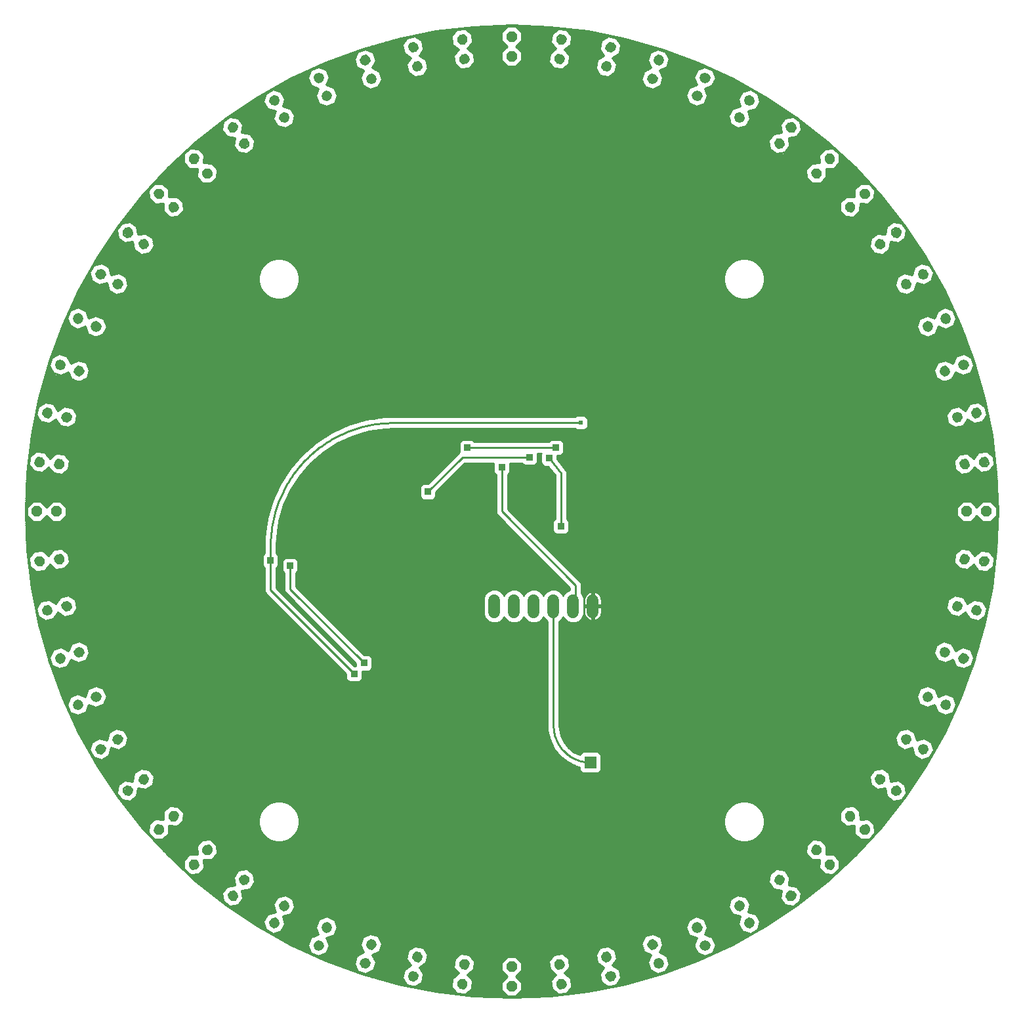
<source format=gbl>
G75*
%MOIN*%
%OFA0B0*%
%FSLAX24Y24*%
%IPPOS*%
%LPD*%
%AMOC8*
5,1,8,0,0,1.08239X$1,22.5*
%
%ADD10C,0.0600*%
%ADD11OC8,0.0520*%
%ADD12C,0.0104*%
%ADD13C,0.0100*%
%ADD14R,0.0600X0.0600*%
%ADD15R,0.0320X0.0320*%
%ADD16R,0.0240X0.0240*%
D10*
X025022Y020289D02*
X025022Y020889D01*
X026022Y020889D02*
X026022Y020289D01*
X027022Y020289D02*
X027022Y020889D01*
X028022Y020889D02*
X028022Y020289D01*
X029022Y020289D02*
X029022Y020889D01*
X030022Y020889D02*
X030022Y020289D01*
D11*
X025900Y002278D03*
X025900Y001278D03*
X002778Y025400D03*
X001778Y025400D03*
X025900Y048522D03*
X025900Y049522D03*
X049022Y025400D03*
X050022Y025400D03*
D12*
X048732Y027828D02*
X048680Y027880D01*
X048788Y028014D01*
X048958Y028032D01*
X049092Y027924D01*
X049110Y027754D01*
X049002Y027620D01*
X048832Y027602D01*
X048698Y027710D01*
X048680Y027880D01*
X048761Y027856D01*
X048829Y027940D01*
X048934Y027951D01*
X049018Y027883D01*
X049029Y027778D01*
X048961Y027694D01*
X048856Y027683D01*
X048772Y027751D01*
X048761Y027856D01*
X048842Y027832D01*
X048869Y027866D01*
X048910Y027870D01*
X048944Y027843D01*
X048948Y027802D01*
X048921Y027768D01*
X048880Y027764D01*
X048846Y027791D01*
X048842Y027832D01*
X049727Y027932D02*
X049675Y027984D01*
X049783Y028118D01*
X049953Y028136D01*
X050087Y028028D01*
X050105Y027858D01*
X049997Y027724D01*
X049827Y027706D01*
X049693Y027814D01*
X049675Y027984D01*
X049756Y027960D01*
X049824Y028044D01*
X049929Y028055D01*
X050013Y027987D01*
X050024Y027882D01*
X049956Y027798D01*
X049851Y027787D01*
X049767Y027855D01*
X049756Y027960D01*
X049837Y027936D01*
X049864Y027970D01*
X049905Y027974D01*
X049939Y027947D01*
X049943Y027906D01*
X049916Y027872D01*
X049875Y027868D01*
X049841Y027895D01*
X049837Y027936D01*
X048348Y030195D02*
X048296Y030247D01*
X048390Y030392D01*
X048557Y030428D01*
X048702Y030334D01*
X048738Y030167D01*
X048644Y030022D01*
X048477Y029986D01*
X048332Y030080D01*
X048296Y030247D01*
X048379Y030231D01*
X048439Y030323D01*
X048541Y030345D01*
X048633Y030285D01*
X048655Y030183D01*
X048595Y030091D01*
X048493Y030069D01*
X048401Y030129D01*
X048379Y030231D01*
X048462Y030216D01*
X048486Y030253D01*
X048526Y030262D01*
X048563Y030238D01*
X048572Y030198D01*
X048548Y030161D01*
X048508Y030152D01*
X048471Y030176D01*
X048462Y030216D01*
X049326Y030403D02*
X049274Y030455D01*
X049368Y030600D01*
X049535Y030636D01*
X049680Y030542D01*
X049716Y030375D01*
X049622Y030230D01*
X049455Y030194D01*
X049310Y030288D01*
X049274Y030455D01*
X049357Y030439D01*
X049417Y030531D01*
X049519Y030553D01*
X049611Y030493D01*
X049633Y030391D01*
X049573Y030299D01*
X049471Y030277D01*
X049379Y030337D01*
X049357Y030439D01*
X049440Y030424D01*
X049464Y030461D01*
X049504Y030470D01*
X049541Y030446D01*
X049550Y030406D01*
X049526Y030369D01*
X049486Y030360D01*
X049449Y030384D01*
X049440Y030424D01*
X048669Y032819D02*
X048617Y032871D01*
X048695Y033025D01*
X048858Y033078D01*
X049012Y033000D01*
X049065Y032837D01*
X048987Y032683D01*
X048824Y032630D01*
X048670Y032708D01*
X048617Y032871D01*
X048701Y032864D01*
X048751Y032961D01*
X048851Y032994D01*
X048948Y032944D01*
X048981Y032844D01*
X048931Y032747D01*
X048831Y032714D01*
X048734Y032764D01*
X048701Y032864D01*
X048786Y032857D01*
X048805Y032896D01*
X048844Y032909D01*
X048883Y032890D01*
X048896Y032851D01*
X048877Y032812D01*
X048838Y032799D01*
X048799Y032818D01*
X048786Y032857D01*
X047718Y032510D02*
X047666Y032562D01*
X047744Y032716D01*
X047907Y032769D01*
X048061Y032691D01*
X048114Y032528D01*
X048036Y032374D01*
X047873Y032321D01*
X047719Y032399D01*
X047666Y032562D01*
X047750Y032555D01*
X047800Y032652D01*
X047900Y032685D01*
X047997Y032635D01*
X048030Y032535D01*
X047980Y032438D01*
X047880Y032405D01*
X047783Y032455D01*
X047750Y032555D01*
X047835Y032548D01*
X047854Y032587D01*
X047893Y032600D01*
X047932Y032581D01*
X047945Y032542D01*
X047926Y032503D01*
X047887Y032490D01*
X047848Y032509D01*
X047835Y032548D01*
X046851Y034851D02*
X046799Y034799D01*
X046860Y034960D01*
X047017Y035029D01*
X047178Y034968D01*
X047247Y034811D01*
X047186Y034650D01*
X047029Y034581D01*
X046868Y034642D01*
X046799Y034799D01*
X046883Y034801D01*
X046922Y034902D01*
X047019Y034945D01*
X047120Y034906D01*
X047163Y034809D01*
X047124Y034708D01*
X047027Y034665D01*
X046926Y034704D01*
X046883Y034801D01*
X046967Y034804D01*
X046983Y034843D01*
X047022Y034861D01*
X047061Y034845D01*
X047079Y034806D01*
X047063Y034767D01*
X047024Y034749D01*
X046985Y034765D01*
X046967Y034804D01*
X047765Y035257D02*
X047713Y035205D01*
X047774Y035366D01*
X047931Y035435D01*
X048092Y035374D01*
X048161Y035217D01*
X048100Y035056D01*
X047943Y034987D01*
X047782Y035048D01*
X047713Y035205D01*
X047797Y035207D01*
X047836Y035308D01*
X047933Y035351D01*
X048034Y035312D01*
X048077Y035215D01*
X048038Y035114D01*
X047941Y035071D01*
X047840Y035110D01*
X047797Y035207D01*
X047881Y035210D01*
X047897Y035249D01*
X047936Y035267D01*
X047975Y035251D01*
X047993Y035212D01*
X047977Y035173D01*
X047938Y035155D01*
X047899Y035171D01*
X047881Y035210D01*
X046619Y037484D02*
X046567Y037432D01*
X046612Y037598D01*
X046761Y037684D01*
X046927Y037639D01*
X047013Y037490D01*
X046968Y037324D01*
X046819Y037238D01*
X046653Y037283D01*
X046567Y037432D01*
X046651Y037442D01*
X046680Y037547D01*
X046771Y037600D01*
X046876Y037571D01*
X046929Y037480D01*
X046900Y037375D01*
X046809Y037322D01*
X046704Y037351D01*
X046651Y037442D01*
X046735Y037454D01*
X046746Y037495D01*
X046783Y037516D01*
X046824Y037505D01*
X046845Y037468D01*
X046834Y037427D01*
X046797Y037406D01*
X046756Y037417D01*
X046735Y037454D01*
X045753Y036984D02*
X045701Y036932D01*
X045746Y037098D01*
X045895Y037184D01*
X046061Y037139D01*
X046147Y036990D01*
X046102Y036824D01*
X045953Y036738D01*
X045787Y036783D01*
X045701Y036932D01*
X045785Y036942D01*
X045814Y037047D01*
X045905Y037100D01*
X046010Y037071D01*
X046063Y036980D01*
X046034Y036875D01*
X045943Y036822D01*
X045838Y036851D01*
X045785Y036942D01*
X045869Y036954D01*
X045880Y036995D01*
X045917Y037016D01*
X045958Y037005D01*
X045979Y036968D01*
X045968Y036927D01*
X045931Y036906D01*
X045890Y036917D01*
X045869Y036954D01*
X044440Y038991D02*
X044388Y038939D01*
X044415Y039108D01*
X044554Y039209D01*
X044723Y039182D01*
X044824Y039043D01*
X044797Y038874D01*
X044658Y038773D01*
X044489Y038800D01*
X044388Y038939D01*
X044470Y038958D01*
X044487Y039065D01*
X044573Y039127D01*
X044680Y039110D01*
X044742Y039024D01*
X044725Y038917D01*
X044639Y038855D01*
X044532Y038872D01*
X044470Y038958D01*
X044552Y038978D01*
X044559Y039020D01*
X044593Y039045D01*
X044635Y039038D01*
X044660Y039004D01*
X044653Y038962D01*
X044619Y038937D01*
X044577Y038944D01*
X044552Y038978D01*
X045249Y039579D02*
X045197Y039527D01*
X045224Y039696D01*
X045363Y039797D01*
X045532Y039770D01*
X045633Y039631D01*
X045606Y039462D01*
X045467Y039361D01*
X045298Y039388D01*
X045197Y039527D01*
X045279Y039546D01*
X045296Y039653D01*
X045382Y039715D01*
X045489Y039698D01*
X045551Y039612D01*
X045534Y039505D01*
X045448Y039443D01*
X045341Y039460D01*
X045279Y039546D01*
X045361Y039566D01*
X045368Y039608D01*
X045402Y039633D01*
X045444Y039626D01*
X045469Y039592D01*
X045462Y039550D01*
X045428Y039525D01*
X045386Y039532D01*
X045361Y039566D01*
X043666Y041518D02*
X043614Y041466D01*
X043623Y041638D01*
X043751Y041753D01*
X043923Y041744D01*
X044038Y041616D01*
X044029Y041444D01*
X043901Y041329D01*
X043729Y041338D01*
X043614Y041466D01*
X043694Y041494D01*
X043700Y041602D01*
X043779Y041673D01*
X043887Y041667D01*
X043958Y041588D01*
X043952Y041480D01*
X043873Y041409D01*
X043765Y041415D01*
X043694Y041494D01*
X043774Y041522D01*
X043776Y041565D01*
X043807Y041593D01*
X043850Y041591D01*
X043878Y041560D01*
X043876Y041517D01*
X043845Y041489D01*
X043802Y041491D01*
X043774Y041522D01*
X042923Y040849D02*
X042871Y040797D01*
X042880Y040969D01*
X043008Y041084D01*
X043180Y041075D01*
X043295Y040947D01*
X043286Y040775D01*
X043158Y040660D01*
X042986Y040669D01*
X042871Y040797D01*
X042951Y040825D01*
X042957Y040933D01*
X043036Y041004D01*
X043144Y040998D01*
X043215Y040919D01*
X043209Y040811D01*
X043130Y040740D01*
X043022Y040746D01*
X042951Y040825D01*
X043031Y040853D01*
X043033Y040896D01*
X043064Y040924D01*
X043107Y040922D01*
X043135Y040891D01*
X043133Y040848D01*
X043102Y040820D01*
X043059Y040822D01*
X043031Y040853D01*
X041221Y042538D02*
X041169Y042486D01*
X041160Y042658D01*
X041275Y042786D01*
X041447Y042795D01*
X041575Y042680D01*
X041584Y042508D01*
X041469Y042380D01*
X041297Y042371D01*
X041169Y042486D01*
X041246Y042522D01*
X041240Y042630D01*
X041311Y042709D01*
X041419Y042715D01*
X041498Y042644D01*
X041504Y042536D01*
X041433Y042457D01*
X041325Y042451D01*
X041246Y042522D01*
X041322Y042559D01*
X041320Y042602D01*
X041348Y042633D01*
X041391Y042635D01*
X041422Y042607D01*
X041424Y042564D01*
X041396Y042533D01*
X041353Y042531D01*
X041322Y042559D01*
X041890Y043281D02*
X041838Y043229D01*
X041829Y043401D01*
X041944Y043529D01*
X042116Y043538D01*
X042244Y043423D01*
X042253Y043251D01*
X042138Y043123D01*
X041966Y043114D01*
X041838Y043229D01*
X041915Y043265D01*
X041909Y043373D01*
X041980Y043452D01*
X042088Y043458D01*
X042167Y043387D01*
X042173Y043279D01*
X042102Y043200D01*
X041994Y043194D01*
X041915Y043265D01*
X041991Y043302D01*
X041989Y043345D01*
X042017Y043376D01*
X042060Y043378D01*
X042091Y043350D01*
X042093Y043307D01*
X042065Y043276D01*
X042022Y043274D01*
X041991Y043302D01*
X039940Y044850D02*
X039888Y044798D01*
X039861Y044967D01*
X039962Y045106D01*
X040131Y045133D01*
X040270Y045032D01*
X040297Y044863D01*
X040196Y044724D01*
X040027Y044697D01*
X039888Y044798D01*
X039960Y044841D01*
X039943Y044948D01*
X040005Y045034D01*
X040112Y045051D01*
X040198Y044989D01*
X040215Y044882D01*
X040153Y044796D01*
X040046Y044779D01*
X039960Y044841D01*
X040032Y044886D01*
X040025Y044928D01*
X040050Y044962D01*
X040092Y044969D01*
X040126Y044944D01*
X040133Y044902D01*
X040108Y044868D01*
X040066Y044861D01*
X040032Y044886D01*
X039352Y044041D02*
X039300Y043989D01*
X039273Y044158D01*
X039374Y044297D01*
X039543Y044324D01*
X039682Y044223D01*
X039709Y044054D01*
X039608Y043915D01*
X039439Y043888D01*
X039300Y043989D01*
X039372Y044032D01*
X039355Y044139D01*
X039417Y044225D01*
X039524Y044242D01*
X039610Y044180D01*
X039627Y044073D01*
X039565Y043987D01*
X039458Y043970D01*
X039372Y044032D01*
X039444Y044077D01*
X039437Y044119D01*
X039462Y044153D01*
X039504Y044160D01*
X039538Y044135D01*
X039545Y044093D01*
X039520Y044059D01*
X039478Y044052D01*
X039444Y044077D01*
X037335Y045339D02*
X037283Y045287D01*
X037238Y045453D01*
X037324Y045602D01*
X037490Y045647D01*
X037639Y045561D01*
X037684Y045395D01*
X037598Y045246D01*
X037432Y045201D01*
X037283Y045287D01*
X037351Y045338D01*
X037322Y045443D01*
X037375Y045534D01*
X037480Y045563D01*
X037571Y045510D01*
X037600Y045405D01*
X037547Y045314D01*
X037442Y045285D01*
X037351Y045338D01*
X037417Y045390D01*
X037406Y045431D01*
X037427Y045468D01*
X037468Y045479D01*
X037505Y045458D01*
X037516Y045417D01*
X037495Y045380D01*
X037454Y045369D01*
X037417Y045390D01*
X037835Y046205D02*
X037783Y046153D01*
X037738Y046319D01*
X037824Y046468D01*
X037990Y046513D01*
X038139Y046427D01*
X038184Y046261D01*
X038098Y046112D01*
X037932Y046067D01*
X037783Y046153D01*
X037851Y046204D01*
X037822Y046309D01*
X037875Y046400D01*
X037980Y046429D01*
X038071Y046376D01*
X038100Y046271D01*
X038047Y046180D01*
X037942Y046151D01*
X037851Y046204D01*
X037917Y046256D01*
X037906Y046297D01*
X037927Y046334D01*
X037968Y046345D01*
X038005Y046324D01*
X038016Y046283D01*
X037995Y046246D01*
X037954Y046235D01*
X037917Y046256D01*
X035600Y047334D02*
X035548Y047282D01*
X035487Y047443D01*
X035556Y047600D01*
X035717Y047661D01*
X035874Y047592D01*
X035935Y047431D01*
X035866Y047274D01*
X035705Y047213D01*
X035548Y047282D01*
X035610Y047340D01*
X035571Y047441D01*
X035614Y047538D01*
X035715Y047577D01*
X035812Y047534D01*
X035851Y047433D01*
X035808Y047336D01*
X035707Y047297D01*
X035610Y047340D01*
X035671Y047399D01*
X035655Y047438D01*
X035673Y047477D01*
X035712Y047493D01*
X035751Y047475D01*
X035767Y047436D01*
X035749Y047397D01*
X035710Y047381D01*
X035671Y047399D01*
X035194Y046420D02*
X035142Y046368D01*
X035081Y046529D01*
X035150Y046686D01*
X035311Y046747D01*
X035468Y046678D01*
X035529Y046517D01*
X035460Y046360D01*
X035299Y046299D01*
X035142Y046368D01*
X035204Y046426D01*
X035165Y046527D01*
X035208Y046624D01*
X035309Y046663D01*
X035406Y046620D01*
X035445Y046519D01*
X035402Y046422D01*
X035301Y046383D01*
X035204Y046426D01*
X035265Y046485D01*
X035249Y046524D01*
X035267Y046563D01*
X035306Y046579D01*
X035345Y046561D01*
X035361Y046522D01*
X035343Y046483D01*
X035304Y046467D01*
X035265Y046485D01*
X033260Y048222D02*
X033208Y048170D01*
X033130Y048324D01*
X033183Y048487D01*
X033337Y048565D01*
X033500Y048512D01*
X033578Y048358D01*
X033525Y048195D01*
X033371Y048117D01*
X033208Y048170D01*
X033264Y048234D01*
X033214Y048331D01*
X033247Y048431D01*
X033344Y048481D01*
X033444Y048448D01*
X033494Y048351D01*
X033461Y048251D01*
X033364Y048201D01*
X033264Y048234D01*
X033318Y048299D01*
X033299Y048338D01*
X033312Y048377D01*
X033351Y048396D01*
X033390Y048383D01*
X033409Y048344D01*
X033396Y048305D01*
X033357Y048286D01*
X033318Y048299D01*
X032951Y047271D02*
X032899Y047219D01*
X032821Y047373D01*
X032874Y047536D01*
X033028Y047614D01*
X033191Y047561D01*
X033269Y047407D01*
X033216Y047244D01*
X033062Y047166D01*
X032899Y047219D01*
X032955Y047283D01*
X032905Y047380D01*
X032938Y047480D01*
X033035Y047530D01*
X033135Y047497D01*
X033185Y047400D01*
X033152Y047300D01*
X033055Y047250D01*
X032955Y047283D01*
X033009Y047348D01*
X032990Y047387D01*
X033003Y047426D01*
X033042Y047445D01*
X033081Y047432D01*
X033100Y047393D01*
X033087Y047354D01*
X033048Y047335D01*
X033009Y047348D01*
X030840Y048862D02*
X030788Y048810D01*
X030694Y048955D01*
X030730Y049122D01*
X030875Y049216D01*
X031042Y049180D01*
X031136Y049035D01*
X031100Y048868D01*
X030955Y048774D01*
X030788Y048810D01*
X030837Y048879D01*
X030777Y048971D01*
X030799Y049073D01*
X030891Y049133D01*
X030993Y049111D01*
X031053Y049019D01*
X031031Y048917D01*
X030939Y048857D01*
X030837Y048879D01*
X030884Y048949D01*
X030860Y048986D01*
X030869Y049026D01*
X030906Y049050D01*
X030946Y049041D01*
X030970Y049004D01*
X030961Y048964D01*
X030924Y048940D01*
X030884Y048949D01*
X030632Y047884D02*
X030580Y047832D01*
X030486Y047977D01*
X030522Y048144D01*
X030667Y048238D01*
X030834Y048202D01*
X030928Y048057D01*
X030892Y047890D01*
X030747Y047796D01*
X030580Y047832D01*
X030629Y047901D01*
X030569Y047993D01*
X030591Y048095D01*
X030683Y048155D01*
X030785Y048133D01*
X030845Y048041D01*
X030823Y047939D01*
X030731Y047879D01*
X030629Y047901D01*
X030676Y047971D01*
X030652Y048008D01*
X030661Y048048D01*
X030698Y048072D01*
X030738Y048063D01*
X030762Y048026D01*
X030753Y047986D01*
X030716Y047962D01*
X030676Y047971D01*
X028262Y048250D02*
X028210Y048198D01*
X028102Y048332D01*
X028120Y048502D01*
X028254Y048610D01*
X028424Y048592D01*
X028532Y048458D01*
X028514Y048288D01*
X028380Y048180D01*
X028210Y048198D01*
X028251Y048272D01*
X028183Y048356D01*
X028194Y048461D01*
X028278Y048529D01*
X028383Y048518D01*
X028451Y048434D01*
X028440Y048329D01*
X028356Y048261D01*
X028251Y048272D01*
X028291Y048346D01*
X028264Y048380D01*
X028268Y048421D01*
X028302Y048448D01*
X028343Y048444D01*
X028370Y048410D01*
X028366Y048369D01*
X028332Y048342D01*
X028291Y048346D01*
X028366Y049245D02*
X028314Y049193D01*
X028206Y049327D01*
X028224Y049497D01*
X028358Y049605D01*
X028528Y049587D01*
X028636Y049453D01*
X028618Y049283D01*
X028484Y049175D01*
X028314Y049193D01*
X028355Y049267D01*
X028287Y049351D01*
X028298Y049456D01*
X028382Y049524D01*
X028487Y049513D01*
X028555Y049429D01*
X028544Y049324D01*
X028460Y049256D01*
X028355Y049267D01*
X028395Y049341D01*
X028368Y049375D01*
X028372Y049416D01*
X028406Y049443D01*
X028447Y049439D01*
X028474Y049405D01*
X028470Y049364D01*
X028436Y049337D01*
X028395Y049341D01*
X023472Y048232D02*
X023420Y048180D01*
X023286Y048288D01*
X023268Y048458D01*
X023376Y048592D01*
X023546Y048610D01*
X023680Y048502D01*
X023698Y048332D01*
X023590Y048198D01*
X023420Y048180D01*
X023444Y048261D01*
X023360Y048329D01*
X023349Y048434D01*
X023417Y048518D01*
X023522Y048529D01*
X023606Y048461D01*
X023617Y048356D01*
X023549Y048272D01*
X023444Y048261D01*
X023468Y048342D01*
X023434Y048369D01*
X023430Y048410D01*
X023457Y048444D01*
X023498Y048448D01*
X023532Y048421D01*
X023536Y048380D01*
X023509Y048346D01*
X023468Y048342D01*
X023368Y049227D02*
X023316Y049175D01*
X023182Y049283D01*
X023164Y049453D01*
X023272Y049587D01*
X023442Y049605D01*
X023576Y049497D01*
X023594Y049327D01*
X023486Y049193D01*
X023316Y049175D01*
X023340Y049256D01*
X023256Y049324D01*
X023245Y049429D01*
X023313Y049513D01*
X023418Y049524D01*
X023502Y049456D01*
X023513Y049351D01*
X023445Y049267D01*
X023340Y049256D01*
X023364Y049337D01*
X023330Y049364D01*
X023326Y049405D01*
X023353Y049439D01*
X023394Y049443D01*
X023428Y049416D01*
X023432Y049375D01*
X023405Y049341D01*
X023364Y049337D01*
X021105Y047848D02*
X021053Y047796D01*
X020908Y047890D01*
X020872Y048057D01*
X020966Y048202D01*
X021133Y048238D01*
X021278Y048144D01*
X021314Y047977D01*
X021220Y047832D01*
X021053Y047796D01*
X021069Y047879D01*
X020977Y047939D01*
X020955Y048041D01*
X021015Y048133D01*
X021117Y048155D01*
X021209Y048095D01*
X021231Y047993D01*
X021171Y047901D01*
X021069Y047879D01*
X021084Y047962D01*
X021047Y047986D01*
X021038Y048026D01*
X021062Y048063D01*
X021102Y048072D01*
X021139Y048048D01*
X021148Y048008D01*
X021124Y047971D01*
X021084Y047962D01*
X020897Y048826D02*
X020845Y048774D01*
X020700Y048868D01*
X020664Y049035D01*
X020758Y049180D01*
X020925Y049216D01*
X021070Y049122D01*
X021106Y048955D01*
X021012Y048810D01*
X020845Y048774D01*
X020861Y048857D01*
X020769Y048917D01*
X020747Y049019D01*
X020807Y049111D01*
X020909Y049133D01*
X021001Y049073D01*
X021023Y048971D01*
X020963Y048879D01*
X020861Y048857D01*
X020876Y048940D01*
X020839Y048964D01*
X020830Y049004D01*
X020854Y049041D01*
X020894Y049050D01*
X020931Y049026D01*
X020940Y048986D01*
X020916Y048949D01*
X020876Y048940D01*
X018790Y047218D02*
X018738Y047166D01*
X018584Y047244D01*
X018531Y047407D01*
X018609Y047561D01*
X018772Y047614D01*
X018926Y047536D01*
X018979Y047373D01*
X018901Y047219D01*
X018738Y047166D01*
X018745Y047250D01*
X018648Y047300D01*
X018615Y047400D01*
X018665Y047497D01*
X018765Y047530D01*
X018862Y047480D01*
X018895Y047380D01*
X018845Y047283D01*
X018745Y047250D01*
X018752Y047335D01*
X018713Y047354D01*
X018700Y047393D01*
X018719Y047432D01*
X018758Y047445D01*
X018797Y047426D01*
X018810Y047387D01*
X018791Y047348D01*
X018752Y047335D01*
X018481Y048169D02*
X018429Y048117D01*
X018275Y048195D01*
X018222Y048358D01*
X018300Y048512D01*
X018463Y048565D01*
X018617Y048487D01*
X018670Y048324D01*
X018592Y048170D01*
X018429Y048117D01*
X018436Y048201D01*
X018339Y048251D01*
X018306Y048351D01*
X018356Y048448D01*
X018456Y048481D01*
X018553Y048431D01*
X018586Y048331D01*
X018536Y048234D01*
X018436Y048201D01*
X018443Y048286D01*
X018404Y048305D01*
X018391Y048344D01*
X018410Y048383D01*
X018449Y048396D01*
X018488Y048377D01*
X018501Y048338D01*
X018482Y048299D01*
X018443Y048286D01*
X016449Y046351D02*
X016501Y046299D01*
X016340Y046360D01*
X016271Y046517D01*
X016332Y046678D01*
X016489Y046747D01*
X016650Y046686D01*
X016719Y046529D01*
X016658Y046368D01*
X016501Y046299D01*
X016499Y046383D01*
X016398Y046422D01*
X016355Y046519D01*
X016394Y046620D01*
X016491Y046663D01*
X016592Y046624D01*
X016635Y046527D01*
X016596Y046426D01*
X016499Y046383D01*
X016496Y046467D01*
X016457Y046483D01*
X016439Y046522D01*
X016455Y046561D01*
X016494Y046579D01*
X016533Y046563D01*
X016551Y046524D01*
X016535Y046485D01*
X016496Y046467D01*
X016043Y047265D02*
X016095Y047213D01*
X015934Y047274D01*
X015865Y047431D01*
X015926Y047592D01*
X016083Y047661D01*
X016244Y047600D01*
X016313Y047443D01*
X016252Y047282D01*
X016095Y047213D01*
X016093Y047297D01*
X015992Y047336D01*
X015949Y047433D01*
X015988Y047534D01*
X016085Y047577D01*
X016186Y047538D01*
X016229Y047441D01*
X016190Y047340D01*
X016093Y047297D01*
X016090Y047381D01*
X016051Y047397D01*
X016033Y047436D01*
X016049Y047475D01*
X016088Y047493D01*
X016127Y047477D01*
X016145Y047438D01*
X016129Y047399D01*
X016090Y047381D01*
X014316Y045253D02*
X014368Y045201D01*
X014202Y045246D01*
X014116Y045395D01*
X014161Y045561D01*
X014310Y045647D01*
X014476Y045602D01*
X014562Y045453D01*
X014517Y045287D01*
X014368Y045201D01*
X014358Y045285D01*
X014253Y045314D01*
X014200Y045405D01*
X014229Y045510D01*
X014320Y045563D01*
X014425Y045534D01*
X014478Y045443D01*
X014449Y045338D01*
X014358Y045285D01*
X014346Y045369D01*
X014305Y045380D01*
X014284Y045417D01*
X014295Y045458D01*
X014332Y045479D01*
X014373Y045468D01*
X014394Y045431D01*
X014383Y045390D01*
X014346Y045369D01*
X013816Y046119D02*
X013868Y046067D01*
X013702Y046112D01*
X013616Y046261D01*
X013661Y046427D01*
X013810Y046513D01*
X013976Y046468D01*
X014062Y046319D01*
X014017Y046153D01*
X013868Y046067D01*
X013858Y046151D01*
X013753Y046180D01*
X013700Y046271D01*
X013729Y046376D01*
X013820Y046429D01*
X013925Y046400D01*
X013978Y046309D01*
X013949Y046204D01*
X013858Y046151D01*
X013846Y046235D01*
X013805Y046246D01*
X013784Y046283D01*
X013795Y046324D01*
X013832Y046345D01*
X013873Y046334D01*
X013894Y046297D01*
X013883Y046256D01*
X013846Y046235D01*
X011721Y044749D02*
X011773Y044697D01*
X011604Y044724D01*
X011503Y044863D01*
X011530Y045032D01*
X011669Y045133D01*
X011838Y045106D01*
X011939Y044967D01*
X011912Y044798D01*
X011773Y044697D01*
X011754Y044779D01*
X011647Y044796D01*
X011585Y044882D01*
X011602Y044989D01*
X011688Y045051D01*
X011795Y045034D01*
X011857Y044948D01*
X011840Y044841D01*
X011754Y044779D01*
X011734Y044861D01*
X011692Y044868D01*
X011667Y044902D01*
X011674Y044944D01*
X011708Y044969D01*
X011750Y044962D01*
X011775Y044928D01*
X011768Y044886D01*
X011734Y044861D01*
X012309Y043940D02*
X012361Y043888D01*
X012192Y043915D01*
X012091Y044054D01*
X012118Y044223D01*
X012257Y044324D01*
X012426Y044297D01*
X012527Y044158D01*
X012500Y043989D01*
X012361Y043888D01*
X012342Y043970D01*
X012235Y043987D01*
X012173Y044073D01*
X012190Y044180D01*
X012276Y044242D01*
X012383Y044225D01*
X012445Y044139D01*
X012428Y044032D01*
X012342Y043970D01*
X012322Y044052D01*
X012280Y044059D01*
X012255Y044093D01*
X012262Y044135D01*
X012296Y044160D01*
X012338Y044153D01*
X012363Y044119D01*
X012356Y044077D01*
X012322Y044052D01*
X010451Y042423D02*
X010503Y042371D01*
X010331Y042380D01*
X010216Y042508D01*
X010225Y042680D01*
X010353Y042795D01*
X010525Y042786D01*
X010640Y042658D01*
X010631Y042486D01*
X010503Y042371D01*
X010475Y042451D01*
X010367Y042457D01*
X010296Y042536D01*
X010302Y042644D01*
X010381Y042715D01*
X010489Y042709D01*
X010560Y042630D01*
X010554Y042522D01*
X010475Y042451D01*
X010447Y042531D01*
X010404Y042533D01*
X010376Y042564D01*
X010378Y042607D01*
X010409Y042635D01*
X010452Y042633D01*
X010480Y042602D01*
X010478Y042559D01*
X010447Y042531D01*
X009782Y043166D02*
X009834Y043114D01*
X009662Y043123D01*
X009547Y043251D01*
X009556Y043423D01*
X009684Y043538D01*
X009856Y043529D01*
X009971Y043401D01*
X009962Y043229D01*
X009834Y043114D01*
X009806Y043194D01*
X009698Y043200D01*
X009627Y043279D01*
X009633Y043387D01*
X009712Y043458D01*
X009820Y043452D01*
X009891Y043373D01*
X009885Y043265D01*
X009806Y043194D01*
X009778Y043274D01*
X009735Y043276D01*
X009707Y043307D01*
X009709Y043350D01*
X009740Y043378D01*
X009783Y043376D01*
X009811Y043345D01*
X009809Y043302D01*
X009778Y043274D01*
X008019Y041390D02*
X008071Y041338D01*
X007899Y041329D01*
X007771Y041444D01*
X007762Y041616D01*
X007877Y041744D01*
X008049Y041753D01*
X008177Y041638D01*
X008186Y041466D01*
X008071Y041338D01*
X008035Y041415D01*
X007927Y041409D01*
X007848Y041480D01*
X007842Y041588D01*
X007913Y041667D01*
X008021Y041673D01*
X008100Y041602D01*
X008106Y041494D01*
X008035Y041415D01*
X007998Y041491D01*
X007955Y041489D01*
X007924Y041517D01*
X007922Y041560D01*
X007950Y041591D01*
X007993Y041593D01*
X008024Y041565D01*
X008026Y041522D01*
X007998Y041491D01*
X008762Y040721D02*
X008814Y040669D01*
X008642Y040660D01*
X008514Y040775D01*
X008505Y040947D01*
X008620Y041075D01*
X008792Y041084D01*
X008920Y040969D01*
X008929Y040797D01*
X008814Y040669D01*
X008778Y040746D01*
X008670Y040740D01*
X008591Y040811D01*
X008585Y040919D01*
X008656Y040998D01*
X008764Y041004D01*
X008843Y040933D01*
X008849Y040825D01*
X008778Y040746D01*
X008741Y040822D01*
X008698Y040820D01*
X008667Y040848D01*
X008665Y040891D01*
X008693Y040922D01*
X008736Y040924D01*
X008767Y040896D01*
X008769Y040853D01*
X008741Y040822D01*
X007259Y038852D02*
X007311Y038800D01*
X007142Y038773D01*
X007003Y038874D01*
X006976Y039043D01*
X007077Y039182D01*
X007246Y039209D01*
X007385Y039108D01*
X007412Y038939D01*
X007311Y038800D01*
X007268Y038872D01*
X007161Y038855D01*
X007075Y038917D01*
X007058Y039024D01*
X007120Y039110D01*
X007227Y039127D01*
X007313Y039065D01*
X007330Y038958D01*
X007268Y038872D01*
X007223Y038944D01*
X007181Y038937D01*
X007147Y038962D01*
X007140Y039004D01*
X007165Y039038D01*
X007207Y039045D01*
X007241Y039020D01*
X007248Y038978D01*
X007223Y038944D01*
X006450Y039440D02*
X006502Y039388D01*
X006333Y039361D01*
X006194Y039462D01*
X006167Y039631D01*
X006268Y039770D01*
X006437Y039797D01*
X006576Y039696D01*
X006603Y039527D01*
X006502Y039388D01*
X006459Y039460D01*
X006352Y039443D01*
X006266Y039505D01*
X006249Y039612D01*
X006311Y039698D01*
X006418Y039715D01*
X006504Y039653D01*
X006521Y039546D01*
X006459Y039460D01*
X006414Y039532D01*
X006372Y039525D01*
X006338Y039550D01*
X006331Y039592D01*
X006356Y039626D01*
X006398Y039633D01*
X006432Y039608D01*
X006439Y039566D01*
X006414Y039532D01*
X005095Y037335D02*
X005147Y037283D01*
X004981Y037238D01*
X004832Y037324D01*
X004787Y037490D01*
X004873Y037639D01*
X005039Y037684D01*
X005188Y037598D01*
X005233Y037432D01*
X005147Y037283D01*
X005096Y037351D01*
X004991Y037322D01*
X004900Y037375D01*
X004871Y037480D01*
X004924Y037571D01*
X005029Y037600D01*
X005120Y037547D01*
X005149Y037442D01*
X005096Y037351D01*
X005044Y037417D01*
X005003Y037406D01*
X004966Y037427D01*
X004955Y037468D01*
X004976Y037505D01*
X005017Y037516D01*
X005054Y037495D01*
X005065Y037454D01*
X005044Y037417D01*
X005961Y036835D02*
X006013Y036783D01*
X005847Y036738D01*
X005698Y036824D01*
X005653Y036990D01*
X005739Y037139D01*
X005905Y037184D01*
X006054Y037098D01*
X006099Y036932D01*
X006013Y036783D01*
X005962Y036851D01*
X005857Y036822D01*
X005766Y036875D01*
X005737Y036980D01*
X005790Y037071D01*
X005895Y037100D01*
X005986Y037047D01*
X006015Y036942D01*
X005962Y036851D01*
X005910Y036917D01*
X005869Y036906D01*
X005832Y036927D01*
X005821Y036968D01*
X005842Y037005D01*
X005883Y037016D01*
X005920Y036995D01*
X005931Y036954D01*
X005910Y036917D01*
X004880Y034694D02*
X004932Y034642D01*
X004771Y034581D01*
X004614Y034650D01*
X004553Y034811D01*
X004622Y034968D01*
X004783Y035029D01*
X004940Y034960D01*
X005001Y034799D01*
X004932Y034642D01*
X004874Y034704D01*
X004773Y034665D01*
X004676Y034708D01*
X004637Y034809D01*
X004680Y034906D01*
X004781Y034945D01*
X004878Y034902D01*
X004917Y034801D01*
X004874Y034704D01*
X004815Y034765D01*
X004776Y034749D01*
X004737Y034767D01*
X004721Y034806D01*
X004739Y034845D01*
X004778Y034861D01*
X004817Y034843D01*
X004833Y034804D01*
X004815Y034765D01*
X003966Y035100D02*
X004018Y035048D01*
X003857Y034987D01*
X003700Y035056D01*
X003639Y035217D01*
X003708Y035374D01*
X003869Y035435D01*
X004026Y035366D01*
X004087Y035205D01*
X004018Y035048D01*
X003960Y035110D01*
X003859Y035071D01*
X003762Y035114D01*
X003723Y035215D01*
X003766Y035312D01*
X003867Y035351D01*
X003964Y035308D01*
X004003Y035207D01*
X003960Y035110D01*
X003901Y035171D01*
X003862Y035155D01*
X003823Y035173D01*
X003807Y035212D01*
X003825Y035251D01*
X003864Y035267D01*
X003903Y035249D01*
X003919Y035210D01*
X003901Y035171D01*
X003078Y032760D02*
X003130Y032708D01*
X002976Y032630D01*
X002813Y032683D01*
X002735Y032837D01*
X002788Y033000D01*
X002942Y033078D01*
X003105Y033025D01*
X003183Y032871D01*
X003130Y032708D01*
X003066Y032764D01*
X002969Y032714D01*
X002869Y032747D01*
X002819Y032844D01*
X002852Y032944D01*
X002949Y032994D01*
X003049Y032961D01*
X003099Y032864D01*
X003066Y032764D01*
X003001Y032818D01*
X002962Y032799D01*
X002923Y032812D01*
X002904Y032851D01*
X002917Y032890D01*
X002956Y032909D01*
X002995Y032896D01*
X003014Y032857D01*
X003001Y032818D01*
X004029Y032451D02*
X004081Y032399D01*
X003927Y032321D01*
X003764Y032374D01*
X003686Y032528D01*
X003739Y032691D01*
X003893Y032769D01*
X004056Y032716D01*
X004134Y032562D01*
X004081Y032399D01*
X004017Y032455D01*
X003920Y032405D01*
X003820Y032438D01*
X003770Y032535D01*
X003803Y032635D01*
X003900Y032685D01*
X004000Y032652D01*
X004050Y032555D01*
X004017Y032455D01*
X003952Y032509D01*
X003913Y032490D01*
X003874Y032503D01*
X003855Y032542D01*
X003868Y032581D01*
X003907Y032600D01*
X003946Y032587D01*
X003965Y032548D01*
X003952Y032509D01*
X002438Y030340D02*
X002490Y030288D01*
X002345Y030194D01*
X002178Y030230D01*
X002084Y030375D01*
X002120Y030542D01*
X002265Y030636D01*
X002432Y030600D01*
X002526Y030455D01*
X002490Y030288D01*
X002421Y030337D01*
X002329Y030277D01*
X002227Y030299D01*
X002167Y030391D01*
X002189Y030493D01*
X002281Y030553D01*
X002383Y030531D01*
X002443Y030439D01*
X002421Y030337D01*
X002351Y030384D01*
X002314Y030360D01*
X002274Y030369D01*
X002250Y030406D01*
X002259Y030446D01*
X002296Y030470D01*
X002336Y030461D01*
X002360Y030424D01*
X002351Y030384D01*
X003416Y030132D02*
X003468Y030080D01*
X003323Y029986D01*
X003156Y030022D01*
X003062Y030167D01*
X003098Y030334D01*
X003243Y030428D01*
X003410Y030392D01*
X003504Y030247D01*
X003468Y030080D01*
X003399Y030129D01*
X003307Y030069D01*
X003205Y030091D01*
X003145Y030183D01*
X003167Y030285D01*
X003259Y030345D01*
X003361Y030323D01*
X003421Y030231D01*
X003399Y030129D01*
X003329Y030176D01*
X003292Y030152D01*
X003252Y030161D01*
X003228Y030198D01*
X003237Y030238D01*
X003274Y030262D01*
X003314Y030253D01*
X003338Y030216D01*
X003329Y030176D01*
X002055Y027866D02*
X002107Y027814D01*
X001973Y027706D01*
X001803Y027724D01*
X001695Y027858D01*
X001713Y028028D01*
X001847Y028136D01*
X002017Y028118D01*
X002125Y027984D01*
X002107Y027814D01*
X002033Y027855D01*
X001949Y027787D01*
X001844Y027798D01*
X001776Y027882D01*
X001787Y027987D01*
X001871Y028055D01*
X001976Y028044D01*
X002044Y027960D01*
X002033Y027855D01*
X001959Y027895D01*
X001925Y027868D01*
X001884Y027872D01*
X001857Y027906D01*
X001861Y027947D01*
X001895Y027974D01*
X001936Y027970D01*
X001963Y027936D01*
X001959Y027895D01*
X003050Y027762D02*
X003102Y027710D01*
X002968Y027602D01*
X002798Y027620D01*
X002690Y027754D01*
X002708Y027924D01*
X002842Y028032D01*
X003012Y028014D01*
X003120Y027880D01*
X003102Y027710D01*
X003028Y027751D01*
X002944Y027683D01*
X002839Y027694D01*
X002771Y027778D01*
X002782Y027883D01*
X002866Y027951D01*
X002971Y027940D01*
X003039Y027856D01*
X003028Y027751D01*
X002954Y027791D01*
X002920Y027764D01*
X002879Y027768D01*
X002852Y027802D01*
X002856Y027843D01*
X002890Y027870D01*
X002931Y027866D01*
X002958Y027832D01*
X002954Y027791D01*
X003068Y022972D02*
X003120Y022920D01*
X003012Y022786D01*
X002842Y022768D01*
X002708Y022876D01*
X002690Y023046D01*
X002798Y023180D01*
X002968Y023198D01*
X003102Y023090D01*
X003120Y022920D01*
X003039Y022944D01*
X002971Y022860D01*
X002866Y022849D01*
X002782Y022917D01*
X002771Y023022D01*
X002839Y023106D01*
X002944Y023117D01*
X003028Y023049D01*
X003039Y022944D01*
X002958Y022968D01*
X002931Y022934D01*
X002890Y022930D01*
X002856Y022957D01*
X002852Y022998D01*
X002879Y023032D01*
X002920Y023036D01*
X002954Y023009D01*
X002958Y022968D01*
X002073Y022868D02*
X002125Y022816D01*
X002017Y022682D01*
X001847Y022664D01*
X001713Y022772D01*
X001695Y022942D01*
X001803Y023076D01*
X001973Y023094D01*
X002107Y022986D01*
X002125Y022816D01*
X002044Y022840D01*
X001976Y022756D01*
X001871Y022745D01*
X001787Y022813D01*
X001776Y022918D01*
X001844Y023002D01*
X001949Y023013D01*
X002033Y022945D01*
X002044Y022840D01*
X001963Y022864D01*
X001936Y022830D01*
X001895Y022826D01*
X001861Y022853D01*
X001857Y022894D01*
X001884Y022928D01*
X001925Y022932D01*
X001959Y022905D01*
X001963Y022864D01*
X002474Y020397D02*
X002526Y020345D01*
X002432Y020200D01*
X002265Y020164D01*
X002120Y020258D01*
X002084Y020425D01*
X002178Y020570D01*
X002345Y020606D01*
X002490Y020512D01*
X002526Y020345D01*
X002443Y020361D01*
X002383Y020269D01*
X002281Y020247D01*
X002189Y020307D01*
X002167Y020409D01*
X002227Y020501D01*
X002329Y020523D01*
X002421Y020463D01*
X002443Y020361D01*
X002360Y020376D01*
X002336Y020339D01*
X002296Y020330D01*
X002259Y020354D01*
X002250Y020394D01*
X002274Y020431D01*
X002314Y020440D01*
X002351Y020416D01*
X002360Y020376D01*
X003452Y020605D02*
X003504Y020553D01*
X003410Y020408D01*
X003243Y020372D01*
X003098Y020466D01*
X003062Y020633D01*
X003156Y020778D01*
X003323Y020814D01*
X003468Y020720D01*
X003504Y020553D01*
X003421Y020569D01*
X003361Y020477D01*
X003259Y020455D01*
X003167Y020515D01*
X003145Y020617D01*
X003205Y020709D01*
X003307Y020731D01*
X003399Y020671D01*
X003421Y020569D01*
X003338Y020584D01*
X003314Y020547D01*
X003274Y020538D01*
X003237Y020562D01*
X003228Y020602D01*
X003252Y020639D01*
X003292Y020648D01*
X003329Y020624D01*
X003338Y020584D01*
X004082Y018290D02*
X004134Y018238D01*
X004056Y018084D01*
X003893Y018031D01*
X003739Y018109D01*
X003686Y018272D01*
X003764Y018426D01*
X003927Y018479D01*
X004081Y018401D01*
X004134Y018238D01*
X004050Y018245D01*
X004000Y018148D01*
X003900Y018115D01*
X003803Y018165D01*
X003770Y018265D01*
X003820Y018362D01*
X003920Y018395D01*
X004017Y018345D01*
X004050Y018245D01*
X003965Y018252D01*
X003946Y018213D01*
X003907Y018200D01*
X003868Y018219D01*
X003855Y018258D01*
X003874Y018297D01*
X003913Y018310D01*
X003952Y018291D01*
X003965Y018252D01*
X003131Y017981D02*
X003183Y017929D01*
X003105Y017775D01*
X002942Y017722D01*
X002788Y017800D01*
X002735Y017963D01*
X002813Y018117D01*
X002976Y018170D01*
X003130Y018092D01*
X003183Y017929D01*
X003099Y017936D01*
X003049Y017839D01*
X002949Y017806D01*
X002852Y017856D01*
X002819Y017956D01*
X002869Y018053D01*
X002969Y018086D01*
X003066Y018036D01*
X003099Y017936D01*
X003014Y017943D01*
X002995Y017904D01*
X002956Y017891D01*
X002917Y017910D01*
X002904Y017949D01*
X002923Y017988D01*
X002962Y018001D01*
X003001Y017982D01*
X003014Y017943D01*
X004035Y015543D02*
X004087Y015595D01*
X004026Y015434D01*
X003869Y015365D01*
X003708Y015426D01*
X003639Y015583D01*
X003700Y015744D01*
X003857Y015813D01*
X004018Y015752D01*
X004087Y015595D01*
X004003Y015593D01*
X003964Y015492D01*
X003867Y015449D01*
X003766Y015488D01*
X003723Y015585D01*
X003762Y015686D01*
X003859Y015729D01*
X003960Y015690D01*
X004003Y015593D01*
X003919Y015590D01*
X003903Y015551D01*
X003864Y015533D01*
X003825Y015549D01*
X003807Y015588D01*
X003823Y015627D01*
X003862Y015645D01*
X003901Y015629D01*
X003919Y015590D01*
X004949Y015949D02*
X005001Y016001D01*
X004940Y015840D01*
X004783Y015771D01*
X004622Y015832D01*
X004553Y015989D01*
X004614Y016150D01*
X004771Y016219D01*
X004932Y016158D01*
X005001Y016001D01*
X004917Y015999D01*
X004878Y015898D01*
X004781Y015855D01*
X004680Y015894D01*
X004637Y015991D01*
X004676Y016092D01*
X004773Y016135D01*
X004874Y016096D01*
X004917Y015999D01*
X004833Y015996D01*
X004817Y015957D01*
X004778Y015939D01*
X004739Y015955D01*
X004721Y015994D01*
X004737Y016033D01*
X004776Y016051D01*
X004815Y016035D01*
X004833Y015996D01*
X006047Y013816D02*
X006099Y013868D01*
X006054Y013702D01*
X005905Y013616D01*
X005739Y013661D01*
X005653Y013810D01*
X005698Y013976D01*
X005847Y014062D01*
X006013Y014017D01*
X006099Y013868D01*
X006015Y013858D01*
X005986Y013753D01*
X005895Y013700D01*
X005790Y013729D01*
X005737Y013820D01*
X005766Y013925D01*
X005857Y013978D01*
X005962Y013949D01*
X006015Y013858D01*
X005931Y013846D01*
X005920Y013805D01*
X005883Y013784D01*
X005842Y013795D01*
X005821Y013832D01*
X005832Y013873D01*
X005869Y013894D01*
X005910Y013883D01*
X005931Y013846D01*
X005181Y013316D02*
X005233Y013368D01*
X005188Y013202D01*
X005039Y013116D01*
X004873Y013161D01*
X004787Y013310D01*
X004832Y013476D01*
X004981Y013562D01*
X005147Y013517D01*
X005233Y013368D01*
X005149Y013358D01*
X005120Y013253D01*
X005029Y013200D01*
X004924Y013229D01*
X004871Y013320D01*
X004900Y013425D01*
X004991Y013478D01*
X005096Y013449D01*
X005149Y013358D01*
X005065Y013346D01*
X005054Y013305D01*
X005017Y013284D01*
X004976Y013295D01*
X004955Y013332D01*
X004966Y013373D01*
X005003Y013394D01*
X005044Y013383D01*
X005065Y013346D01*
X006551Y011221D02*
X006603Y011273D01*
X006576Y011104D01*
X006437Y011003D01*
X006268Y011030D01*
X006167Y011169D01*
X006194Y011338D01*
X006333Y011439D01*
X006502Y011412D01*
X006603Y011273D01*
X006521Y011254D01*
X006504Y011147D01*
X006418Y011085D01*
X006311Y011102D01*
X006249Y011188D01*
X006266Y011295D01*
X006352Y011357D01*
X006459Y011340D01*
X006521Y011254D01*
X006439Y011234D01*
X006432Y011192D01*
X006398Y011167D01*
X006356Y011174D01*
X006331Y011208D01*
X006338Y011250D01*
X006372Y011275D01*
X006414Y011268D01*
X006439Y011234D01*
X007360Y011809D02*
X007412Y011861D01*
X007385Y011692D01*
X007246Y011591D01*
X007077Y011618D01*
X006976Y011757D01*
X007003Y011926D01*
X007142Y012027D01*
X007311Y012000D01*
X007412Y011861D01*
X007330Y011842D01*
X007313Y011735D01*
X007227Y011673D01*
X007120Y011690D01*
X007058Y011776D01*
X007075Y011883D01*
X007161Y011945D01*
X007268Y011928D01*
X007330Y011842D01*
X007248Y011822D01*
X007241Y011780D01*
X007207Y011755D01*
X007165Y011762D01*
X007140Y011796D01*
X007147Y011838D01*
X007181Y011863D01*
X007223Y011856D01*
X007248Y011822D01*
X008877Y009951D02*
X008929Y010003D01*
X008920Y009831D01*
X008792Y009716D01*
X008620Y009725D01*
X008505Y009853D01*
X008514Y010025D01*
X008642Y010140D01*
X008814Y010131D01*
X008929Y010003D01*
X008849Y009975D01*
X008843Y009867D01*
X008764Y009796D01*
X008656Y009802D01*
X008585Y009881D01*
X008591Y009989D01*
X008670Y010060D01*
X008778Y010054D01*
X008849Y009975D01*
X008769Y009947D01*
X008767Y009904D01*
X008736Y009876D01*
X008693Y009878D01*
X008665Y009909D01*
X008667Y009952D01*
X008698Y009980D01*
X008741Y009978D01*
X008769Y009947D01*
X008134Y009282D02*
X008186Y009334D01*
X008177Y009162D01*
X008049Y009047D01*
X007877Y009056D01*
X007762Y009184D01*
X007771Y009356D01*
X007899Y009471D01*
X008071Y009462D01*
X008186Y009334D01*
X008106Y009306D01*
X008100Y009198D01*
X008021Y009127D01*
X007913Y009133D01*
X007842Y009212D01*
X007848Y009320D01*
X007927Y009391D01*
X008035Y009385D01*
X008106Y009306D01*
X008026Y009278D01*
X008024Y009235D01*
X007993Y009207D01*
X007950Y009209D01*
X007922Y009240D01*
X007924Y009283D01*
X007955Y009311D01*
X007998Y009309D01*
X008026Y009278D01*
X009910Y007519D02*
X009962Y007571D01*
X009971Y007399D01*
X009856Y007271D01*
X009684Y007262D01*
X009556Y007377D01*
X009547Y007549D01*
X009662Y007677D01*
X009834Y007686D01*
X009962Y007571D01*
X009885Y007535D01*
X009891Y007427D01*
X009820Y007348D01*
X009712Y007342D01*
X009633Y007413D01*
X009627Y007521D01*
X009698Y007600D01*
X009806Y007606D01*
X009885Y007535D01*
X009809Y007498D01*
X009811Y007455D01*
X009783Y007424D01*
X009740Y007422D01*
X009709Y007450D01*
X009707Y007493D01*
X009735Y007524D01*
X009778Y007526D01*
X009809Y007498D01*
X010579Y008262D02*
X010631Y008314D01*
X010640Y008142D01*
X010525Y008014D01*
X010353Y008005D01*
X010225Y008120D01*
X010216Y008292D01*
X010331Y008420D01*
X010503Y008429D01*
X010631Y008314D01*
X010554Y008278D01*
X010560Y008170D01*
X010489Y008091D01*
X010381Y008085D01*
X010302Y008156D01*
X010296Y008264D01*
X010367Y008343D01*
X010475Y008349D01*
X010554Y008278D01*
X010478Y008241D01*
X010480Y008198D01*
X010452Y008167D01*
X010409Y008165D01*
X010378Y008193D01*
X010376Y008236D01*
X010404Y008267D01*
X010447Y008269D01*
X010478Y008241D01*
X012448Y006759D02*
X012500Y006811D01*
X012527Y006642D01*
X012426Y006503D01*
X012257Y006476D01*
X012118Y006577D01*
X012091Y006746D01*
X012192Y006885D01*
X012361Y006912D01*
X012500Y006811D01*
X012428Y006768D01*
X012445Y006661D01*
X012383Y006575D01*
X012276Y006558D01*
X012190Y006620D01*
X012173Y006727D01*
X012235Y006813D01*
X012342Y006830D01*
X012428Y006768D01*
X012356Y006723D01*
X012363Y006681D01*
X012338Y006647D01*
X012296Y006640D01*
X012262Y006665D01*
X012255Y006707D01*
X012280Y006741D01*
X012322Y006748D01*
X012356Y006723D01*
X011860Y005950D02*
X011912Y006002D01*
X011939Y005833D01*
X011838Y005694D01*
X011669Y005667D01*
X011530Y005768D01*
X011503Y005937D01*
X011604Y006076D01*
X011773Y006103D01*
X011912Y006002D01*
X011840Y005959D01*
X011857Y005852D01*
X011795Y005766D01*
X011688Y005749D01*
X011602Y005811D01*
X011585Y005918D01*
X011647Y006004D01*
X011754Y006021D01*
X011840Y005959D01*
X011768Y005914D01*
X011775Y005872D01*
X011750Y005838D01*
X011708Y005831D01*
X011674Y005856D01*
X011667Y005898D01*
X011692Y005932D01*
X011734Y005939D01*
X011768Y005914D01*
X013965Y004595D02*
X014017Y004647D01*
X014062Y004481D01*
X013976Y004332D01*
X013810Y004287D01*
X013661Y004373D01*
X013616Y004539D01*
X013702Y004688D01*
X013868Y004733D01*
X014017Y004647D01*
X013949Y004596D01*
X013978Y004491D01*
X013925Y004400D01*
X013820Y004371D01*
X013729Y004424D01*
X013700Y004529D01*
X013753Y004620D01*
X013858Y004649D01*
X013949Y004596D01*
X013883Y004544D01*
X013894Y004503D01*
X013873Y004466D01*
X013832Y004455D01*
X013795Y004476D01*
X013784Y004517D01*
X013805Y004554D01*
X013846Y004565D01*
X013883Y004544D01*
X014465Y005461D02*
X014517Y005513D01*
X014562Y005347D01*
X014476Y005198D01*
X014310Y005153D01*
X014161Y005239D01*
X014116Y005405D01*
X014202Y005554D01*
X014368Y005599D01*
X014517Y005513D01*
X014449Y005462D01*
X014478Y005357D01*
X014425Y005266D01*
X014320Y005237D01*
X014229Y005290D01*
X014200Y005395D01*
X014253Y005486D01*
X014358Y005515D01*
X014449Y005462D01*
X014383Y005410D01*
X014394Y005369D01*
X014373Y005332D01*
X014332Y005321D01*
X014295Y005342D01*
X014284Y005383D01*
X014305Y005420D01*
X014346Y005431D01*
X014383Y005410D01*
X016606Y004380D02*
X016658Y004432D01*
X016719Y004271D01*
X016650Y004114D01*
X016489Y004053D01*
X016332Y004122D01*
X016271Y004283D01*
X016340Y004440D01*
X016501Y004501D01*
X016658Y004432D01*
X016596Y004374D01*
X016635Y004273D01*
X016592Y004176D01*
X016491Y004137D01*
X016394Y004180D01*
X016355Y004281D01*
X016398Y004378D01*
X016499Y004417D01*
X016596Y004374D01*
X016535Y004315D01*
X016551Y004276D01*
X016533Y004237D01*
X016494Y004221D01*
X016455Y004239D01*
X016439Y004278D01*
X016457Y004317D01*
X016496Y004333D01*
X016535Y004315D01*
X016200Y003466D02*
X016252Y003518D01*
X016313Y003357D01*
X016244Y003200D01*
X016083Y003139D01*
X015926Y003208D01*
X015865Y003369D01*
X015934Y003526D01*
X016095Y003587D01*
X016252Y003518D01*
X016190Y003460D01*
X016229Y003359D01*
X016186Y003262D01*
X016085Y003223D01*
X015988Y003266D01*
X015949Y003367D01*
X015992Y003464D01*
X016093Y003503D01*
X016190Y003460D01*
X016129Y003401D01*
X016145Y003362D01*
X016127Y003323D01*
X016088Y003307D01*
X016049Y003325D01*
X016033Y003364D01*
X016051Y003403D01*
X016090Y003419D01*
X016129Y003401D01*
X018540Y002578D02*
X018592Y002630D01*
X018670Y002476D01*
X018617Y002313D01*
X018463Y002235D01*
X018300Y002288D01*
X018222Y002442D01*
X018275Y002605D01*
X018429Y002683D01*
X018592Y002630D01*
X018536Y002566D01*
X018586Y002469D01*
X018553Y002369D01*
X018456Y002319D01*
X018356Y002352D01*
X018306Y002449D01*
X018339Y002549D01*
X018436Y002599D01*
X018536Y002566D01*
X018482Y002501D01*
X018501Y002462D01*
X018488Y002423D01*
X018449Y002404D01*
X018410Y002417D01*
X018391Y002456D01*
X018404Y002495D01*
X018443Y002514D01*
X018482Y002501D01*
X018849Y003529D02*
X018901Y003581D01*
X018979Y003427D01*
X018926Y003264D01*
X018772Y003186D01*
X018609Y003239D01*
X018531Y003393D01*
X018584Y003556D01*
X018738Y003634D01*
X018901Y003581D01*
X018845Y003517D01*
X018895Y003420D01*
X018862Y003320D01*
X018765Y003270D01*
X018665Y003303D01*
X018615Y003400D01*
X018648Y003500D01*
X018745Y003550D01*
X018845Y003517D01*
X018791Y003452D01*
X018810Y003413D01*
X018797Y003374D01*
X018758Y003355D01*
X018719Y003368D01*
X018700Y003407D01*
X018713Y003446D01*
X018752Y003465D01*
X018791Y003452D01*
X020960Y001938D02*
X021012Y001990D01*
X021106Y001845D01*
X021070Y001678D01*
X020925Y001584D01*
X020758Y001620D01*
X020664Y001765D01*
X020700Y001932D01*
X020845Y002026D01*
X021012Y001990D01*
X020963Y001921D01*
X021023Y001829D01*
X021001Y001727D01*
X020909Y001667D01*
X020807Y001689D01*
X020747Y001781D01*
X020769Y001883D01*
X020861Y001943D01*
X020963Y001921D01*
X020916Y001851D01*
X020940Y001814D01*
X020931Y001774D01*
X020894Y001750D01*
X020854Y001759D01*
X020830Y001796D01*
X020839Y001836D01*
X020876Y001860D01*
X020916Y001851D01*
X021168Y002916D02*
X021220Y002968D01*
X021314Y002823D01*
X021278Y002656D01*
X021133Y002562D01*
X020966Y002598D01*
X020872Y002743D01*
X020908Y002910D01*
X021053Y003004D01*
X021220Y002968D01*
X021171Y002899D01*
X021231Y002807D01*
X021209Y002705D01*
X021117Y002645D01*
X021015Y002667D01*
X020955Y002759D01*
X020977Y002861D01*
X021069Y002921D01*
X021171Y002899D01*
X021124Y002829D01*
X021148Y002792D01*
X021139Y002752D01*
X021102Y002728D01*
X021062Y002737D01*
X021038Y002774D01*
X021047Y002814D01*
X021084Y002838D01*
X021124Y002829D01*
X023538Y002550D02*
X023590Y002602D01*
X023698Y002468D01*
X023680Y002298D01*
X023546Y002190D01*
X023376Y002208D01*
X023268Y002342D01*
X023286Y002512D01*
X023420Y002620D01*
X023590Y002602D01*
X023549Y002528D01*
X023617Y002444D01*
X023606Y002339D01*
X023522Y002271D01*
X023417Y002282D01*
X023349Y002366D01*
X023360Y002471D01*
X023444Y002539D01*
X023549Y002528D01*
X023509Y002454D01*
X023536Y002420D01*
X023532Y002379D01*
X023498Y002352D01*
X023457Y002356D01*
X023430Y002390D01*
X023434Y002431D01*
X023468Y002458D01*
X023509Y002454D01*
X023434Y001555D02*
X023486Y001607D01*
X023594Y001473D01*
X023576Y001303D01*
X023442Y001195D01*
X023272Y001213D01*
X023164Y001347D01*
X023182Y001517D01*
X023316Y001625D01*
X023486Y001607D01*
X023445Y001533D01*
X023513Y001449D01*
X023502Y001344D01*
X023418Y001276D01*
X023313Y001287D01*
X023245Y001371D01*
X023256Y001476D01*
X023340Y001544D01*
X023445Y001533D01*
X023405Y001459D01*
X023432Y001425D01*
X023428Y001384D01*
X023394Y001357D01*
X023353Y001361D01*
X023326Y001395D01*
X023330Y001436D01*
X023364Y001463D01*
X023405Y001459D01*
X028328Y002568D02*
X028380Y002620D01*
X028514Y002512D01*
X028532Y002342D01*
X028424Y002208D01*
X028254Y002190D01*
X028120Y002298D01*
X028102Y002468D01*
X028210Y002602D01*
X028380Y002620D01*
X028356Y002539D01*
X028440Y002471D01*
X028451Y002366D01*
X028383Y002282D01*
X028278Y002271D01*
X028194Y002339D01*
X028183Y002444D01*
X028251Y002528D01*
X028356Y002539D01*
X028332Y002458D01*
X028366Y002431D01*
X028370Y002390D01*
X028343Y002356D01*
X028302Y002352D01*
X028268Y002379D01*
X028264Y002420D01*
X028291Y002454D01*
X028332Y002458D01*
X028432Y001573D02*
X028484Y001625D01*
X028618Y001517D01*
X028636Y001347D01*
X028528Y001213D01*
X028358Y001195D01*
X028224Y001303D01*
X028206Y001473D01*
X028314Y001607D01*
X028484Y001625D01*
X028460Y001544D01*
X028544Y001476D01*
X028555Y001371D01*
X028487Y001287D01*
X028382Y001276D01*
X028298Y001344D01*
X028287Y001449D01*
X028355Y001533D01*
X028460Y001544D01*
X028436Y001463D01*
X028470Y001436D01*
X028474Y001395D01*
X028447Y001361D01*
X028406Y001357D01*
X028372Y001384D01*
X028368Y001425D01*
X028395Y001459D01*
X028436Y001463D01*
X030695Y002952D02*
X030747Y003004D01*
X030892Y002910D01*
X030928Y002743D01*
X030834Y002598D01*
X030667Y002562D01*
X030522Y002656D01*
X030486Y002823D01*
X030580Y002968D01*
X030747Y003004D01*
X030731Y002921D01*
X030823Y002861D01*
X030845Y002759D01*
X030785Y002667D01*
X030683Y002645D01*
X030591Y002705D01*
X030569Y002807D01*
X030629Y002899D01*
X030731Y002921D01*
X030716Y002838D01*
X030753Y002814D01*
X030762Y002774D01*
X030738Y002737D01*
X030698Y002728D01*
X030661Y002752D01*
X030652Y002792D01*
X030676Y002829D01*
X030716Y002838D01*
X030903Y001974D02*
X030955Y002026D01*
X031100Y001932D01*
X031136Y001765D01*
X031042Y001620D01*
X030875Y001584D01*
X030730Y001678D01*
X030694Y001845D01*
X030788Y001990D01*
X030955Y002026D01*
X030939Y001943D01*
X031031Y001883D01*
X031053Y001781D01*
X030993Y001689D01*
X030891Y001667D01*
X030799Y001727D01*
X030777Y001829D01*
X030837Y001921D01*
X030939Y001943D01*
X030924Y001860D01*
X030961Y001836D01*
X030970Y001796D01*
X030946Y001759D01*
X030906Y001750D01*
X030869Y001774D01*
X030860Y001814D01*
X030884Y001851D01*
X030924Y001860D01*
X033010Y003582D02*
X033062Y003634D01*
X033216Y003556D01*
X033269Y003393D01*
X033191Y003239D01*
X033028Y003186D01*
X032874Y003264D01*
X032821Y003427D01*
X032899Y003581D01*
X033062Y003634D01*
X033055Y003550D01*
X033152Y003500D01*
X033185Y003400D01*
X033135Y003303D01*
X033035Y003270D01*
X032938Y003320D01*
X032905Y003420D01*
X032955Y003517D01*
X033055Y003550D01*
X033048Y003465D01*
X033087Y003446D01*
X033100Y003407D01*
X033081Y003368D01*
X033042Y003355D01*
X033003Y003374D01*
X032990Y003413D01*
X033009Y003452D01*
X033048Y003465D01*
X033319Y002631D02*
X033371Y002683D01*
X033525Y002605D01*
X033578Y002442D01*
X033500Y002288D01*
X033337Y002235D01*
X033183Y002313D01*
X033130Y002476D01*
X033208Y002630D01*
X033371Y002683D01*
X033364Y002599D01*
X033461Y002549D01*
X033494Y002449D01*
X033444Y002352D01*
X033344Y002319D01*
X033247Y002369D01*
X033214Y002469D01*
X033264Y002566D01*
X033364Y002599D01*
X033357Y002514D01*
X033396Y002495D01*
X033409Y002456D01*
X033390Y002417D01*
X033351Y002404D01*
X033312Y002423D01*
X033299Y002462D01*
X033318Y002501D01*
X033357Y002514D01*
X035757Y003535D02*
X035705Y003587D01*
X035866Y003526D01*
X035935Y003369D01*
X035874Y003208D01*
X035717Y003139D01*
X035556Y003200D01*
X035487Y003357D01*
X035548Y003518D01*
X035705Y003587D01*
X035707Y003503D01*
X035808Y003464D01*
X035851Y003367D01*
X035812Y003266D01*
X035715Y003223D01*
X035614Y003262D01*
X035571Y003359D01*
X035610Y003460D01*
X035707Y003503D01*
X035710Y003419D01*
X035749Y003403D01*
X035767Y003364D01*
X035751Y003325D01*
X035712Y003307D01*
X035673Y003323D01*
X035655Y003362D01*
X035671Y003401D01*
X035710Y003419D01*
X035351Y004449D02*
X035299Y004501D01*
X035460Y004440D01*
X035529Y004283D01*
X035468Y004122D01*
X035311Y004053D01*
X035150Y004114D01*
X035081Y004271D01*
X035142Y004432D01*
X035299Y004501D01*
X035301Y004417D01*
X035402Y004378D01*
X035445Y004281D01*
X035406Y004180D01*
X035309Y004137D01*
X035208Y004176D01*
X035165Y004273D01*
X035204Y004374D01*
X035301Y004417D01*
X035304Y004333D01*
X035343Y004317D01*
X035361Y004278D01*
X035345Y004239D01*
X035306Y004221D01*
X035267Y004237D01*
X035249Y004276D01*
X035265Y004315D01*
X035304Y004333D01*
X037484Y005547D02*
X037432Y005599D01*
X037598Y005554D01*
X037684Y005405D01*
X037639Y005239D01*
X037490Y005153D01*
X037324Y005198D01*
X037238Y005347D01*
X037283Y005513D01*
X037432Y005599D01*
X037442Y005515D01*
X037547Y005486D01*
X037600Y005395D01*
X037571Y005290D01*
X037480Y005237D01*
X037375Y005266D01*
X037322Y005357D01*
X037351Y005462D01*
X037442Y005515D01*
X037454Y005431D01*
X037495Y005420D01*
X037516Y005383D01*
X037505Y005342D01*
X037468Y005321D01*
X037427Y005332D01*
X037406Y005369D01*
X037417Y005410D01*
X037454Y005431D01*
X037984Y004681D02*
X037932Y004733D01*
X038098Y004688D01*
X038184Y004539D01*
X038139Y004373D01*
X037990Y004287D01*
X037824Y004332D01*
X037738Y004481D01*
X037783Y004647D01*
X037932Y004733D01*
X037942Y004649D01*
X038047Y004620D01*
X038100Y004529D01*
X038071Y004424D01*
X037980Y004371D01*
X037875Y004400D01*
X037822Y004491D01*
X037851Y004596D01*
X037942Y004649D01*
X037954Y004565D01*
X037995Y004554D01*
X038016Y004517D01*
X038005Y004476D01*
X037968Y004455D01*
X037927Y004466D01*
X037906Y004503D01*
X037917Y004544D01*
X037954Y004565D01*
X039491Y006860D02*
X039439Y006912D01*
X039608Y006885D01*
X039709Y006746D01*
X039682Y006577D01*
X039543Y006476D01*
X039374Y006503D01*
X039273Y006642D01*
X039300Y006811D01*
X039439Y006912D01*
X039458Y006830D01*
X039565Y006813D01*
X039627Y006727D01*
X039610Y006620D01*
X039524Y006558D01*
X039417Y006575D01*
X039355Y006661D01*
X039372Y006768D01*
X039458Y006830D01*
X039478Y006748D01*
X039520Y006741D01*
X039545Y006707D01*
X039538Y006665D01*
X039504Y006640D01*
X039462Y006647D01*
X039437Y006681D01*
X039444Y006723D01*
X039478Y006748D01*
X040079Y006051D02*
X040027Y006103D01*
X040196Y006076D01*
X040297Y005937D01*
X040270Y005768D01*
X040131Y005667D01*
X039962Y005694D01*
X039861Y005833D01*
X039888Y006002D01*
X040027Y006103D01*
X040046Y006021D01*
X040153Y006004D01*
X040215Y005918D01*
X040198Y005811D01*
X040112Y005749D01*
X040005Y005766D01*
X039943Y005852D01*
X039960Y005959D01*
X040046Y006021D01*
X040066Y005939D01*
X040108Y005932D01*
X040133Y005898D01*
X040126Y005856D01*
X040092Y005831D01*
X040050Y005838D01*
X040025Y005872D01*
X040032Y005914D01*
X040066Y005939D01*
X042018Y007634D02*
X041966Y007686D01*
X042138Y007677D01*
X042253Y007549D01*
X042244Y007377D01*
X042116Y007262D01*
X041944Y007271D01*
X041829Y007399D01*
X041838Y007571D01*
X041966Y007686D01*
X041994Y007606D01*
X042102Y007600D01*
X042173Y007521D01*
X042167Y007413D01*
X042088Y007342D01*
X041980Y007348D01*
X041909Y007427D01*
X041915Y007535D01*
X041994Y007606D01*
X042022Y007526D01*
X042065Y007524D01*
X042093Y007493D01*
X042091Y007450D01*
X042060Y007422D01*
X042017Y007424D01*
X041989Y007455D01*
X041991Y007498D01*
X042022Y007526D01*
X041349Y008377D02*
X041297Y008429D01*
X041469Y008420D01*
X041584Y008292D01*
X041575Y008120D01*
X041447Y008005D01*
X041275Y008014D01*
X041160Y008142D01*
X041169Y008314D01*
X041297Y008429D01*
X041325Y008349D01*
X041433Y008343D01*
X041504Y008264D01*
X041498Y008156D01*
X041419Y008085D01*
X041311Y008091D01*
X041240Y008170D01*
X041246Y008278D01*
X041325Y008349D01*
X041353Y008269D01*
X041396Y008267D01*
X041424Y008236D01*
X041422Y008193D01*
X041391Y008165D01*
X041348Y008167D01*
X041320Y008198D01*
X041322Y008241D01*
X041353Y008269D01*
X043038Y010079D02*
X042986Y010131D01*
X043158Y010140D01*
X043286Y010025D01*
X043295Y009853D01*
X043180Y009725D01*
X043008Y009716D01*
X042880Y009831D01*
X042871Y010003D01*
X042986Y010131D01*
X043022Y010054D01*
X043130Y010060D01*
X043209Y009989D01*
X043215Y009881D01*
X043144Y009802D01*
X043036Y009796D01*
X042957Y009867D01*
X042951Y009975D01*
X043022Y010054D01*
X043059Y009978D01*
X043102Y009980D01*
X043133Y009952D01*
X043135Y009909D01*
X043107Y009878D01*
X043064Y009876D01*
X043033Y009904D01*
X043031Y009947D01*
X043059Y009978D01*
X043781Y009410D02*
X043729Y009462D01*
X043901Y009471D01*
X044029Y009356D01*
X044038Y009184D01*
X043923Y009056D01*
X043751Y009047D01*
X043623Y009162D01*
X043614Y009334D01*
X043729Y009462D01*
X043765Y009385D01*
X043873Y009391D01*
X043952Y009320D01*
X043958Y009212D01*
X043887Y009133D01*
X043779Y009127D01*
X043700Y009198D01*
X043694Y009306D01*
X043765Y009385D01*
X043802Y009309D01*
X043845Y009311D01*
X043876Y009283D01*
X043878Y009240D01*
X043850Y009209D01*
X043807Y009207D01*
X043776Y009235D01*
X043774Y009278D01*
X043802Y009309D01*
X045350Y011360D02*
X045298Y011412D01*
X045467Y011439D01*
X045606Y011338D01*
X045633Y011169D01*
X045532Y011030D01*
X045363Y011003D01*
X045224Y011104D01*
X045197Y011273D01*
X045298Y011412D01*
X045341Y011340D01*
X045448Y011357D01*
X045534Y011295D01*
X045551Y011188D01*
X045489Y011102D01*
X045382Y011085D01*
X045296Y011147D01*
X045279Y011254D01*
X045341Y011340D01*
X045386Y011268D01*
X045428Y011275D01*
X045462Y011250D01*
X045469Y011208D01*
X045444Y011174D01*
X045402Y011167D01*
X045368Y011192D01*
X045361Y011234D01*
X045386Y011268D01*
X044541Y011948D02*
X044489Y012000D01*
X044658Y012027D01*
X044797Y011926D01*
X044824Y011757D01*
X044723Y011618D01*
X044554Y011591D01*
X044415Y011692D01*
X044388Y011861D01*
X044489Y012000D01*
X044532Y011928D01*
X044639Y011945D01*
X044725Y011883D01*
X044742Y011776D01*
X044680Y011690D01*
X044573Y011673D01*
X044487Y011735D01*
X044470Y011842D01*
X044532Y011928D01*
X044577Y011856D01*
X044619Y011863D01*
X044653Y011838D01*
X044660Y011796D01*
X044635Y011762D01*
X044593Y011755D01*
X044559Y011780D01*
X044552Y011822D01*
X044577Y011856D01*
X045839Y013965D02*
X045787Y014017D01*
X045953Y014062D01*
X046102Y013976D01*
X046147Y013810D01*
X046061Y013661D01*
X045895Y013616D01*
X045746Y013702D01*
X045701Y013868D01*
X045787Y014017D01*
X045838Y013949D01*
X045943Y013978D01*
X046034Y013925D01*
X046063Y013820D01*
X046010Y013729D01*
X045905Y013700D01*
X045814Y013753D01*
X045785Y013858D01*
X045838Y013949D01*
X045890Y013883D01*
X045931Y013894D01*
X045968Y013873D01*
X045979Y013832D01*
X045958Y013795D01*
X045917Y013784D01*
X045880Y013805D01*
X045869Y013846D01*
X045890Y013883D01*
X046705Y013465D02*
X046653Y013517D01*
X046819Y013562D01*
X046968Y013476D01*
X047013Y013310D01*
X046927Y013161D01*
X046761Y013116D01*
X046612Y013202D01*
X046567Y013368D01*
X046653Y013517D01*
X046704Y013449D01*
X046809Y013478D01*
X046900Y013425D01*
X046929Y013320D01*
X046876Y013229D01*
X046771Y013200D01*
X046680Y013253D01*
X046651Y013358D01*
X046704Y013449D01*
X046756Y013383D01*
X046797Y013394D01*
X046834Y013373D01*
X046845Y013332D01*
X046824Y013295D01*
X046783Y013284D01*
X046746Y013305D01*
X046735Y013346D01*
X046756Y013383D01*
X047834Y015700D02*
X047782Y015752D01*
X047943Y015813D01*
X048100Y015744D01*
X048161Y015583D01*
X048092Y015426D01*
X047931Y015365D01*
X047774Y015434D01*
X047713Y015595D01*
X047782Y015752D01*
X047840Y015690D01*
X047941Y015729D01*
X048038Y015686D01*
X048077Y015585D01*
X048034Y015488D01*
X047933Y015449D01*
X047836Y015492D01*
X047797Y015593D01*
X047840Y015690D01*
X047899Y015629D01*
X047938Y015645D01*
X047977Y015627D01*
X047993Y015588D01*
X047975Y015549D01*
X047936Y015533D01*
X047897Y015551D01*
X047881Y015590D01*
X047899Y015629D01*
X046920Y016106D02*
X046868Y016158D01*
X047029Y016219D01*
X047186Y016150D01*
X047247Y015989D01*
X047178Y015832D01*
X047017Y015771D01*
X046860Y015840D01*
X046799Y016001D01*
X046868Y016158D01*
X046926Y016096D01*
X047027Y016135D01*
X047124Y016092D01*
X047163Y015991D01*
X047120Y015894D01*
X047019Y015855D01*
X046922Y015898D01*
X046883Y015999D01*
X046926Y016096D01*
X046985Y016035D01*
X047024Y016051D01*
X047063Y016033D01*
X047079Y015994D01*
X047061Y015955D01*
X047022Y015939D01*
X046983Y015957D01*
X046967Y015996D01*
X046985Y016035D01*
X047771Y018349D02*
X047719Y018401D01*
X047873Y018479D01*
X048036Y018426D01*
X048114Y018272D01*
X048061Y018109D01*
X047907Y018031D01*
X047744Y018084D01*
X047666Y018238D01*
X047719Y018401D01*
X047783Y018345D01*
X047880Y018395D01*
X047980Y018362D01*
X048030Y018265D01*
X047997Y018165D01*
X047900Y018115D01*
X047800Y018148D01*
X047750Y018245D01*
X047783Y018345D01*
X047848Y018291D01*
X047887Y018310D01*
X047926Y018297D01*
X047945Y018258D01*
X047932Y018219D01*
X047893Y018200D01*
X047854Y018213D01*
X047835Y018252D01*
X047848Y018291D01*
X048722Y018040D02*
X048670Y018092D01*
X048824Y018170D01*
X048987Y018117D01*
X049065Y017963D01*
X049012Y017800D01*
X048858Y017722D01*
X048695Y017775D01*
X048617Y017929D01*
X048670Y018092D01*
X048734Y018036D01*
X048831Y018086D01*
X048931Y018053D01*
X048981Y017956D01*
X048948Y017856D01*
X048851Y017806D01*
X048751Y017839D01*
X048701Y017936D01*
X048734Y018036D01*
X048799Y017982D01*
X048838Y018001D01*
X048877Y017988D01*
X048896Y017949D01*
X048883Y017910D01*
X048844Y017891D01*
X048805Y017904D01*
X048786Y017943D01*
X048799Y017982D01*
X049362Y020460D02*
X049310Y020512D01*
X049455Y020606D01*
X049622Y020570D01*
X049716Y020425D01*
X049680Y020258D01*
X049535Y020164D01*
X049368Y020200D01*
X049274Y020345D01*
X049310Y020512D01*
X049379Y020463D01*
X049471Y020523D01*
X049573Y020501D01*
X049633Y020409D01*
X049611Y020307D01*
X049519Y020247D01*
X049417Y020269D01*
X049357Y020361D01*
X049379Y020463D01*
X049449Y020416D01*
X049486Y020440D01*
X049526Y020431D01*
X049550Y020394D01*
X049541Y020354D01*
X049504Y020330D01*
X049464Y020339D01*
X049440Y020376D01*
X049449Y020416D01*
X048384Y020668D02*
X048332Y020720D01*
X048477Y020814D01*
X048644Y020778D01*
X048738Y020633D01*
X048702Y020466D01*
X048557Y020372D01*
X048390Y020408D01*
X048296Y020553D01*
X048332Y020720D01*
X048401Y020671D01*
X048493Y020731D01*
X048595Y020709D01*
X048655Y020617D01*
X048633Y020515D01*
X048541Y020455D01*
X048439Y020477D01*
X048379Y020569D01*
X048401Y020671D01*
X048471Y020624D01*
X048508Y020648D01*
X048548Y020639D01*
X048572Y020602D01*
X048563Y020562D01*
X048526Y020538D01*
X048486Y020547D01*
X048462Y020584D01*
X048471Y020624D01*
X048750Y023038D02*
X048698Y023090D01*
X048832Y023198D01*
X049002Y023180D01*
X049110Y023046D01*
X049092Y022876D01*
X048958Y022768D01*
X048788Y022786D01*
X048680Y022920D01*
X048698Y023090D01*
X048772Y023049D01*
X048856Y023117D01*
X048961Y023106D01*
X049029Y023022D01*
X049018Y022917D01*
X048934Y022849D01*
X048829Y022860D01*
X048761Y022944D01*
X048772Y023049D01*
X048846Y023009D01*
X048880Y023036D01*
X048921Y023032D01*
X048948Y022998D01*
X048944Y022957D01*
X048910Y022930D01*
X048869Y022934D01*
X048842Y022968D01*
X048846Y023009D01*
X049745Y022934D02*
X049693Y022986D01*
X049827Y023094D01*
X049997Y023076D01*
X050105Y022942D01*
X050087Y022772D01*
X049953Y022664D01*
X049783Y022682D01*
X049675Y022816D01*
X049693Y022986D01*
X049767Y022945D01*
X049851Y023013D01*
X049956Y023002D01*
X050024Y022918D01*
X050013Y022813D01*
X049929Y022745D01*
X049824Y022756D01*
X049756Y022840D01*
X049767Y022945D01*
X049841Y022905D01*
X049875Y022932D01*
X049916Y022928D01*
X049943Y022894D01*
X049939Y022853D01*
X049905Y022826D01*
X049864Y022830D01*
X049837Y022864D01*
X049841Y022905D01*
D13*
X008434Y007934D02*
X007118Y009359D01*
X005917Y010882D01*
X004840Y012494D01*
X003892Y014186D01*
X003080Y015948D01*
X002409Y017767D01*
X001882Y019634D01*
X001504Y021536D01*
X001276Y023462D01*
X001200Y025400D01*
X001268Y025400D01*
X001200Y025400D02*
X001276Y027338D01*
X001504Y029264D01*
X001882Y031166D01*
X002409Y033033D01*
X003080Y034852D01*
X003892Y036614D01*
X004840Y038306D01*
X005917Y039918D01*
X007118Y041441D01*
X008434Y042866D01*
X009859Y044182D01*
X011382Y045383D01*
X012994Y046460D01*
X014686Y047408D01*
X016448Y048220D01*
X018267Y048891D01*
X020134Y049418D01*
X022036Y049796D01*
X023962Y050024D01*
X025900Y050100D01*
X027838Y050024D01*
X029764Y049796D01*
X031666Y049418D01*
X033533Y048891D01*
X035352Y048220D01*
X037114Y047408D01*
X038806Y046460D01*
X040418Y045383D01*
X041941Y044182D01*
X043366Y042866D01*
X044682Y041441D01*
X045883Y039918D01*
X046960Y038306D01*
X046960Y038306D01*
X047908Y036614D01*
X048720Y034852D01*
X049391Y033033D01*
X049918Y031166D01*
X050296Y029264D01*
X050524Y027338D01*
X050600Y025400D01*
X050532Y025400D01*
X050600Y025400D02*
X050524Y023462D01*
X050524Y023462D01*
X050296Y021536D01*
X049918Y019634D01*
X049391Y017767D01*
X048720Y015948D01*
X047908Y014186D01*
X046960Y012494D01*
X045883Y010882D01*
X044682Y009359D01*
X043366Y007934D01*
X041941Y006618D01*
X040418Y005417D01*
X038806Y004340D01*
X037114Y003392D01*
X035352Y002580D01*
X033533Y001909D01*
X031666Y001382D01*
X029764Y001004D01*
X027838Y000776D01*
X025900Y000700D01*
X023962Y000776D01*
X022036Y001004D01*
X020134Y001382D01*
X018267Y001909D01*
X016448Y002580D01*
X014686Y003392D01*
X012994Y004340D01*
X011382Y005417D01*
X009859Y006618D01*
X008434Y007934D01*
X008406Y007965D02*
X009516Y007965D01*
X009522Y007972D02*
X009929Y007993D01*
X009908Y008401D01*
X010191Y008715D01*
X010613Y008737D01*
X010927Y008455D01*
X010949Y008033D01*
X010666Y007719D01*
X010258Y007697D01*
X010280Y007290D01*
X009997Y006976D01*
X009575Y006953D01*
X009261Y007236D01*
X009239Y007658D01*
X009522Y007972D01*
X009427Y007867D02*
X008507Y007867D01*
X008614Y007768D02*
X009338Y007768D01*
X009250Y007670D02*
X008721Y007670D01*
X008827Y007571D02*
X009243Y007571D01*
X009249Y007473D02*
X008934Y007473D01*
X009040Y007374D02*
X009254Y007374D01*
X009259Y007276D02*
X009147Y007276D01*
X009253Y007177D02*
X009326Y007177D01*
X009360Y007079D02*
X009436Y007079D01*
X009467Y006980D02*
X009545Y006980D01*
X009573Y006882D02*
X011815Y006882D01*
X011772Y006823D02*
X012021Y007165D01*
X012438Y007231D01*
X012780Y006982D01*
X012846Y006565D01*
X012598Y006223D01*
X012194Y006159D01*
X012258Y005756D01*
X012010Y005414D01*
X011593Y005348D01*
X011251Y005596D01*
X011185Y006014D01*
X011433Y006356D01*
X011836Y006419D01*
X011772Y006823D01*
X011779Y006783D02*
X009680Y006783D01*
X009786Y006685D02*
X011794Y006685D01*
X011810Y006586D02*
X009899Y006586D01*
X010024Y006488D02*
X011825Y006488D01*
X011647Y006389D02*
X010149Y006389D01*
X010273Y006291D02*
X011386Y006291D01*
X011315Y006192D02*
X010398Y006192D01*
X010523Y006094D02*
X011243Y006094D01*
X011188Y005995D02*
X010648Y005995D01*
X010773Y005897D02*
X011203Y005897D01*
X011219Y005798D02*
X010898Y005798D01*
X011023Y005700D02*
X011234Y005700D01*
X011250Y005601D02*
X011148Y005601D01*
X011273Y005503D02*
X011379Y005503D01*
X011401Y005404D02*
X011515Y005404D01*
X011548Y005306D02*
X013830Y005306D01*
X013856Y005207D02*
X011696Y005207D01*
X011843Y005109D02*
X013882Y005109D01*
X013897Y005053D02*
X013503Y004948D01*
X013292Y004582D01*
X013401Y004174D01*
X013767Y003962D01*
X014175Y004072D01*
X014386Y004438D01*
X014281Y004832D01*
X014675Y004938D01*
X014886Y005304D01*
X014777Y005712D01*
X014411Y005923D01*
X014003Y005814D01*
X013792Y005448D01*
X013897Y005053D01*
X013737Y005010D02*
X011991Y005010D01*
X012138Y004912D02*
X013482Y004912D01*
X013425Y004813D02*
X012285Y004813D01*
X012433Y004715D02*
X013369Y004715D01*
X013312Y004616D02*
X012580Y004616D01*
X012728Y004518D02*
X013309Y004518D01*
X013335Y004419D02*
X012875Y004419D01*
X013028Y004321D02*
X013362Y004321D01*
X013388Y004222D02*
X013204Y004222D01*
X013380Y004124D02*
X013487Y004124D01*
X013556Y004025D02*
X013658Y004025D01*
X013731Y003927D02*
X016083Y003927D01*
X016090Y003910D02*
X015709Y003764D01*
X015537Y003378D01*
X015688Y002983D01*
X016074Y002812D01*
X016469Y002963D01*
X016641Y003349D01*
X016494Y003730D01*
X016875Y003877D01*
X017047Y004263D01*
X016896Y004657D01*
X016510Y004829D01*
X016115Y004677D01*
X015944Y004291D01*
X016090Y003910D01*
X016046Y004025D02*
X014002Y004025D01*
X013907Y003828D02*
X015877Y003828D01*
X015694Y003730D02*
X014083Y003730D01*
X014259Y003631D02*
X015650Y003631D01*
X015606Y003533D02*
X014435Y003533D01*
X014611Y003434D02*
X015562Y003434D01*
X015553Y003336D02*
X014808Y003336D01*
X015022Y003237D02*
X015591Y003237D01*
X015629Y003139D02*
X015236Y003139D01*
X015449Y003040D02*
X015666Y003040D01*
X015663Y002942D02*
X015781Y002942D01*
X015877Y002843D02*
X016003Y002843D01*
X016090Y002745D02*
X018003Y002745D01*
X018026Y002817D02*
X018390Y003002D01*
X018205Y003366D01*
X018335Y003768D01*
X018712Y003960D01*
X019113Y003829D01*
X019305Y003453D01*
X019175Y003051D01*
X018811Y002866D01*
X018996Y002502D01*
X018866Y002100D01*
X018489Y001908D01*
X018087Y002039D01*
X017896Y002415D01*
X018026Y002817D01*
X018078Y002843D02*
X016157Y002843D01*
X016304Y002646D02*
X017971Y002646D01*
X017939Y002548D02*
X016535Y002548D01*
X016802Y002449D02*
X017907Y002449D01*
X017928Y002351D02*
X017069Y002351D01*
X017336Y002252D02*
X017979Y002252D01*
X018029Y002154D02*
X017603Y002154D01*
X017870Y002055D02*
X018079Y002055D01*
X018137Y001957D02*
X018339Y001957D01*
X018446Y001858D02*
X020375Y001858D01*
X020354Y001760D02*
X018795Y001760D01*
X018585Y001957D02*
X020396Y001957D01*
X020417Y002055D02*
X018778Y002055D01*
X018883Y002154D02*
X020486Y002154D01*
X020430Y002118D02*
X020772Y002340D01*
X020550Y002683D01*
X020638Y003096D01*
X020992Y003326D01*
X021405Y003238D01*
X021635Y002884D01*
X021548Y002471D01*
X021205Y002248D01*
X021428Y001906D01*
X021340Y001492D01*
X020985Y001262D01*
X020572Y001350D01*
X020342Y001704D01*
X020430Y002118D01*
X020637Y002252D02*
X018915Y002252D01*
X018947Y002351D02*
X020765Y002351D01*
X020701Y002449D02*
X018979Y002449D01*
X018973Y002548D02*
X020637Y002548D01*
X020573Y002646D02*
X018923Y002646D01*
X018872Y002745D02*
X020563Y002745D01*
X020584Y002843D02*
X018822Y002843D01*
X018960Y002942D02*
X020605Y002942D01*
X020626Y003040D02*
X019154Y003040D01*
X019203Y003139D02*
X020704Y003139D01*
X020856Y003237D02*
X019235Y003237D01*
X019267Y003336D02*
X032533Y003336D01*
X032565Y003237D02*
X030944Y003237D01*
X030808Y003326D02*
X030395Y003238D01*
X030165Y002884D01*
X030252Y002471D01*
X030595Y002248D01*
X030372Y001906D01*
X030460Y001492D01*
X030815Y001262D01*
X031228Y001350D01*
X031458Y001704D01*
X031370Y002118D01*
X031028Y002340D01*
X031250Y002683D01*
X031162Y003096D01*
X030808Y003326D01*
X031096Y003139D02*
X032597Y003139D01*
X032625Y003051D02*
X032495Y003453D01*
X032687Y003829D01*
X033088Y003960D01*
X033465Y003768D01*
X033595Y003366D01*
X033410Y003002D01*
X033774Y002817D01*
X033904Y002415D01*
X033713Y002039D01*
X033311Y001908D01*
X032934Y002100D01*
X032804Y002502D01*
X032989Y002866D01*
X032625Y003051D01*
X032646Y003040D02*
X031174Y003040D01*
X031195Y002942D02*
X032840Y002942D01*
X032978Y002843D02*
X031216Y002843D01*
X031237Y002745D02*
X032928Y002745D01*
X032877Y002646D02*
X031227Y002646D01*
X031163Y002548D02*
X032827Y002548D01*
X032821Y002449D02*
X031099Y002449D01*
X031035Y002351D02*
X032853Y002351D01*
X032885Y002252D02*
X031163Y002252D01*
X031314Y002154D02*
X032917Y002154D01*
X033022Y002055D02*
X031383Y002055D01*
X031404Y001957D02*
X033215Y001957D01*
X033354Y001858D02*
X031425Y001858D01*
X031446Y001760D02*
X033005Y001760D01*
X032655Y001661D02*
X031430Y001661D01*
X031366Y001563D02*
X032306Y001563D01*
X031957Y001464D02*
X031302Y001464D01*
X031238Y001366D02*
X031583Y001366D01*
X031088Y001267D02*
X030839Y001267D01*
X030807Y001267D02*
X028949Y001267D01*
X028951Y001253D02*
X028907Y001673D01*
X028589Y001930D01*
X028846Y002248D01*
X028802Y002668D01*
X028474Y002934D01*
X028054Y002890D01*
X027788Y002561D01*
X027832Y002141D01*
X028149Y001884D01*
X027892Y001567D01*
X027936Y001147D01*
X028265Y000881D01*
X028685Y000925D01*
X028951Y001253D01*
X028882Y001169D02*
X030593Y001169D01*
X030655Y001366D02*
X028939Y001366D01*
X028929Y001464D02*
X030503Y001464D01*
X030445Y001563D02*
X028918Y001563D01*
X028908Y001661D02*
X030424Y001661D01*
X030403Y001760D02*
X028800Y001760D01*
X028678Y001858D02*
X030383Y001858D01*
X030406Y001957D02*
X028611Y001957D01*
X028690Y002055D02*
X030470Y002055D01*
X030534Y002154D02*
X028770Y002154D01*
X028846Y002252D02*
X030588Y002252D01*
X030437Y002351D02*
X028835Y002351D01*
X028825Y002449D02*
X030285Y002449D01*
X030236Y002548D02*
X028815Y002548D01*
X028804Y002646D02*
X030215Y002646D01*
X030194Y002745D02*
X028707Y002745D01*
X028585Y002843D02*
X030173Y002843D01*
X030202Y002942D02*
X021598Y002942D01*
X021627Y002843D02*
X023215Y002843D01*
X023326Y002934D02*
X022998Y002668D01*
X022954Y002248D01*
X023211Y001930D01*
X022893Y001673D01*
X022849Y001253D01*
X023115Y000925D01*
X023535Y000881D01*
X023864Y001147D01*
X023908Y001567D01*
X023651Y001884D01*
X023968Y002141D01*
X024012Y002561D01*
X023746Y002890D01*
X023326Y002934D01*
X023093Y002745D02*
X021606Y002745D01*
X021585Y002646D02*
X022996Y002646D01*
X022985Y002548D02*
X021564Y002548D01*
X021515Y002449D02*
X022975Y002449D01*
X022965Y002351D02*
X021363Y002351D01*
X021212Y002252D02*
X022954Y002252D01*
X023030Y002154D02*
X021266Y002154D01*
X021330Y002055D02*
X023110Y002055D01*
X023189Y001957D02*
X021394Y001957D01*
X021417Y001858D02*
X023122Y001858D01*
X023000Y001760D02*
X021397Y001760D01*
X021376Y001661D02*
X022892Y001661D01*
X022882Y001563D02*
X021355Y001563D01*
X021297Y001464D02*
X022871Y001464D01*
X022861Y001366D02*
X021145Y001366D01*
X020993Y001267D02*
X022851Y001267D01*
X022918Y001169D02*
X021207Y001169D01*
X020961Y001267D02*
X020712Y001267D01*
X020562Y001366D02*
X020217Y001366D01*
X020434Y001563D02*
X019494Y001563D01*
X019843Y001464D02*
X020498Y001464D01*
X020370Y001661D02*
X019145Y001661D01*
X018271Y002942D02*
X016414Y002942D01*
X016503Y003040D02*
X018371Y003040D01*
X018320Y003139D02*
X016547Y003139D01*
X016591Y003237D02*
X018270Y003237D01*
X018220Y003336D02*
X016635Y003336D01*
X016608Y003434D02*
X018227Y003434D01*
X018259Y003533D02*
X016570Y003533D01*
X016532Y003631D02*
X018291Y003631D01*
X018323Y003730D02*
X016494Y003730D01*
X016750Y003828D02*
X018454Y003828D01*
X018647Y003927D02*
X016898Y003927D01*
X016942Y004025D02*
X034858Y004025D01*
X034902Y003927D02*
X033153Y003927D01*
X032987Y003927D02*
X018813Y003927D01*
X019114Y003828D02*
X032686Y003828D01*
X032636Y003730D02*
X019164Y003730D01*
X019214Y003631D02*
X032586Y003631D01*
X032536Y003533D02*
X019264Y003533D01*
X019299Y003434D02*
X032501Y003434D01*
X033346Y003828D02*
X035050Y003828D01*
X034925Y003877D02*
X035306Y003730D01*
X035159Y003349D01*
X035331Y002963D01*
X035726Y002812D01*
X036112Y002983D01*
X036263Y003378D01*
X036091Y003764D01*
X035710Y003910D01*
X035856Y004291D01*
X035685Y004677D01*
X035290Y004829D01*
X034904Y004657D01*
X034753Y004263D01*
X034925Y003877D01*
X034814Y004124D02*
X016986Y004124D01*
X017029Y004222D02*
X034771Y004222D01*
X034775Y004321D02*
X017025Y004321D01*
X016987Y004419D02*
X034813Y004419D01*
X034851Y004518D02*
X016949Y004518D01*
X016911Y004616D02*
X034889Y004616D01*
X035034Y004715D02*
X016766Y004715D01*
X016544Y004813D02*
X035256Y004813D01*
X035330Y004813D02*
X037514Y004813D01*
X037519Y004832D02*
X037414Y004438D01*
X037625Y004072D01*
X038033Y003962D01*
X038399Y004174D01*
X038508Y004582D01*
X038297Y004948D01*
X037903Y005053D01*
X038008Y005448D01*
X037797Y005814D01*
X037389Y005923D01*
X037023Y005712D01*
X036914Y005304D01*
X037125Y004938D01*
X037519Y004832D01*
X037488Y004715D02*
X035587Y004715D01*
X035712Y004616D02*
X037462Y004616D01*
X037435Y004518D02*
X035756Y004518D01*
X035799Y004419D02*
X037424Y004419D01*
X037481Y004321D02*
X035843Y004321D01*
X035830Y004222D02*
X037538Y004222D01*
X037595Y004124D02*
X035792Y004124D01*
X035754Y004025D02*
X037798Y004025D01*
X037893Y003828D02*
X035923Y003828D01*
X036106Y003730D02*
X037717Y003730D01*
X037541Y003631D02*
X036150Y003631D01*
X036194Y003533D02*
X037365Y003533D01*
X037189Y003434D02*
X036238Y003434D01*
X036247Y003336D02*
X036992Y003336D01*
X036778Y003237D02*
X036209Y003237D01*
X036171Y003139D02*
X036564Y003139D01*
X036351Y003040D02*
X036134Y003040D01*
X036137Y002942D02*
X036019Y002942D01*
X035923Y002843D02*
X035797Y002843D01*
X035710Y002745D02*
X033797Y002745D01*
X033829Y002646D02*
X035496Y002646D01*
X035643Y002843D02*
X033722Y002843D01*
X033529Y002942D02*
X035386Y002942D01*
X035297Y003040D02*
X033429Y003040D01*
X033480Y003139D02*
X035253Y003139D01*
X035209Y003237D02*
X033530Y003237D01*
X033580Y003336D02*
X035165Y003336D01*
X035192Y003434D02*
X033573Y003434D01*
X033541Y003533D02*
X035230Y003533D01*
X035268Y003631D02*
X033509Y003631D01*
X033477Y003730D02*
X035306Y003730D01*
X035717Y003927D02*
X038069Y003927D01*
X038142Y004025D02*
X038244Y004025D01*
X038313Y004124D02*
X038420Y004124D01*
X038412Y004222D02*
X038596Y004222D01*
X038438Y004321D02*
X038772Y004321D01*
X038925Y004419D02*
X038465Y004419D01*
X038491Y004518D02*
X039072Y004518D01*
X039220Y004616D02*
X038488Y004616D01*
X038431Y004715D02*
X039367Y004715D01*
X039515Y004813D02*
X038375Y004813D01*
X038318Y004912D02*
X039662Y004912D01*
X039809Y005010D02*
X038063Y005010D01*
X037918Y005109D02*
X039957Y005109D01*
X040104Y005207D02*
X037944Y005207D01*
X037970Y005306D02*
X040252Y005306D01*
X040207Y005348D02*
X040549Y005596D01*
X040615Y006014D01*
X040367Y006356D01*
X039964Y006419D01*
X040028Y006823D01*
X039779Y007165D01*
X039362Y007231D01*
X039020Y006982D01*
X038954Y006565D01*
X039202Y006223D01*
X039606Y006159D01*
X039542Y005756D01*
X039790Y005414D01*
X040207Y005348D01*
X040285Y005404D02*
X040399Y005404D01*
X040421Y005503D02*
X040527Y005503D01*
X040550Y005601D02*
X040652Y005601D01*
X040566Y005700D02*
X040777Y005700D01*
X040902Y005798D02*
X040581Y005798D01*
X040597Y005897D02*
X041027Y005897D01*
X041152Y005995D02*
X040612Y005995D01*
X040557Y006094D02*
X041277Y006094D01*
X041402Y006192D02*
X040485Y006192D01*
X040414Y006291D02*
X041527Y006291D01*
X041651Y006389D02*
X040153Y006389D01*
X039975Y006488D02*
X041776Y006488D01*
X041901Y006586D02*
X039990Y006586D01*
X040006Y006685D02*
X042014Y006685D01*
X042120Y006783D02*
X040021Y006783D01*
X039985Y006882D02*
X042227Y006882D01*
X042225Y006953D02*
X042539Y007236D01*
X042561Y007658D01*
X042278Y007972D01*
X041871Y007993D01*
X041892Y008401D01*
X041609Y008715D01*
X041187Y008737D01*
X040873Y008455D01*
X040851Y008033D01*
X041134Y007719D01*
X041542Y007697D01*
X041520Y007290D01*
X041803Y006976D01*
X042225Y006953D01*
X042255Y006980D02*
X042334Y006980D01*
X042364Y007079D02*
X042440Y007079D01*
X042474Y007177D02*
X042547Y007177D01*
X042541Y007276D02*
X042653Y007276D01*
X042546Y007374D02*
X042760Y007374D01*
X042866Y007473D02*
X042551Y007473D01*
X042557Y007571D02*
X042973Y007571D01*
X043079Y007670D02*
X042550Y007670D01*
X042462Y007768D02*
X043186Y007768D01*
X043293Y007867D02*
X042373Y007867D01*
X042284Y007965D02*
X043394Y007965D01*
X043485Y008064D02*
X041874Y008064D01*
X041880Y008162D02*
X043576Y008162D01*
X043667Y008261D02*
X041885Y008261D01*
X041890Y008359D02*
X043758Y008359D01*
X043849Y008458D02*
X041841Y008458D01*
X041752Y008556D02*
X043941Y008556D01*
X044032Y008655D02*
X041664Y008655D01*
X041096Y008655D02*
X037998Y008655D01*
X038111Y008685D02*
X038348Y008822D01*
X038541Y009015D01*
X038678Y009252D01*
X038748Y009515D01*
X038748Y009789D01*
X038678Y010052D01*
X038541Y010289D01*
X038348Y010482D01*
X038111Y010619D01*
X037848Y010689D01*
X037574Y010689D01*
X037311Y010619D01*
X037074Y010482D01*
X036881Y010289D01*
X036744Y010052D01*
X036674Y009789D01*
X036674Y009515D01*
X036744Y009252D01*
X036881Y009015D01*
X037074Y008822D01*
X037311Y008685D01*
X037574Y008615D01*
X037848Y008615D01*
X038111Y008685D01*
X038230Y008753D02*
X043626Y008753D01*
X043642Y008739D02*
X044064Y008761D01*
X044347Y009075D01*
X044324Y009497D01*
X044010Y009780D01*
X043603Y009758D01*
X043581Y010166D01*
X043267Y010449D01*
X042845Y010427D01*
X042563Y010113D01*
X042585Y009691D01*
X042899Y009408D01*
X043307Y009429D01*
X043328Y009022D01*
X043642Y008739D01*
X043516Y008852D02*
X038378Y008852D01*
X038477Y008950D02*
X043407Y008950D01*
X043326Y009049D02*
X038561Y009049D01*
X038618Y009147D02*
X043321Y009147D01*
X043316Y009246D02*
X038675Y009246D01*
X038703Y009344D02*
X043311Y009344D01*
X042860Y009443D02*
X038729Y009443D01*
X038748Y009541D02*
X042751Y009541D01*
X042641Y009640D02*
X038748Y009640D01*
X038748Y009738D02*
X042582Y009738D01*
X042577Y009837D02*
X038735Y009837D01*
X038709Y009935D02*
X042572Y009935D01*
X042567Y010034D02*
X038683Y010034D01*
X038631Y010132D02*
X042581Y010132D01*
X042669Y010231D02*
X038575Y010231D01*
X038501Y010329D02*
X042758Y010329D01*
X042872Y010428D02*
X038402Y010428D01*
X038271Y010526D02*
X045603Y010526D01*
X045525Y010428D02*
X043290Y010428D01*
X043400Y010329D02*
X045447Y010329D01*
X045370Y010231D02*
X043509Y010231D01*
X043583Y010132D02*
X045292Y010132D01*
X045214Y010034D02*
X043588Y010034D01*
X043593Y009935D02*
X045137Y009935D01*
X045059Y009837D02*
X043599Y009837D01*
X044056Y009738D02*
X044981Y009738D01*
X044904Y009640D02*
X044165Y009640D01*
X044275Y009541D02*
X044826Y009541D01*
X044749Y009443D02*
X044327Y009443D01*
X044332Y009344D02*
X044669Y009344D01*
X044578Y009246D02*
X044338Y009246D01*
X044343Y009147D02*
X044487Y009147D01*
X044396Y009049D02*
X044323Y009049D01*
X044305Y008950D02*
X044234Y008950D01*
X044214Y008852D02*
X044146Y008852D01*
X044123Y008753D02*
X043921Y008753D01*
X045286Y010685D02*
X045704Y010751D01*
X045952Y011093D01*
X045886Y011510D01*
X045544Y011758D01*
X045141Y011694D01*
X045077Y012098D01*
X044735Y012346D01*
X044318Y012280D01*
X044069Y011938D01*
X044135Y011521D01*
X044477Y011272D01*
X044881Y011336D01*
X044944Y010933D01*
X045286Y010685D01*
X045233Y010723D02*
X006567Y010723D01*
X006514Y010685D02*
X006856Y010933D01*
X006919Y011336D01*
X007323Y011272D01*
X007665Y011521D01*
X007731Y011938D01*
X007482Y012280D01*
X007065Y012346D01*
X006723Y012098D01*
X006659Y011694D01*
X006256Y011758D01*
X005914Y011510D01*
X005848Y011093D01*
X006096Y010751D01*
X006514Y010685D01*
X006703Y010822D02*
X045097Y010822D01*
X044962Y010920D02*
X006838Y010920D01*
X006869Y011019D02*
X044931Y011019D01*
X044915Y011117D02*
X006885Y011117D01*
X006900Y011216D02*
X044900Y011216D01*
X044884Y011314D02*
X044743Y011314D01*
X044419Y011314D02*
X007381Y011314D01*
X007516Y011413D02*
X044284Y011413D01*
X044148Y011511D02*
X007652Y011511D01*
X007679Y011610D02*
X044121Y011610D01*
X044106Y011708D02*
X007694Y011708D01*
X007710Y011807D02*
X044090Y011807D01*
X044075Y011905D02*
X007725Y011905D01*
X007683Y012004D02*
X044117Y012004D01*
X044189Y012102D02*
X030256Y012102D01*
X030250Y012100D02*
X030342Y012138D01*
X030412Y012208D01*
X030450Y012300D01*
X030450Y013000D01*
X030412Y013092D01*
X030342Y013162D01*
X030250Y013200D01*
X029550Y013200D01*
X029458Y013162D01*
X029388Y013092D01*
X029368Y013044D01*
X029060Y013192D01*
X028784Y013412D01*
X028564Y013688D01*
X028411Y014007D01*
X028332Y014351D01*
X028322Y014528D01*
X028322Y019818D01*
X028334Y019823D01*
X028488Y019977D01*
X028522Y020059D01*
X028556Y019977D01*
X028710Y019823D01*
X028913Y019739D01*
X029131Y019739D01*
X029334Y019823D01*
X029488Y019977D01*
X029572Y020180D01*
X029572Y020998D01*
X029488Y021201D01*
X029450Y021239D01*
X029450Y021710D01*
X029404Y021820D01*
X029320Y021904D01*
X025700Y025524D01*
X025700Y027277D01*
X025702Y027278D01*
X025772Y027348D01*
X025810Y027440D01*
X025810Y027850D01*
X026427Y027850D01*
X026428Y027848D01*
X026498Y027778D01*
X026590Y027740D01*
X027010Y027740D01*
X027102Y027778D01*
X027172Y027848D01*
X027210Y027940D01*
X027210Y028350D01*
X027407Y028350D01*
X027390Y028310D01*
X027390Y027890D01*
X027428Y027798D01*
X027498Y027728D01*
X027590Y027690D01*
X027744Y027690D01*
X028100Y027245D01*
X028100Y025023D01*
X028098Y025022D01*
X028028Y024952D01*
X027990Y024860D01*
X027990Y024440D01*
X028028Y024348D01*
X028098Y024278D01*
X028190Y024240D01*
X028610Y024240D01*
X028702Y024278D01*
X028772Y024348D01*
X028810Y024440D01*
X028810Y024860D01*
X028772Y024952D01*
X028702Y025022D01*
X028700Y025023D01*
X028700Y027333D01*
X028705Y027376D01*
X028700Y027393D01*
X028700Y027410D01*
X028684Y027449D01*
X028672Y027491D01*
X028661Y027504D01*
X028654Y027520D01*
X028624Y027550D01*
X028210Y028068D01*
X028210Y028240D01*
X028360Y028240D01*
X028452Y028278D01*
X028522Y028348D01*
X028560Y028440D01*
X028560Y028860D01*
X028522Y028952D01*
X028452Y029022D01*
X028360Y029060D01*
X027940Y029060D01*
X027848Y029022D01*
X027778Y028952D01*
X027777Y028950D01*
X024023Y028950D01*
X024022Y028952D01*
X023952Y029022D01*
X023860Y029060D01*
X023440Y029060D01*
X023348Y029022D01*
X023278Y028952D01*
X023240Y028860D01*
X023240Y028440D01*
X023251Y028413D01*
X023230Y028404D01*
X023146Y028320D01*
X021636Y026810D01*
X021440Y026810D01*
X021348Y026772D01*
X021278Y026702D01*
X021240Y026610D01*
X021240Y026190D01*
X021278Y026098D01*
X021348Y026028D01*
X021440Y025990D01*
X021860Y025990D01*
X021952Y026028D01*
X022022Y026098D01*
X022060Y026190D01*
X022060Y026386D01*
X023524Y027850D01*
X024990Y027850D01*
X024990Y027440D01*
X025028Y027348D01*
X025098Y027278D01*
X025100Y027277D01*
X025100Y025340D01*
X025146Y025230D01*
X028850Y021526D01*
X028850Y021413D01*
X028710Y021355D01*
X028556Y021201D01*
X028522Y021119D01*
X028488Y021201D01*
X028334Y021355D01*
X028131Y021439D01*
X027913Y021439D01*
X027710Y021355D01*
X027556Y021201D01*
X027522Y021119D01*
X027488Y021201D01*
X027334Y021355D01*
X027131Y021439D01*
X026913Y021439D01*
X026710Y021355D01*
X026556Y021201D01*
X026522Y021119D01*
X026488Y021201D01*
X026334Y021355D01*
X026131Y021439D01*
X025913Y021439D01*
X025710Y021355D01*
X025556Y021201D01*
X025522Y021119D01*
X025488Y021201D01*
X025334Y021355D01*
X025131Y021439D01*
X024913Y021439D01*
X024710Y021355D01*
X024556Y021201D01*
X024472Y020998D01*
X024472Y020180D01*
X024556Y019977D01*
X024710Y019823D01*
X024913Y019739D01*
X025131Y019739D01*
X025334Y019823D01*
X025488Y019977D01*
X025522Y020059D01*
X025556Y019977D01*
X025710Y019823D01*
X025913Y019739D01*
X026131Y019739D01*
X026334Y019823D01*
X026488Y019977D01*
X026522Y020059D01*
X026556Y019977D01*
X026710Y019823D01*
X026913Y019739D01*
X027131Y019739D01*
X027334Y019823D01*
X027488Y019977D01*
X027522Y020059D01*
X027556Y019977D01*
X027710Y019823D01*
X027722Y019818D01*
X027722Y014283D01*
X027831Y013804D01*
X028044Y013362D01*
X028350Y012978D01*
X028734Y012672D01*
X029176Y012459D01*
X029350Y012420D01*
X029350Y012300D01*
X029388Y012208D01*
X029458Y012138D01*
X029550Y012100D01*
X030250Y012100D01*
X030405Y012201D02*
X044260Y012201D01*
X044441Y012299D02*
X030450Y012299D01*
X030450Y012398D02*
X046896Y012398D01*
X046961Y012496D02*
X030450Y012496D01*
X030450Y012595D02*
X047017Y012595D01*
X047072Y012693D02*
X030450Y012693D01*
X030450Y012792D02*
X046718Y012792D01*
X047126Y012901D01*
X047338Y013267D01*
X047228Y013675D01*
X046862Y013886D01*
X046468Y013781D01*
X046362Y014175D01*
X045996Y014386D01*
X045588Y014277D01*
X045377Y013911D01*
X045486Y013503D01*
X045852Y013292D01*
X046247Y013397D01*
X046352Y013003D01*
X046718Y012792D01*
X046719Y012792D02*
X047127Y012792D01*
X047087Y012890D02*
X047182Y012890D01*
X047177Y012989D02*
X047237Y012989D01*
X047234Y013087D02*
X047292Y013087D01*
X047291Y013186D02*
X047348Y013186D01*
X047333Y013284D02*
X047403Y013284D01*
X047458Y013383D02*
X047307Y013383D01*
X047280Y013481D02*
X047513Y013481D01*
X047568Y013580D02*
X047254Y013580D01*
X047222Y013678D02*
X047623Y013678D01*
X047679Y013777D02*
X047052Y013777D01*
X046881Y013875D02*
X047734Y013875D01*
X047789Y013974D02*
X046416Y013974D01*
X046390Y014072D02*
X047844Y014072D01*
X047899Y014171D02*
X046363Y014171D01*
X046199Y014269D02*
X047946Y014269D01*
X047992Y014368D02*
X046028Y014368D01*
X045928Y014368D02*
X028331Y014368D01*
X028325Y014466D02*
X048037Y014466D01*
X048082Y014565D02*
X028322Y014565D01*
X028322Y014663D02*
X048128Y014663D01*
X048173Y014762D02*
X028322Y014762D01*
X028322Y014860D02*
X048219Y014860D01*
X048264Y014959D02*
X028322Y014959D01*
X028322Y015057D02*
X047876Y015057D01*
X047922Y015037D02*
X048317Y015188D01*
X048488Y015574D01*
X048337Y015969D01*
X047951Y016141D01*
X047570Y015994D01*
X047423Y016375D01*
X047037Y016547D01*
X046643Y016396D01*
X046471Y016010D01*
X046623Y015615D01*
X047009Y015444D01*
X047390Y015590D01*
X047536Y015209D01*
X047922Y015037D01*
X047976Y015057D02*
X048309Y015057D01*
X048355Y015156D02*
X048232Y015156D01*
X048346Y015254D02*
X048400Y015254D01*
X048390Y015353D02*
X048446Y015353D01*
X048434Y015451D02*
X048491Y015451D01*
X048478Y015550D02*
X048536Y015550D01*
X048582Y015648D02*
X048460Y015648D01*
X048422Y015747D02*
X048627Y015747D01*
X048673Y015845D02*
X048384Y015845D01*
X048346Y015944D02*
X048718Y015944D01*
X048755Y016042D02*
X048171Y016042D01*
X047696Y016042D02*
X047551Y016042D01*
X047513Y016141D02*
X048791Y016141D01*
X048827Y016239D02*
X047476Y016239D01*
X047438Y016338D02*
X048864Y016338D01*
X048900Y016436D02*
X047286Y016436D01*
X047065Y016535D02*
X048936Y016535D01*
X048973Y016633D02*
X028322Y016633D01*
X028322Y016535D02*
X047006Y016535D01*
X046749Y016436D02*
X028322Y016436D01*
X028322Y016338D02*
X046617Y016338D01*
X046573Y016239D02*
X028322Y016239D01*
X028322Y016141D02*
X046530Y016141D01*
X046486Y016042D02*
X028322Y016042D01*
X028322Y015944D02*
X046497Y015944D01*
X046534Y015845D02*
X028322Y015845D01*
X028322Y015747D02*
X046572Y015747D01*
X046610Y015648D02*
X028322Y015648D01*
X028322Y015550D02*
X046770Y015550D01*
X046991Y015451D02*
X028322Y015451D01*
X028322Y015353D02*
X047481Y015353D01*
X047519Y015254D02*
X028322Y015254D01*
X028322Y015156D02*
X047655Y015156D01*
X047443Y015451D02*
X047029Y015451D01*
X047286Y015550D02*
X047405Y015550D01*
X049009Y016732D02*
X028322Y016732D01*
X028322Y016830D02*
X049045Y016830D01*
X049082Y016929D02*
X028322Y016929D01*
X028322Y017027D02*
X049118Y017027D01*
X049155Y017126D02*
X028322Y017126D01*
X028322Y017224D02*
X049191Y017224D01*
X049227Y017323D02*
X028322Y017323D01*
X028322Y017421D02*
X048805Y017421D01*
X048885Y017396D02*
X049261Y017587D01*
X049392Y017989D01*
X049200Y018366D01*
X048798Y018496D01*
X048434Y018311D01*
X048249Y018675D01*
X047847Y018805D01*
X047471Y018613D01*
X047340Y018212D01*
X047532Y017835D01*
X047934Y017705D01*
X048298Y017890D01*
X048483Y017526D01*
X048885Y017396D01*
X048936Y017421D02*
X049264Y017421D01*
X049300Y017520D02*
X049129Y017520D01*
X049271Y017618D02*
X049336Y017618D01*
X049303Y017717D02*
X049373Y017717D01*
X049405Y017815D02*
X049335Y017815D01*
X049367Y017914D02*
X049432Y017914D01*
X049460Y018012D02*
X049380Y018012D01*
X049330Y018111D02*
X049488Y018111D01*
X049516Y018209D02*
X049280Y018209D01*
X049229Y018308D02*
X049544Y018308D01*
X049571Y018406D02*
X049074Y018406D01*
X048622Y018406D02*
X048386Y018406D01*
X048335Y018505D02*
X049599Y018505D01*
X049627Y018603D02*
X048285Y018603D01*
X048165Y018702D02*
X049655Y018702D01*
X049682Y018800D02*
X047862Y018800D01*
X047838Y018800D02*
X028322Y018800D01*
X028322Y018702D02*
X047644Y018702D01*
X047467Y018603D02*
X028322Y018603D01*
X028322Y018505D02*
X047435Y018505D01*
X047403Y018406D02*
X028322Y018406D01*
X028322Y018308D02*
X047371Y018308D01*
X047341Y018209D02*
X028322Y018209D01*
X028322Y018111D02*
X047391Y018111D01*
X047442Y018012D02*
X028322Y018012D01*
X028322Y017914D02*
X047492Y017914D01*
X047592Y017815D02*
X028322Y017815D01*
X028322Y017717D02*
X047896Y017717D01*
X047958Y017717D02*
X048386Y017717D01*
X048436Y017618D02*
X028322Y017618D01*
X028322Y017520D02*
X048502Y017520D01*
X048335Y017815D02*
X048151Y017815D01*
X049710Y018899D02*
X028322Y018899D01*
X028322Y018997D02*
X049738Y018997D01*
X049766Y019096D02*
X028322Y019096D01*
X028322Y019194D02*
X049794Y019194D01*
X049821Y019293D02*
X028322Y019293D01*
X028322Y019391D02*
X049849Y019391D01*
X049877Y019490D02*
X028322Y019490D01*
X028322Y019588D02*
X049905Y019588D01*
X049928Y019687D02*
X028322Y019687D01*
X028322Y019785D02*
X028800Y019785D01*
X028649Y019884D02*
X028395Y019884D01*
X028490Y019982D02*
X028554Y019982D01*
X029022Y020589D02*
X029150Y020717D01*
X029150Y021650D01*
X025400Y025400D01*
X025400Y027650D01*
X025810Y027666D02*
X027763Y027666D01*
X027842Y027567D02*
X025810Y027567D01*
X025810Y027469D02*
X027921Y027469D01*
X028000Y027370D02*
X025781Y027370D01*
X025700Y027272D02*
X028079Y027272D01*
X028100Y027173D02*
X025700Y027173D01*
X025700Y027075D02*
X028100Y027075D01*
X028100Y026976D02*
X025700Y026976D01*
X025700Y026878D02*
X028100Y026878D01*
X028100Y026779D02*
X025700Y026779D01*
X025700Y026681D02*
X028100Y026681D01*
X028100Y026582D02*
X025700Y026582D01*
X025700Y026484D02*
X028100Y026484D01*
X028100Y026385D02*
X025700Y026385D01*
X025700Y026287D02*
X028100Y026287D01*
X028100Y026188D02*
X025700Y026188D01*
X025700Y026090D02*
X028100Y026090D01*
X028100Y025991D02*
X025700Y025991D01*
X025700Y025893D02*
X028100Y025893D01*
X028100Y025794D02*
X025700Y025794D01*
X025700Y025696D02*
X028100Y025696D01*
X028100Y025597D02*
X025700Y025597D01*
X025726Y025499D02*
X028100Y025499D01*
X028100Y025400D02*
X025824Y025400D01*
X025923Y025301D02*
X028100Y025301D01*
X028100Y025203D02*
X026021Y025203D01*
X026120Y025104D02*
X028100Y025104D01*
X028082Y025006D02*
X026218Y025006D01*
X026317Y024907D02*
X028010Y024907D01*
X027990Y024809D02*
X026415Y024809D01*
X026514Y024710D02*
X027990Y024710D01*
X027990Y024612D02*
X026612Y024612D01*
X026711Y024513D02*
X027990Y024513D01*
X028000Y024415D02*
X026809Y024415D01*
X026908Y024316D02*
X028060Y024316D01*
X028400Y024650D02*
X028400Y027350D01*
X027800Y028100D01*
X027390Y028060D02*
X027210Y028060D01*
X027210Y028158D02*
X027390Y028158D01*
X027390Y028257D02*
X027210Y028257D01*
X027210Y027961D02*
X027390Y027961D01*
X027401Y027863D02*
X027178Y027863D01*
X027068Y027764D02*
X027462Y027764D01*
X026800Y028150D02*
X023400Y028150D01*
X021650Y026400D01*
X022060Y026385D02*
X025100Y026385D01*
X025100Y026287D02*
X022060Y026287D01*
X022059Y026188D02*
X025100Y026188D01*
X025100Y026090D02*
X022013Y026090D01*
X021862Y025991D02*
X025100Y025991D01*
X025100Y025893D02*
X014400Y025893D01*
X014445Y025991D02*
X021438Y025991D01*
X021287Y026090D02*
X014490Y026090D01*
X014535Y026188D02*
X021241Y026188D01*
X021240Y026287D02*
X014580Y026287D01*
X014625Y026385D02*
X021240Y026385D01*
X021240Y026484D02*
X014670Y026484D01*
X014678Y026502D02*
X015137Y027216D01*
X015693Y027857D01*
X016334Y028413D01*
X017048Y028872D01*
X017821Y029225D01*
X018635Y029464D01*
X019476Y029585D01*
X019900Y029600D01*
X029106Y029600D01*
X029138Y029568D01*
X029230Y029530D01*
X029570Y029530D01*
X029662Y029568D01*
X029732Y029638D01*
X029770Y029730D01*
X029770Y030070D01*
X029732Y030162D01*
X029662Y030232D01*
X029570Y030270D01*
X029230Y030270D01*
X029138Y030232D01*
X029106Y030200D01*
X019432Y030200D01*
X018504Y030067D01*
X017605Y029803D01*
X016753Y029413D01*
X015965Y028907D01*
X015257Y028293D01*
X015257Y028293D01*
X014643Y027585D01*
X014137Y026797D01*
X013747Y025945D01*
X013747Y025945D01*
X013483Y025046D01*
X013350Y024118D01*
X013350Y023273D01*
X013348Y023272D01*
X013278Y023202D01*
X013240Y023110D01*
X013240Y022690D01*
X013278Y022598D01*
X013348Y022528D01*
X013350Y022527D01*
X013350Y021340D01*
X013396Y021230D01*
X013480Y021146D01*
X017490Y017136D01*
X017490Y016940D01*
X017528Y016848D01*
X017598Y016778D01*
X017690Y016740D01*
X018110Y016740D01*
X018202Y016778D01*
X018272Y016848D01*
X018310Y016940D01*
X018310Y017290D01*
X018610Y017290D01*
X018702Y017328D01*
X018772Y017398D01*
X018810Y017490D01*
X018810Y017910D01*
X018772Y018002D01*
X018702Y018072D01*
X018610Y018110D01*
X018414Y018110D01*
X014950Y021574D01*
X014950Y022277D01*
X014952Y022278D01*
X015022Y022348D01*
X015060Y022440D01*
X015060Y022860D01*
X015022Y022952D01*
X014952Y023022D01*
X014860Y023060D01*
X014440Y023060D01*
X014348Y023022D01*
X014278Y022952D01*
X014240Y022860D01*
X014240Y022440D01*
X014278Y022348D01*
X014348Y022278D01*
X014350Y022277D01*
X014350Y021390D01*
X014396Y021280D01*
X014480Y021196D01*
X017990Y017686D01*
X017990Y017560D01*
X017914Y017560D01*
X013950Y021524D01*
X013950Y022527D01*
X013952Y022528D01*
X014022Y022598D01*
X014060Y022690D01*
X014060Y023110D01*
X014022Y023202D01*
X013952Y023272D01*
X013950Y023273D01*
X013950Y023650D01*
X013965Y024074D01*
X014086Y024915D01*
X014325Y025729D01*
X014678Y026502D01*
X014730Y026582D02*
X021240Y026582D01*
X021269Y026681D02*
X014793Y026681D01*
X014856Y026779D02*
X021365Y026779D01*
X021703Y026878D02*
X014919Y026878D01*
X014983Y026976D02*
X021802Y026976D01*
X021900Y027075D02*
X015046Y027075D01*
X015109Y027173D02*
X021999Y027173D01*
X022097Y027272D02*
X015185Y027272D01*
X015270Y027370D02*
X022196Y027370D01*
X022294Y027469D02*
X015356Y027469D01*
X015441Y027567D02*
X022393Y027567D01*
X022491Y027666D02*
X015527Y027666D01*
X015612Y027764D02*
X022590Y027764D01*
X022688Y027863D02*
X015699Y027863D01*
X015812Y027961D02*
X022787Y027961D01*
X022885Y028060D02*
X015926Y028060D01*
X016040Y028158D02*
X022984Y028158D01*
X023082Y028257D02*
X016153Y028257D01*
X016267Y028355D02*
X023181Y028355D01*
X023240Y028454D02*
X016397Y028454D01*
X016550Y028552D02*
X023240Y028552D01*
X023240Y028651D02*
X016704Y028651D01*
X016857Y028749D02*
X023240Y028749D01*
X023240Y028848D02*
X017010Y028848D01*
X017210Y028946D02*
X023276Y028946D01*
X023403Y029045D02*
X017426Y029045D01*
X017641Y029143D02*
X050310Y029143D01*
X050299Y029242D02*
X017877Y029242D01*
X018213Y029340D02*
X050281Y029340D01*
X050261Y029439D02*
X018548Y029439D01*
X019143Y029537D02*
X029213Y029537D01*
X029587Y029537D02*
X050242Y029537D01*
X050222Y029636D02*
X029729Y029636D01*
X029770Y029734D02*
X048309Y029734D01*
X048416Y029665D02*
X048829Y029752D01*
X049052Y030095D01*
X049394Y029872D01*
X049808Y029960D01*
X050038Y030315D01*
X049950Y030728D01*
X049596Y030958D01*
X049182Y030870D01*
X048960Y030528D01*
X048617Y030750D01*
X048204Y030662D01*
X047974Y030308D01*
X048062Y029895D01*
X048416Y029665D01*
X048158Y029833D02*
X029770Y029833D01*
X029770Y029931D02*
X048054Y029931D01*
X048033Y030030D02*
X029770Y030030D01*
X029746Y030128D02*
X048012Y030128D01*
X047991Y030227D02*
X029667Y030227D01*
X029400Y029900D02*
X019900Y029900D01*
X019432Y030200D02*
X019432Y030200D01*
X018931Y030128D02*
X003788Y030128D01*
X003809Y030227D02*
X029133Y030227D01*
X028397Y029045D02*
X050322Y029045D01*
X050334Y028946D02*
X028524Y028946D01*
X028560Y028848D02*
X050345Y028848D01*
X050357Y028749D02*
X028560Y028749D01*
X028560Y028651D02*
X050369Y028651D01*
X050380Y028552D02*
X028560Y028552D01*
X028560Y028454D02*
X050392Y028454D01*
X050403Y028355D02*
X050165Y028355D01*
X050047Y028451D02*
X049627Y028407D01*
X049370Y028089D01*
X049052Y028346D01*
X048632Y028302D01*
X048366Y027974D01*
X048410Y027554D01*
X048739Y027288D01*
X049159Y027332D01*
X049416Y027649D01*
X049733Y027392D01*
X050153Y027436D01*
X050419Y027765D01*
X050375Y028185D01*
X050047Y028451D01*
X050287Y028257D02*
X050415Y028257D01*
X050427Y028158D02*
X050378Y028158D01*
X050388Y028060D02*
X050438Y028060D01*
X050450Y027961D02*
X050399Y027961D01*
X050409Y027863D02*
X050462Y027863D01*
X050473Y027764D02*
X050419Y027764D01*
X050485Y027666D02*
X050339Y027666D01*
X050259Y027567D02*
X050497Y027567D01*
X050508Y027469D02*
X050179Y027469D01*
X050520Y027370D02*
X049190Y027370D01*
X049269Y027469D02*
X049639Y027469D01*
X049517Y027567D02*
X049349Y027567D01*
X049285Y028158D02*
X049425Y028158D01*
X049505Y028257D02*
X049163Y028257D01*
X049585Y028355D02*
X028525Y028355D01*
X028400Y028257D02*
X048595Y028257D01*
X048515Y028158D02*
X028210Y028158D01*
X028217Y028060D02*
X048436Y028060D01*
X048367Y027961D02*
X028295Y027961D01*
X028374Y027863D02*
X048378Y027863D01*
X048388Y027764D02*
X028453Y027764D01*
X028532Y027666D02*
X048398Y027666D01*
X048409Y027567D02*
X028611Y027567D01*
X028678Y027469D02*
X048515Y027469D01*
X048637Y027370D02*
X028704Y027370D01*
X028700Y027272D02*
X050526Y027272D01*
X050530Y027173D02*
X028700Y027173D01*
X028700Y027075D02*
X050534Y027075D01*
X050538Y026976D02*
X028700Y026976D01*
X028700Y026878D02*
X050542Y026878D01*
X050546Y026779D02*
X028700Y026779D01*
X028700Y026681D02*
X050550Y026681D01*
X050554Y026582D02*
X028700Y026582D01*
X028700Y026484D02*
X050557Y026484D01*
X050561Y026385D02*
X028700Y026385D01*
X028700Y026287D02*
X050565Y026287D01*
X050569Y026188D02*
X028700Y026188D01*
X028700Y026090D02*
X050573Y026090D01*
X050577Y025991D02*
X028700Y025991D01*
X028700Y025893D02*
X048793Y025893D01*
X048811Y025910D02*
X048512Y025611D01*
X048512Y025189D01*
X048811Y024890D01*
X049233Y024890D01*
X049522Y025179D01*
X049811Y024890D01*
X050233Y024890D01*
X050532Y025189D01*
X050532Y025611D01*
X050233Y025910D01*
X049811Y025910D01*
X049522Y025621D01*
X049233Y025910D01*
X048811Y025910D01*
X048695Y025794D02*
X028700Y025794D01*
X028700Y025696D02*
X048596Y025696D01*
X048512Y025597D02*
X028700Y025597D01*
X028700Y025499D02*
X048512Y025499D01*
X048512Y025400D02*
X028700Y025400D01*
X028700Y025301D02*
X048512Y025301D01*
X048512Y025203D02*
X028700Y025203D01*
X028700Y025104D02*
X048596Y025104D01*
X048695Y025006D02*
X028718Y025006D01*
X028790Y024907D02*
X048793Y024907D01*
X049251Y024907D02*
X049793Y024907D01*
X049695Y025006D02*
X049349Y025006D01*
X049448Y025104D02*
X049596Y025104D01*
X049596Y025696D02*
X049448Y025696D01*
X049349Y025794D02*
X049695Y025794D01*
X049793Y025893D02*
X049251Y025893D01*
X050251Y025893D02*
X050581Y025893D01*
X050585Y025794D02*
X050349Y025794D01*
X050448Y025696D02*
X050588Y025696D01*
X050592Y025597D02*
X050532Y025597D01*
X050532Y025499D02*
X050596Y025499D01*
X050596Y025301D02*
X050532Y025301D01*
X050532Y025203D02*
X050592Y025203D01*
X050588Y025104D02*
X050448Y025104D01*
X050349Y025006D02*
X050585Y025006D01*
X050581Y024907D02*
X050251Y024907D01*
X050577Y024809D02*
X028810Y024809D01*
X028810Y024710D02*
X050573Y024710D01*
X050569Y024612D02*
X028810Y024612D01*
X028810Y024513D02*
X050565Y024513D01*
X050561Y024415D02*
X028800Y024415D01*
X028740Y024316D02*
X050557Y024316D01*
X050554Y024218D02*
X027006Y024218D01*
X027105Y024119D02*
X050550Y024119D01*
X050546Y024021D02*
X027203Y024021D01*
X027302Y023922D02*
X050542Y023922D01*
X050538Y023824D02*
X027400Y023824D01*
X027499Y023725D02*
X050534Y023725D01*
X050530Y023627D02*
X027597Y023627D01*
X027696Y023528D02*
X050526Y023528D01*
X050520Y023430D02*
X049190Y023430D01*
X049159Y023468D02*
X048739Y023512D01*
X048410Y023246D01*
X048366Y022826D01*
X048632Y022498D01*
X049052Y022454D01*
X049370Y022711D01*
X049627Y022393D01*
X050047Y022349D01*
X050375Y022615D01*
X050419Y023035D01*
X050153Y023364D01*
X049733Y023408D01*
X049416Y023151D01*
X049159Y023468D01*
X049269Y023331D02*
X049639Y023331D01*
X049517Y023233D02*
X049349Y023233D01*
X050179Y023331D02*
X050508Y023331D01*
X050497Y023233D02*
X050259Y023233D01*
X050339Y023134D02*
X050485Y023134D01*
X050473Y023036D02*
X050419Y023036D01*
X050409Y022937D02*
X050462Y022937D01*
X050450Y022839D02*
X050399Y022839D01*
X050388Y022740D02*
X050438Y022740D01*
X050427Y022642D02*
X050378Y022642D01*
X050415Y022543D02*
X050287Y022543D01*
X050403Y022445D02*
X050165Y022445D01*
X050392Y022346D02*
X028878Y022346D01*
X028976Y022248D02*
X050380Y022248D01*
X050369Y022149D02*
X029075Y022149D01*
X029173Y022051D02*
X050357Y022051D01*
X050345Y021952D02*
X029272Y021952D01*
X029370Y021854D02*
X050334Y021854D01*
X050322Y021755D02*
X029431Y021755D01*
X029450Y021657D02*
X050310Y021657D01*
X050299Y021558D02*
X029450Y021558D01*
X029450Y021460D02*
X050281Y021460D01*
X050261Y021361D02*
X029450Y021361D01*
X029450Y021263D02*
X029771Y021263D01*
X029786Y021274D02*
X029729Y021232D01*
X029679Y021182D01*
X029637Y021125D01*
X029605Y021062D01*
X029583Y020994D01*
X029572Y020924D01*
X029572Y020639D01*
X029972Y020639D01*
X029972Y020539D01*
X029572Y020539D01*
X029572Y020254D01*
X029583Y020184D01*
X029605Y020116D01*
X029637Y020053D01*
X029679Y019996D01*
X029729Y019946D01*
X029786Y019904D01*
X029849Y019872D01*
X029917Y019850D01*
X029972Y019841D01*
X029972Y020539D01*
X030072Y020539D01*
X030072Y019841D01*
X030127Y019850D01*
X030195Y019872D01*
X030258Y019904D01*
X030315Y019946D01*
X030365Y019996D01*
X030407Y020053D01*
X030439Y020116D01*
X030461Y020184D01*
X030472Y020254D01*
X030472Y020539D01*
X030072Y020539D01*
X030072Y020639D01*
X029972Y020639D01*
X029972Y021337D01*
X029917Y021328D01*
X029849Y021306D01*
X029786Y021274D01*
X029666Y021164D02*
X029503Y021164D01*
X029544Y021066D02*
X029607Y021066D01*
X029579Y020967D02*
X029572Y020967D01*
X029572Y020869D02*
X029572Y020869D01*
X029572Y020770D02*
X029572Y020770D01*
X029572Y020672D02*
X029572Y020672D01*
X029572Y020573D02*
X029972Y020573D01*
X029972Y020475D02*
X030072Y020475D01*
X030072Y020573D02*
X047991Y020573D01*
X047974Y020492D02*
X048204Y020138D01*
X048617Y020050D01*
X048960Y020272D01*
X049182Y019930D01*
X049596Y019842D01*
X049950Y020072D01*
X050038Y020485D01*
X049808Y020840D01*
X049394Y020928D01*
X049052Y020705D01*
X048829Y021048D01*
X048416Y021135D01*
X048062Y020905D01*
X047974Y020492D01*
X047985Y020475D02*
X030472Y020475D01*
X030472Y020376D02*
X048049Y020376D01*
X048113Y020278D02*
X030472Y020278D01*
X030460Y020179D02*
X048177Y020179D01*
X048471Y020081D02*
X030421Y020081D01*
X030352Y019982D02*
X049148Y019982D01*
X049084Y020081D02*
X048665Y020081D01*
X048817Y020179D02*
X049020Y020179D01*
X049398Y019884D02*
X030218Y019884D01*
X030072Y019884D02*
X029972Y019884D01*
X029972Y019982D02*
X030072Y019982D01*
X030072Y020081D02*
X029972Y020081D01*
X029972Y020179D02*
X030072Y020179D01*
X030072Y020278D02*
X029972Y020278D01*
X029972Y020376D02*
X030072Y020376D01*
X030072Y020639D02*
X030472Y020639D01*
X030472Y020924D01*
X030461Y020994D01*
X030439Y021062D01*
X030407Y021125D01*
X030365Y021182D01*
X030315Y021232D01*
X030258Y021274D01*
X030195Y021306D01*
X030127Y021328D01*
X030072Y021337D01*
X030072Y020639D01*
X030072Y020672D02*
X029972Y020672D01*
X029972Y020770D02*
X030072Y020770D01*
X030072Y020869D02*
X029972Y020869D01*
X029972Y020967D02*
X030072Y020967D01*
X030072Y021066D02*
X029972Y021066D01*
X029972Y021164D02*
X030072Y021164D01*
X030072Y021263D02*
X029972Y021263D01*
X030273Y021263D02*
X050242Y021263D01*
X050222Y021164D02*
X030378Y021164D01*
X030437Y021066D02*
X048309Y021066D01*
X048158Y020967D02*
X030465Y020967D01*
X030472Y020869D02*
X048054Y020869D01*
X048033Y020770D02*
X030472Y020770D01*
X030472Y020672D02*
X048012Y020672D01*
X048743Y021066D02*
X050202Y021066D01*
X050183Y020967D02*
X048881Y020967D01*
X048945Y020869D02*
X049304Y020869D01*
X049153Y020770D02*
X049009Y020770D01*
X049670Y020869D02*
X050163Y020869D01*
X050144Y020770D02*
X049853Y020770D01*
X049916Y020672D02*
X050124Y020672D01*
X050104Y020573D02*
X049980Y020573D01*
X050035Y020475D02*
X050085Y020475D01*
X050065Y020376D02*
X050015Y020376D01*
X049994Y020278D02*
X050046Y020278D01*
X050026Y020179D02*
X049973Y020179D01*
X049952Y020081D02*
X050006Y020081D01*
X049987Y019982D02*
X049812Y019982D01*
X049660Y019884D02*
X049967Y019884D01*
X049948Y019785D02*
X029244Y019785D01*
X029395Y019884D02*
X029826Y019884D01*
X029692Y019982D02*
X029490Y019982D01*
X029531Y020081D02*
X029623Y020081D01*
X029584Y020179D02*
X029572Y020179D01*
X029572Y020278D02*
X029572Y020278D01*
X029572Y020376D02*
X029572Y020376D01*
X029572Y020475D02*
X029572Y020475D01*
X028850Y021460D02*
X015064Y021460D01*
X014966Y021558D02*
X028817Y021558D01*
X028719Y021657D02*
X014950Y021657D01*
X014950Y021755D02*
X028620Y021755D01*
X028522Y021854D02*
X014950Y021854D01*
X014950Y021952D02*
X028423Y021952D01*
X028325Y022051D02*
X014950Y022051D01*
X014950Y022149D02*
X028226Y022149D01*
X028128Y022248D02*
X014950Y022248D01*
X015020Y022346D02*
X028029Y022346D01*
X027931Y022445D02*
X015060Y022445D01*
X015060Y022543D02*
X027832Y022543D01*
X027734Y022642D02*
X015060Y022642D01*
X015060Y022740D02*
X027635Y022740D01*
X027537Y022839D02*
X015060Y022839D01*
X015028Y022937D02*
X027438Y022937D01*
X027340Y023036D02*
X014918Y023036D01*
X014650Y022650D02*
X014650Y021450D01*
X018400Y017700D01*
X018810Y017717D02*
X027722Y017717D01*
X027722Y017815D02*
X018810Y017815D01*
X018808Y017914D02*
X027722Y017914D01*
X027722Y018012D02*
X018761Y018012D01*
X018413Y018111D02*
X027722Y018111D01*
X027722Y018209D02*
X018315Y018209D01*
X018216Y018308D02*
X027722Y018308D01*
X027722Y018406D02*
X018118Y018406D01*
X018019Y018505D02*
X027722Y018505D01*
X027722Y018603D02*
X017921Y018603D01*
X017822Y018702D02*
X027722Y018702D01*
X027722Y018800D02*
X017724Y018800D01*
X017625Y018899D02*
X027722Y018899D01*
X027722Y018997D02*
X017527Y018997D01*
X017428Y019096D02*
X027722Y019096D01*
X027722Y019194D02*
X017330Y019194D01*
X017231Y019293D02*
X027722Y019293D01*
X027722Y019391D02*
X017133Y019391D01*
X017034Y019490D02*
X027722Y019490D01*
X027722Y019588D02*
X016936Y019588D01*
X016837Y019687D02*
X027722Y019687D01*
X027722Y019785D02*
X027244Y019785D01*
X027395Y019884D02*
X027649Y019884D01*
X027554Y019982D02*
X027490Y019982D01*
X026800Y019785D02*
X026244Y019785D01*
X026395Y019884D02*
X026649Y019884D01*
X026554Y019982D02*
X026490Y019982D01*
X025800Y019785D02*
X025244Y019785D01*
X025395Y019884D02*
X025649Y019884D01*
X025554Y019982D02*
X025490Y019982D01*
X024800Y019785D02*
X016739Y019785D01*
X016640Y019884D02*
X024649Y019884D01*
X024554Y019982D02*
X016542Y019982D01*
X016443Y020081D02*
X024513Y020081D01*
X024472Y020179D02*
X016345Y020179D01*
X016246Y020278D02*
X024472Y020278D01*
X024472Y020376D02*
X016148Y020376D01*
X016049Y020475D02*
X024472Y020475D01*
X024472Y020573D02*
X015951Y020573D01*
X015852Y020672D02*
X024472Y020672D01*
X024472Y020770D02*
X015754Y020770D01*
X015655Y020869D02*
X024472Y020869D01*
X024472Y020967D02*
X015557Y020967D01*
X015458Y021066D02*
X024500Y021066D01*
X024541Y021164D02*
X015360Y021164D01*
X015261Y021263D02*
X024618Y021263D01*
X024726Y021361D02*
X015163Y021361D01*
X014708Y020967D02*
X014507Y020967D01*
X014605Y020869D02*
X014807Y020869D01*
X014905Y020770D02*
X014704Y020770D01*
X014802Y020672D02*
X015004Y020672D01*
X015102Y020573D02*
X014901Y020573D01*
X014999Y020475D02*
X015201Y020475D01*
X015299Y020376D02*
X015098Y020376D01*
X015196Y020278D02*
X015398Y020278D01*
X015496Y020179D02*
X015295Y020179D01*
X015393Y020081D02*
X015595Y020081D01*
X015693Y019982D02*
X015492Y019982D01*
X015590Y019884D02*
X015792Y019884D01*
X015890Y019785D02*
X015689Y019785D01*
X015787Y019687D02*
X015989Y019687D01*
X016087Y019588D02*
X015886Y019588D01*
X015984Y019490D02*
X016186Y019490D01*
X016284Y019391D02*
X016083Y019391D01*
X016181Y019293D02*
X016383Y019293D01*
X016481Y019194D02*
X016280Y019194D01*
X016378Y019096D02*
X016580Y019096D01*
X016678Y018997D02*
X016477Y018997D01*
X016575Y018899D02*
X016777Y018899D01*
X016875Y018800D02*
X016674Y018800D01*
X016772Y018702D02*
X016974Y018702D01*
X017072Y018603D02*
X016871Y018603D01*
X016969Y018505D02*
X017171Y018505D01*
X017269Y018406D02*
X017068Y018406D01*
X017166Y018308D02*
X017368Y018308D01*
X017466Y018209D02*
X017265Y018209D01*
X017363Y018111D02*
X017565Y018111D01*
X017663Y018012D02*
X017462Y018012D01*
X017560Y017914D02*
X017762Y017914D01*
X017860Y017815D02*
X017659Y017815D01*
X017757Y017717D02*
X017959Y017717D01*
X017990Y017618D02*
X017856Y017618D01*
X017900Y017150D02*
X013650Y021400D01*
X013650Y022900D01*
X013650Y023650D01*
X013950Y023627D02*
X026749Y023627D01*
X026847Y023528D02*
X013950Y023528D01*
X013950Y023430D02*
X026946Y023430D01*
X027044Y023331D02*
X013950Y023331D01*
X013991Y023233D02*
X027143Y023233D01*
X027241Y023134D02*
X014050Y023134D01*
X014060Y023036D02*
X014382Y023036D01*
X014272Y022937D02*
X014060Y022937D01*
X014060Y022839D02*
X014240Y022839D01*
X014240Y022740D02*
X014060Y022740D01*
X014040Y022642D02*
X014240Y022642D01*
X014240Y022543D02*
X013967Y022543D01*
X013950Y022445D02*
X014240Y022445D01*
X014280Y022346D02*
X013950Y022346D01*
X013950Y022248D02*
X014350Y022248D01*
X014350Y022149D02*
X013950Y022149D01*
X013950Y022051D02*
X014350Y022051D01*
X014350Y021952D02*
X013950Y021952D01*
X013950Y021854D02*
X014350Y021854D01*
X014350Y021755D02*
X013950Y021755D01*
X013950Y021657D02*
X014350Y021657D01*
X014350Y021558D02*
X013950Y021558D01*
X014014Y021460D02*
X014350Y021460D01*
X014362Y021361D02*
X014113Y021361D01*
X014211Y021263D02*
X014413Y021263D01*
X014511Y021164D02*
X014310Y021164D01*
X014408Y021066D02*
X014610Y021066D01*
X014052Y020573D02*
X003809Y020573D01*
X003826Y020492D02*
X003738Y020905D01*
X003384Y021135D01*
X002971Y021048D01*
X002748Y020705D01*
X002406Y020928D01*
X001992Y020840D01*
X001762Y020485D01*
X001850Y020072D01*
X002204Y019842D01*
X002618Y019930D01*
X002840Y020272D01*
X003183Y020050D01*
X003596Y020138D01*
X003826Y020492D01*
X003815Y020475D02*
X014151Y020475D01*
X014249Y020376D02*
X003751Y020376D01*
X003687Y020278D02*
X014348Y020278D01*
X014446Y020179D02*
X003623Y020179D01*
X003329Y020081D02*
X014545Y020081D01*
X014643Y019982D02*
X002652Y019982D01*
X002716Y020081D02*
X003135Y020081D01*
X002983Y020179D02*
X002780Y020179D01*
X002402Y019884D02*
X014742Y019884D01*
X014840Y019785D02*
X001852Y019785D01*
X001872Y019687D02*
X014939Y019687D01*
X015037Y019588D02*
X001895Y019588D01*
X001882Y019634D02*
X001882Y019634D01*
X001923Y019490D02*
X015136Y019490D01*
X015234Y019391D02*
X001951Y019391D01*
X001979Y019293D02*
X015333Y019293D01*
X015431Y019194D02*
X002006Y019194D01*
X002034Y019096D02*
X015530Y019096D01*
X015628Y018997D02*
X002062Y018997D01*
X002090Y018899D02*
X015727Y018899D01*
X015825Y018800D02*
X003962Y018800D01*
X003953Y018805D02*
X003551Y018675D01*
X003366Y018311D01*
X003002Y018496D01*
X002600Y018366D01*
X002408Y017989D01*
X002539Y017587D01*
X002915Y017396D01*
X003317Y017526D01*
X003502Y017890D01*
X003866Y017705D01*
X004268Y017835D01*
X004460Y018212D01*
X004329Y018613D01*
X003953Y018805D01*
X003938Y018800D02*
X002118Y018800D01*
X002145Y018702D02*
X003635Y018702D01*
X003515Y018603D02*
X002173Y018603D01*
X002201Y018505D02*
X003465Y018505D01*
X003414Y018406D02*
X003178Y018406D01*
X002726Y018406D02*
X002229Y018406D01*
X002256Y018308D02*
X002571Y018308D01*
X002520Y018209D02*
X002284Y018209D01*
X002312Y018111D02*
X002470Y018111D01*
X002420Y018012D02*
X002340Y018012D01*
X002368Y017914D02*
X002433Y017914D01*
X002465Y017815D02*
X002395Y017815D01*
X002427Y017717D02*
X002497Y017717D01*
X002464Y017618D02*
X002529Y017618D01*
X002500Y017520D02*
X002671Y017520D01*
X002536Y017421D02*
X002864Y017421D01*
X002995Y017421D02*
X017204Y017421D01*
X017303Y017323D02*
X002573Y017323D01*
X002609Y017224D02*
X017401Y017224D01*
X017490Y017126D02*
X002645Y017126D01*
X002682Y017027D02*
X017490Y017027D01*
X017495Y016929D02*
X002718Y016929D01*
X002755Y016830D02*
X017546Y016830D01*
X018254Y016830D02*
X027722Y016830D01*
X027722Y016732D02*
X002791Y016732D01*
X002827Y016633D02*
X027722Y016633D01*
X027722Y016535D02*
X004794Y016535D01*
X004763Y016547D02*
X004377Y016375D01*
X004230Y015994D01*
X003849Y016141D01*
X003463Y015969D01*
X003312Y015574D01*
X003483Y015188D01*
X003878Y015037D01*
X004264Y015209D01*
X004410Y015590D01*
X004791Y015444D01*
X005177Y015615D01*
X005329Y016010D01*
X005157Y016396D01*
X004763Y016547D01*
X004735Y016535D02*
X002864Y016535D01*
X002900Y016436D02*
X004514Y016436D01*
X004362Y016338D02*
X002936Y016338D01*
X002973Y016239D02*
X004324Y016239D01*
X004287Y016141D02*
X003009Y016141D01*
X003045Y016042D02*
X003629Y016042D01*
X003454Y015944D02*
X003082Y015944D01*
X003127Y015845D02*
X003416Y015845D01*
X003378Y015747D02*
X003173Y015747D01*
X003218Y015648D02*
X003340Y015648D01*
X003322Y015550D02*
X003264Y015550D01*
X003309Y015451D02*
X003366Y015451D01*
X003354Y015353D02*
X003410Y015353D01*
X003400Y015254D02*
X003454Y015254D01*
X003445Y015156D02*
X003568Y015156D01*
X003491Y015057D02*
X003824Y015057D01*
X003924Y015057D02*
X027722Y015057D01*
X027722Y014959D02*
X003536Y014959D01*
X003581Y014860D02*
X027722Y014860D01*
X027722Y014762D02*
X003627Y014762D01*
X003672Y014663D02*
X027722Y014663D01*
X027722Y014565D02*
X003718Y014565D01*
X003763Y014466D02*
X027722Y014466D01*
X027722Y014368D02*
X005872Y014368D01*
X005804Y014386D02*
X005438Y014175D01*
X005332Y013781D01*
X004938Y013886D01*
X004572Y013675D01*
X004462Y013267D01*
X004674Y012901D01*
X005082Y012792D01*
X028584Y012792D01*
X028707Y012693D02*
X004728Y012693D01*
X004783Y012595D02*
X028894Y012595D01*
X028734Y012672D02*
X028734Y012672D01*
X028460Y012890D02*
X005253Y012890D01*
X005423Y012989D02*
X028342Y012989D01*
X028350Y012978D02*
X028350Y012978D01*
X028263Y013087D02*
X005470Y013087D01*
X005448Y013003D02*
X005553Y013397D01*
X005948Y013292D01*
X006314Y013503D01*
X006423Y013911D01*
X006212Y014277D01*
X005804Y014386D01*
X005772Y014368D02*
X003808Y014368D01*
X003854Y014269D02*
X005601Y014269D01*
X005437Y014171D02*
X003901Y014171D01*
X003956Y014072D02*
X005410Y014072D01*
X005384Y013974D02*
X004011Y013974D01*
X004066Y013875D02*
X004919Y013875D01*
X004978Y013875D02*
X005358Y013875D01*
X005549Y013383D02*
X005607Y013383D01*
X005523Y013284D02*
X028106Y013284D01*
X028044Y013362D02*
X028044Y013362D01*
X028034Y013383D02*
X006106Y013383D01*
X006276Y013481D02*
X027987Y013481D01*
X027939Y013580D02*
X006334Y013580D01*
X006361Y013678D02*
X027892Y013678D01*
X027844Y013777D02*
X006387Y013777D01*
X006413Y013875D02*
X027815Y013875D01*
X027831Y013804D02*
X027831Y013804D01*
X027792Y013974D02*
X006387Y013974D01*
X006330Y014072D02*
X027770Y014072D01*
X027748Y014171D02*
X006273Y014171D01*
X006216Y014269D02*
X027725Y014269D01*
X028022Y014528D02*
X028022Y020589D01*
X027541Y021164D02*
X027503Y021164D01*
X027426Y021263D02*
X027618Y021263D01*
X027726Y021361D02*
X027319Y021361D01*
X026726Y021361D02*
X026319Y021361D01*
X026426Y021263D02*
X026618Y021263D01*
X026541Y021164D02*
X026503Y021164D01*
X025726Y021361D02*
X025319Y021361D01*
X025426Y021263D02*
X025618Y021263D01*
X025541Y021164D02*
X025503Y021164D01*
X026650Y023725D02*
X013953Y023725D01*
X013956Y023824D02*
X026552Y023824D01*
X026453Y023922D02*
X013960Y023922D01*
X013963Y024021D02*
X026355Y024021D01*
X026256Y024119D02*
X013972Y024119D01*
X013986Y024218D02*
X026158Y024218D01*
X026059Y024316D02*
X014000Y024316D01*
X014014Y024415D02*
X025961Y024415D01*
X025862Y024513D02*
X014028Y024513D01*
X014042Y024612D02*
X025764Y024612D01*
X025665Y024710D02*
X014057Y024710D01*
X014071Y024809D02*
X025567Y024809D01*
X025468Y024907D02*
X014085Y024907D01*
X014113Y025006D02*
X025370Y025006D01*
X025271Y025104D02*
X014142Y025104D01*
X014171Y025203D02*
X025173Y025203D01*
X025116Y025301D02*
X014200Y025301D01*
X014228Y025400D02*
X025100Y025400D01*
X025100Y025499D02*
X014257Y025499D01*
X014286Y025597D02*
X025100Y025597D01*
X025100Y025696D02*
X014315Y025696D01*
X014355Y025794D02*
X025100Y025794D01*
X025100Y026484D02*
X022158Y026484D01*
X022256Y026582D02*
X025100Y026582D01*
X025100Y026681D02*
X022355Y026681D01*
X022453Y026779D02*
X025100Y026779D01*
X025100Y026878D02*
X022552Y026878D01*
X022650Y026976D02*
X025100Y026976D01*
X025100Y027075D02*
X022749Y027075D01*
X022847Y027173D02*
X025100Y027173D01*
X025100Y027272D02*
X022946Y027272D01*
X023044Y027370D02*
X025019Y027370D01*
X024990Y027469D02*
X023143Y027469D01*
X023241Y027567D02*
X024990Y027567D01*
X024990Y027666D02*
X023340Y027666D01*
X023438Y027764D02*
X024990Y027764D01*
X025810Y027764D02*
X026532Y027764D01*
X028150Y028650D02*
X023650Y028650D01*
X023897Y029045D02*
X027903Y029045D01*
X027794Y023430D02*
X048637Y023430D01*
X048515Y023331D02*
X027893Y023331D01*
X027991Y023233D02*
X048409Y023233D01*
X048398Y023134D02*
X028090Y023134D01*
X028188Y023036D02*
X048388Y023036D01*
X048378Y022937D02*
X028287Y022937D01*
X028385Y022839D02*
X048367Y022839D01*
X048436Y022740D02*
X028484Y022740D01*
X028582Y022642D02*
X048515Y022642D01*
X048595Y022543D02*
X028681Y022543D01*
X028779Y022445D02*
X049585Y022445D01*
X049505Y022543D02*
X049163Y022543D01*
X049285Y022642D02*
X049425Y022642D01*
X048743Y029734D02*
X050202Y029734D01*
X050183Y029833D02*
X048881Y029833D01*
X048945Y029931D02*
X049304Y029931D01*
X049153Y030030D02*
X049009Y030030D01*
X049020Y030621D02*
X048817Y030621D01*
X048665Y030719D02*
X049084Y030719D01*
X049148Y030818D02*
X002652Y030818D01*
X002618Y030870D02*
X002840Y030528D01*
X003183Y030750D01*
X003596Y030662D01*
X003826Y030308D01*
X003738Y029895D01*
X003384Y029665D01*
X002971Y029752D01*
X002748Y030095D01*
X002406Y029872D01*
X001992Y029960D01*
X001762Y030315D01*
X001850Y030728D01*
X002204Y030958D01*
X002618Y030870D01*
X002716Y030719D02*
X003135Y030719D01*
X002983Y030621D02*
X002780Y030621D01*
X002402Y030916D02*
X049398Y030916D01*
X049660Y030916D02*
X049967Y030916D01*
X049948Y031015D02*
X001852Y031015D01*
X001872Y031113D02*
X049928Y031113D01*
X049905Y031212D02*
X001895Y031212D01*
X001923Y031310D02*
X049877Y031310D01*
X049849Y031409D02*
X001951Y031409D01*
X001979Y031507D02*
X049821Y031507D01*
X049794Y031606D02*
X002006Y031606D01*
X002034Y031704D02*
X049766Y031704D01*
X049738Y031803D02*
X002062Y031803D01*
X002090Y031901D02*
X049710Y031901D01*
X049682Y032000D02*
X047862Y032000D01*
X047847Y031995D02*
X048249Y032125D01*
X048434Y032489D01*
X048798Y032304D01*
X049200Y032434D01*
X049392Y032811D01*
X049261Y033213D01*
X048885Y033404D01*
X048483Y033274D01*
X048298Y032910D01*
X047934Y033095D01*
X047532Y032965D01*
X047340Y032588D01*
X047471Y032187D01*
X047847Y031995D01*
X047838Y032000D02*
X003962Y032000D01*
X003953Y031995D02*
X004329Y032187D01*
X004460Y032588D01*
X004268Y032965D01*
X003866Y033095D01*
X003502Y032910D01*
X003317Y033274D01*
X002915Y033404D01*
X002539Y033213D01*
X002408Y032811D01*
X002600Y032434D01*
X003002Y032304D01*
X003366Y032489D01*
X003551Y032125D01*
X003953Y031995D01*
X003938Y032000D02*
X002118Y032000D01*
X002145Y032098D02*
X003635Y032098D01*
X003515Y032197D02*
X002173Y032197D01*
X002201Y032295D02*
X003465Y032295D01*
X003414Y032394D02*
X003178Y032394D01*
X002726Y032394D02*
X002229Y032394D01*
X002256Y032492D02*
X002571Y032492D01*
X002520Y032591D02*
X002284Y032591D01*
X002312Y032689D02*
X002470Y032689D01*
X002420Y032788D02*
X002340Y032788D01*
X002368Y032886D02*
X002433Y032886D01*
X002465Y032985D02*
X002395Y032985D01*
X002427Y033083D02*
X002497Y033083D01*
X002464Y033182D02*
X002529Y033182D01*
X002500Y033280D02*
X002671Y033280D01*
X002536Y033379D02*
X002864Y033379D01*
X002995Y033379D02*
X048805Y033379D01*
X048936Y033379D02*
X049264Y033379D01*
X049227Y033477D02*
X002573Y033477D01*
X002609Y033576D02*
X049191Y033576D01*
X049155Y033674D02*
X002645Y033674D01*
X002682Y033773D02*
X049118Y033773D01*
X049082Y033871D02*
X002718Y033871D01*
X002755Y033970D02*
X049045Y033970D01*
X049009Y034068D02*
X002791Y034068D01*
X002827Y034167D02*
X048973Y034167D01*
X048936Y034265D02*
X047065Y034265D01*
X047037Y034253D02*
X047423Y034425D01*
X047570Y034806D01*
X047951Y034659D01*
X048337Y034831D01*
X048488Y035226D01*
X048317Y035612D01*
X047922Y035763D01*
X047536Y035591D01*
X047390Y035210D01*
X047009Y035356D01*
X046623Y035185D01*
X046471Y034790D01*
X046643Y034404D01*
X047037Y034253D01*
X047006Y034265D02*
X004794Y034265D01*
X004763Y034253D02*
X005157Y034404D01*
X005329Y034790D01*
X005177Y035185D01*
X004791Y035356D01*
X004410Y035210D01*
X004264Y035591D01*
X003878Y035763D01*
X003483Y035612D01*
X003312Y035226D01*
X003463Y034831D01*
X003849Y034659D01*
X004230Y034806D01*
X004377Y034425D01*
X004763Y034253D01*
X004735Y034265D02*
X002864Y034265D01*
X002900Y034364D02*
X004514Y034364D01*
X004362Y034462D02*
X002936Y034462D01*
X002973Y034561D02*
X004324Y034561D01*
X004287Y034659D02*
X003009Y034659D01*
X003045Y034758D02*
X003629Y034758D01*
X003454Y034856D02*
X003082Y034856D01*
X003127Y034955D02*
X003416Y034955D01*
X003378Y035053D02*
X003173Y035053D01*
X003218Y035152D02*
X003340Y035152D01*
X003322Y035250D02*
X003264Y035250D01*
X003309Y035349D02*
X003366Y035349D01*
X003354Y035447D02*
X003410Y035447D01*
X003400Y035546D02*
X003454Y035546D01*
X003445Y035644D02*
X003568Y035644D01*
X003491Y035743D02*
X003824Y035743D01*
X003924Y035743D02*
X047876Y035743D01*
X047976Y035743D02*
X048309Y035743D01*
X048264Y035841D02*
X003536Y035841D01*
X003581Y035940D02*
X048219Y035940D01*
X048173Y036038D02*
X003627Y036038D01*
X003672Y036137D02*
X048128Y036137D01*
X048082Y036235D02*
X038077Y036235D01*
X038111Y036244D02*
X038348Y036381D01*
X038541Y036574D01*
X038678Y036811D01*
X038748Y037074D01*
X038748Y037348D01*
X038678Y037611D01*
X038541Y037848D01*
X038348Y038041D01*
X038111Y038178D01*
X037848Y038248D01*
X037574Y038248D01*
X037311Y038178D01*
X037074Y038041D01*
X036881Y037848D01*
X036744Y037611D01*
X036674Y037348D01*
X036674Y037074D01*
X036744Y036811D01*
X036881Y036574D01*
X037074Y036381D01*
X037311Y036244D01*
X037574Y036174D01*
X037848Y036174D01*
X038111Y036244D01*
X038266Y036334D02*
X048037Y036334D01*
X047992Y036432D02*
X046028Y036432D01*
X045996Y036414D02*
X046362Y036625D01*
X046468Y037019D01*
X046862Y036914D01*
X047228Y037125D01*
X047338Y037533D01*
X047126Y037899D01*
X046718Y038008D01*
X038381Y038008D01*
X038480Y037910D02*
X046547Y037910D01*
X046377Y037811D02*
X038562Y037811D01*
X038619Y037713D02*
X046330Y037713D01*
X046352Y037797D02*
X046247Y037403D01*
X045852Y037508D01*
X045486Y037297D01*
X045377Y036889D01*
X045588Y036523D01*
X045996Y036414D01*
X045928Y036432D02*
X038399Y036432D01*
X038498Y036531D02*
X045584Y036531D01*
X045527Y036629D02*
X038573Y036629D01*
X038630Y036728D02*
X045470Y036728D01*
X045413Y036826D02*
X038682Y036826D01*
X038708Y036925D02*
X045387Y036925D01*
X045413Y037023D02*
X038735Y037023D01*
X038748Y037122D02*
X045439Y037122D01*
X045466Y037220D02*
X038748Y037220D01*
X038748Y037319D02*
X045524Y037319D01*
X045694Y037417D02*
X038730Y037417D01*
X038703Y037516D02*
X046277Y037516D01*
X046303Y037614D02*
X038676Y037614D01*
X038235Y038107D02*
X047072Y038107D01*
X047017Y038205D02*
X038010Y038205D01*
X037413Y038205D02*
X014387Y038205D01*
X014489Y038178D02*
X014226Y038248D01*
X013952Y038248D01*
X013689Y038178D01*
X013452Y038041D01*
X013259Y037848D01*
X013122Y037611D01*
X013052Y037348D01*
X013052Y037074D01*
X013122Y036811D01*
X013259Y036574D01*
X013452Y036381D01*
X013689Y036244D01*
X013952Y036174D01*
X014226Y036174D01*
X014489Y036244D01*
X014726Y036381D01*
X014919Y036574D01*
X015056Y036811D01*
X015126Y037074D01*
X015126Y037348D01*
X015056Y037611D01*
X014919Y037848D01*
X014726Y038041D01*
X014489Y038178D01*
X014613Y038107D02*
X037187Y038107D01*
X037041Y038008D02*
X014759Y038008D01*
X014858Y037910D02*
X036942Y037910D01*
X036860Y037811D02*
X014940Y037811D01*
X014997Y037713D02*
X036803Y037713D01*
X036746Y037614D02*
X015054Y037614D01*
X015081Y037516D02*
X036719Y037516D01*
X036692Y037417D02*
X015108Y037417D01*
X015126Y037319D02*
X036674Y037319D01*
X036674Y037220D02*
X015126Y037220D01*
X015126Y037122D02*
X036674Y037122D01*
X036687Y037023D02*
X015113Y037023D01*
X015086Y036925D02*
X036714Y036925D01*
X036740Y036826D02*
X015060Y036826D01*
X015008Y036728D02*
X036792Y036728D01*
X036849Y036629D02*
X014951Y036629D01*
X014876Y036531D02*
X036924Y036531D01*
X037023Y036432D02*
X014777Y036432D01*
X014644Y036334D02*
X037156Y036334D01*
X037345Y036235D02*
X014455Y036235D01*
X013723Y036235D02*
X003718Y036235D01*
X003763Y036334D02*
X013534Y036334D01*
X013401Y036432D02*
X005872Y036432D01*
X005804Y036414D02*
X006212Y036523D01*
X006423Y036889D01*
X006314Y037297D01*
X005948Y037508D01*
X005553Y037403D01*
X005448Y037797D01*
X005082Y038008D01*
X013419Y038008D01*
X013320Y037910D02*
X005253Y037910D01*
X005423Y037811D02*
X013238Y037811D01*
X013181Y037713D02*
X005470Y037713D01*
X005497Y037614D02*
X013124Y037614D01*
X013097Y037516D02*
X005523Y037516D01*
X005549Y037417D02*
X005607Y037417D01*
X005332Y037019D02*
X004938Y036914D01*
X004572Y037125D01*
X004462Y037533D01*
X004674Y037899D01*
X005082Y038008D01*
X005081Y038008D02*
X004673Y038008D01*
X004713Y037910D02*
X004618Y037910D01*
X004623Y037811D02*
X004563Y037811D01*
X004566Y037713D02*
X004508Y037713D01*
X004509Y037614D02*
X004452Y037614D01*
X004467Y037516D02*
X004397Y037516D01*
X004342Y037417D02*
X004493Y037417D01*
X004520Y037319D02*
X004287Y037319D01*
X004232Y037220D02*
X004546Y037220D01*
X004578Y037122D02*
X004177Y037122D01*
X004121Y037023D02*
X004748Y037023D01*
X004919Y036925D02*
X004066Y036925D01*
X004011Y036826D02*
X005384Y036826D01*
X005410Y036728D02*
X003956Y036728D01*
X003901Y036629D02*
X005437Y036629D01*
X005438Y036625D02*
X005804Y036414D01*
X005772Y036432D02*
X003808Y036432D01*
X003854Y036531D02*
X005601Y036531D01*
X005438Y036625D02*
X005332Y037019D01*
X005358Y036925D02*
X004978Y036925D01*
X004728Y038107D02*
X013565Y038107D01*
X013790Y038205D02*
X004783Y038205D01*
X004839Y038304D02*
X046961Y038304D01*
X046896Y038402D02*
X004904Y038402D01*
X004970Y038501D02*
X007001Y038501D01*
X007065Y038454D02*
X007482Y038520D01*
X007731Y038862D01*
X007665Y039279D01*
X007323Y039528D01*
X006919Y039464D01*
X006856Y039867D01*
X006514Y040115D01*
X006096Y040049D01*
X005848Y039707D01*
X005914Y039290D01*
X006256Y039042D01*
X006659Y039106D01*
X006723Y038702D01*
X007065Y038454D01*
X006865Y038599D02*
X005036Y038599D01*
X005102Y038698D02*
X006730Y038698D01*
X006708Y038796D02*
X005167Y038796D01*
X005233Y038895D02*
X006693Y038895D01*
X006677Y038993D02*
X005299Y038993D01*
X005365Y039092D02*
X006188Y039092D01*
X006052Y039190D02*
X005431Y039190D01*
X005496Y039289D02*
X005916Y039289D01*
X005899Y039387D02*
X005562Y039387D01*
X005628Y039486D02*
X005883Y039486D01*
X005868Y039584D02*
X005694Y039584D01*
X005760Y039683D02*
X005852Y039683D01*
X005826Y039781D02*
X005902Y039781D01*
X005891Y039880D02*
X005973Y039880D01*
X005964Y039978D02*
X006045Y039978D01*
X006042Y040077D02*
X006269Y040077D01*
X006120Y040175D02*
X045680Y040175D01*
X045603Y040274D02*
X006197Y040274D01*
X006275Y040372D02*
X008510Y040372D01*
X008533Y040351D02*
X008955Y040373D01*
X009237Y040687D01*
X009215Y041109D01*
X008901Y041392D01*
X008493Y041371D01*
X008472Y041778D01*
X008158Y042061D01*
X007736Y042039D01*
X007453Y041725D01*
X007476Y041303D01*
X007790Y041020D01*
X008197Y041042D01*
X008219Y040634D01*
X008533Y040351D01*
X008400Y040471D02*
X006353Y040471D01*
X006430Y040569D02*
X008291Y040569D01*
X008217Y040668D02*
X006508Y040668D01*
X006586Y040766D02*
X008212Y040766D01*
X008207Y040865D02*
X006663Y040865D01*
X006741Y040963D02*
X008201Y040963D01*
X007744Y041062D02*
X006819Y041062D01*
X006896Y041160D02*
X007635Y041160D01*
X007525Y041259D02*
X006974Y041259D01*
X007051Y041357D02*
X007473Y041357D01*
X007468Y041456D02*
X007131Y041456D01*
X007222Y041554D02*
X007462Y041554D01*
X007457Y041653D02*
X007313Y041653D01*
X007404Y041751D02*
X007477Y041751D01*
X007495Y041850D02*
X007566Y041850D01*
X007586Y041948D02*
X007654Y041948D01*
X007677Y042047D02*
X007879Y042047D01*
X007768Y042145D02*
X010136Y042145D01*
X010191Y042085D02*
X010613Y042063D01*
X010927Y042345D01*
X010949Y042767D01*
X010666Y043081D01*
X010258Y043103D01*
X010280Y043510D01*
X009997Y043824D01*
X009575Y043847D01*
X009261Y043564D01*
X009239Y043142D01*
X009522Y042828D01*
X009929Y042807D01*
X009908Y042399D01*
X010191Y042085D01*
X010048Y042244D02*
X007859Y042244D01*
X007951Y042342D02*
X009959Y042342D01*
X009910Y042441D02*
X008042Y042441D01*
X008133Y042539D02*
X009915Y042539D01*
X009920Y042638D02*
X008224Y042638D01*
X008315Y042736D02*
X009926Y042736D01*
X009516Y042835D02*
X008406Y042835D01*
X008507Y042933D02*
X009427Y042933D01*
X009338Y043032D02*
X008614Y043032D01*
X008721Y043130D02*
X009250Y043130D01*
X009243Y043229D02*
X008827Y043229D01*
X008934Y043327D02*
X009249Y043327D01*
X009254Y043426D02*
X009040Y043426D01*
X009147Y043524D02*
X009259Y043524D01*
X009253Y043623D02*
X009326Y043623D01*
X009360Y043721D02*
X009436Y043721D01*
X009466Y043820D02*
X009545Y043820D01*
X009573Y043918D02*
X011815Y043918D01*
X011772Y043977D02*
X012021Y043635D01*
X012438Y043569D01*
X012780Y043818D01*
X012846Y044235D01*
X012598Y044577D01*
X012194Y044641D01*
X012258Y045044D01*
X012010Y045386D01*
X011593Y045452D01*
X011251Y045204D01*
X011185Y044786D01*
X011433Y044444D01*
X011836Y044381D01*
X011772Y043977D01*
X011779Y044017D02*
X009680Y044017D01*
X009786Y044115D02*
X011794Y044115D01*
X011810Y044214D02*
X009899Y044214D01*
X010024Y044312D02*
X011825Y044312D01*
X011647Y044411D02*
X010149Y044411D01*
X010273Y044509D02*
X011386Y044509D01*
X011315Y044608D02*
X010398Y044608D01*
X010523Y044706D02*
X011243Y044706D01*
X011188Y044805D02*
X010648Y044805D01*
X010773Y044903D02*
X011203Y044903D01*
X011219Y045002D02*
X010898Y045002D01*
X011023Y045100D02*
X011234Y045100D01*
X011250Y045199D02*
X011148Y045199D01*
X011273Y045297D02*
X011379Y045297D01*
X011401Y045396D02*
X011515Y045396D01*
X011548Y045494D02*
X013830Y045494D01*
X013856Y045593D02*
X011696Y045593D01*
X011843Y045691D02*
X013882Y045691D01*
X013897Y045747D02*
X013792Y045352D01*
X014003Y044986D01*
X014411Y044877D01*
X014777Y045088D01*
X014886Y045496D01*
X014675Y045862D01*
X014281Y045968D01*
X014386Y046362D01*
X014175Y046728D01*
X013767Y046838D01*
X013401Y046626D01*
X013292Y046218D01*
X013503Y045852D01*
X013897Y045747D01*
X013737Y045790D02*
X011991Y045790D01*
X012138Y045888D02*
X013482Y045888D01*
X013425Y045987D02*
X012285Y045987D01*
X012433Y046085D02*
X013369Y046085D01*
X013312Y046184D02*
X012580Y046184D01*
X012728Y046282D02*
X013309Y046282D01*
X013335Y046381D02*
X012875Y046381D01*
X013028Y046479D02*
X013362Y046479D01*
X013388Y046578D02*
X013204Y046578D01*
X013380Y046676D02*
X013487Y046676D01*
X013556Y046775D02*
X013658Y046775D01*
X013731Y046873D02*
X016083Y046873D01*
X016090Y046890D02*
X015944Y046509D01*
X016115Y046123D01*
X016510Y045971D01*
X016896Y046143D01*
X017047Y046537D01*
X016875Y046923D01*
X016494Y047070D01*
X016641Y047451D01*
X016469Y047837D01*
X016074Y047988D01*
X015688Y047817D01*
X015537Y047422D01*
X015709Y047036D01*
X016090Y046890D01*
X016046Y046775D02*
X014002Y046775D01*
X013907Y046972D02*
X015877Y046972D01*
X015694Y047070D02*
X014083Y047070D01*
X014259Y047169D02*
X015650Y047169D01*
X015606Y047267D02*
X014435Y047267D01*
X014611Y047366D02*
X015562Y047366D01*
X015553Y047464D02*
X014808Y047464D01*
X015022Y047563D02*
X015591Y047563D01*
X015629Y047661D02*
X015236Y047661D01*
X015449Y047760D02*
X015666Y047760D01*
X015663Y047858D02*
X015781Y047858D01*
X015877Y047957D02*
X016003Y047957D01*
X016090Y048055D02*
X018003Y048055D01*
X018026Y047983D02*
X018390Y047798D01*
X018205Y047434D01*
X018335Y047032D01*
X018712Y046840D01*
X019113Y046971D01*
X019305Y047347D01*
X019175Y047749D01*
X018811Y047934D01*
X018996Y048298D01*
X018866Y048700D01*
X018489Y048892D01*
X018087Y048761D01*
X017896Y048385D01*
X018026Y047983D01*
X018078Y047957D02*
X016157Y047957D01*
X016304Y048154D02*
X017971Y048154D01*
X017939Y048252D02*
X016535Y048252D01*
X016802Y048351D02*
X017907Y048351D01*
X017928Y048449D02*
X017069Y048449D01*
X017336Y048548D02*
X017979Y048548D01*
X018029Y048646D02*
X017603Y048646D01*
X017870Y048745D02*
X018079Y048745D01*
X018137Y048843D02*
X018339Y048843D01*
X018446Y048942D02*
X020375Y048942D01*
X020354Y049040D02*
X018795Y049040D01*
X018585Y048843D02*
X020396Y048843D01*
X020417Y048745D02*
X018778Y048745D01*
X018883Y048646D02*
X020486Y048646D01*
X020430Y048682D02*
X020772Y048460D01*
X020550Y048117D01*
X020638Y047704D01*
X020992Y047474D01*
X021405Y047562D01*
X021635Y047916D01*
X021548Y048329D01*
X021205Y048552D01*
X021428Y048894D01*
X021340Y049308D01*
X020985Y049538D01*
X020572Y049450D01*
X020342Y049096D01*
X020430Y048682D01*
X020637Y048548D02*
X018915Y048548D01*
X018947Y048449D02*
X020765Y048449D01*
X020701Y048351D02*
X018979Y048351D01*
X018973Y048252D02*
X020637Y048252D01*
X020573Y048154D02*
X018923Y048154D01*
X018872Y048055D02*
X020563Y048055D01*
X020584Y047957D02*
X018822Y047957D01*
X018960Y047858D02*
X020605Y047858D01*
X020626Y047760D02*
X019154Y047760D01*
X019203Y047661D02*
X020704Y047661D01*
X020856Y047563D02*
X019235Y047563D01*
X019267Y047464D02*
X032533Y047464D01*
X032565Y047563D02*
X030944Y047563D01*
X030808Y047474D02*
X031162Y047704D01*
X031250Y048117D01*
X031028Y048460D01*
X031370Y048682D01*
X031458Y049096D01*
X031228Y049450D01*
X030815Y049538D01*
X030460Y049308D01*
X030372Y048894D01*
X030595Y048552D01*
X030252Y048329D01*
X030165Y047916D01*
X030395Y047562D01*
X030808Y047474D01*
X031096Y047661D02*
X032597Y047661D01*
X032625Y047749D02*
X032495Y047347D01*
X032687Y046971D01*
X033088Y046840D01*
X033465Y047032D01*
X033595Y047434D01*
X033410Y047798D01*
X033774Y047983D01*
X033904Y048385D01*
X033713Y048761D01*
X033311Y048892D01*
X032934Y048700D01*
X032804Y048298D01*
X032989Y047934D01*
X032625Y047749D01*
X032646Y047760D02*
X031174Y047760D01*
X031195Y047858D02*
X032840Y047858D01*
X032978Y047957D02*
X031216Y047957D01*
X031237Y048055D02*
X032928Y048055D01*
X032877Y048154D02*
X031227Y048154D01*
X031163Y048252D02*
X032827Y048252D01*
X032821Y048351D02*
X031099Y048351D01*
X031035Y048449D02*
X032853Y048449D01*
X032885Y048548D02*
X031163Y048548D01*
X031314Y048646D02*
X032917Y048646D01*
X033022Y048745D02*
X031383Y048745D01*
X031404Y048843D02*
X033215Y048843D01*
X033354Y048942D02*
X031425Y048942D01*
X031446Y049040D02*
X033005Y049040D01*
X032655Y049139D02*
X031430Y049139D01*
X031366Y049237D02*
X032306Y049237D01*
X031957Y049336D02*
X031302Y049336D01*
X031238Y049434D02*
X031583Y049434D01*
X031088Y049533D02*
X030839Y049533D01*
X030807Y049533D02*
X028949Y049533D01*
X028951Y049547D02*
X028685Y049875D01*
X028265Y049919D01*
X027936Y049653D01*
X027892Y049233D01*
X028149Y048916D01*
X027832Y048659D01*
X027788Y048239D01*
X028054Y047910D01*
X028474Y047866D01*
X028802Y048132D01*
X028846Y048552D01*
X028589Y048870D01*
X028907Y049127D01*
X028951Y049547D01*
X028882Y049631D02*
X030593Y049631D01*
X030655Y049434D02*
X028939Y049434D01*
X028929Y049336D02*
X030503Y049336D01*
X030445Y049237D02*
X028918Y049237D01*
X028908Y049139D02*
X030424Y049139D01*
X030403Y049040D02*
X028800Y049040D01*
X028678Y048942D02*
X030383Y048942D01*
X030406Y048843D02*
X028611Y048843D01*
X028690Y048745D02*
X030470Y048745D01*
X030534Y048646D02*
X028770Y048646D01*
X028846Y048548D02*
X030588Y048548D01*
X030437Y048449D02*
X028835Y048449D01*
X028825Y048351D02*
X030285Y048351D01*
X030236Y048252D02*
X028815Y048252D01*
X028804Y048154D02*
X030215Y048154D01*
X030194Y048055D02*
X028707Y048055D01*
X028585Y047957D02*
X030173Y047957D01*
X030202Y047858D02*
X021598Y047858D01*
X021627Y047957D02*
X023215Y047957D01*
X023326Y047866D02*
X023746Y047910D01*
X024012Y048239D01*
X023968Y048659D01*
X023651Y048916D01*
X023908Y049233D01*
X023864Y049653D01*
X023535Y049919D01*
X023115Y049875D01*
X022849Y049547D01*
X022893Y049127D01*
X023211Y048870D01*
X022954Y048552D01*
X022998Y048132D01*
X023326Y047866D01*
X023093Y048055D02*
X021606Y048055D01*
X021585Y048154D02*
X022996Y048154D01*
X022985Y048252D02*
X021564Y048252D01*
X021515Y048351D02*
X022975Y048351D01*
X022965Y048449D02*
X021363Y048449D01*
X021212Y048548D02*
X022954Y048548D01*
X023030Y048646D02*
X021266Y048646D01*
X021330Y048745D02*
X023110Y048745D01*
X023189Y048843D02*
X021394Y048843D01*
X021417Y048942D02*
X023122Y048942D01*
X023000Y049040D02*
X021397Y049040D01*
X021376Y049139D02*
X022892Y049139D01*
X022882Y049237D02*
X021355Y049237D01*
X021297Y049336D02*
X022871Y049336D01*
X022861Y049434D02*
X021145Y049434D01*
X020993Y049533D02*
X022851Y049533D01*
X022918Y049631D02*
X021207Y049631D01*
X020961Y049533D02*
X020712Y049533D01*
X020562Y049434D02*
X020217Y049434D01*
X020434Y049237D02*
X019494Y049237D01*
X019843Y049336D02*
X020498Y049336D01*
X020370Y049139D02*
X019145Y049139D01*
X018271Y047858D02*
X016414Y047858D01*
X016503Y047760D02*
X018371Y047760D01*
X018320Y047661D02*
X016547Y047661D01*
X016591Y047563D02*
X018270Y047563D01*
X018220Y047464D02*
X016635Y047464D01*
X016608Y047366D02*
X018227Y047366D01*
X018259Y047267D02*
X016570Y047267D01*
X016532Y047169D02*
X018291Y047169D01*
X018323Y047070D02*
X016494Y047070D01*
X016750Y046972D02*
X018454Y046972D01*
X018647Y046873D02*
X016898Y046873D01*
X016942Y046775D02*
X034858Y046775D01*
X034902Y046873D02*
X033153Y046873D01*
X032987Y046873D02*
X018813Y046873D01*
X019114Y046972D02*
X032686Y046972D01*
X032636Y047070D02*
X019164Y047070D01*
X019214Y047169D02*
X032586Y047169D01*
X032536Y047267D02*
X019264Y047267D01*
X019299Y047366D02*
X032501Y047366D01*
X033346Y046972D02*
X035050Y046972D01*
X034925Y046923D02*
X034753Y046537D01*
X034904Y046143D01*
X035290Y045971D01*
X035685Y046123D01*
X035856Y046509D01*
X035710Y046890D01*
X036091Y047036D01*
X036263Y047422D01*
X036112Y047817D01*
X035726Y047988D01*
X035331Y047837D01*
X035159Y047451D01*
X035306Y047070D01*
X034925Y046923D01*
X034814Y046676D02*
X016986Y046676D01*
X017029Y046578D02*
X034771Y046578D01*
X034775Y046479D02*
X017025Y046479D01*
X016987Y046381D02*
X034813Y046381D01*
X034851Y046282D02*
X016949Y046282D01*
X016911Y046184D02*
X034889Y046184D01*
X035034Y046085D02*
X016766Y046085D01*
X016544Y045987D02*
X035256Y045987D01*
X035330Y045987D02*
X037514Y045987D01*
X037519Y045968D02*
X037125Y045862D01*
X036914Y045496D01*
X037023Y045088D01*
X037389Y044877D01*
X037797Y044986D01*
X038008Y045352D01*
X037903Y045747D01*
X038297Y045852D01*
X038508Y046218D01*
X038399Y046626D01*
X038033Y046838D01*
X037625Y046728D01*
X037414Y046362D01*
X037519Y045968D01*
X037488Y046085D02*
X035587Y046085D01*
X035712Y046184D02*
X037462Y046184D01*
X037435Y046282D02*
X035756Y046282D01*
X035799Y046381D02*
X037424Y046381D01*
X037481Y046479D02*
X035843Y046479D01*
X035830Y046578D02*
X037538Y046578D01*
X037595Y046676D02*
X035792Y046676D01*
X035754Y046775D02*
X037798Y046775D01*
X037893Y046972D02*
X035923Y046972D01*
X036106Y047070D02*
X037717Y047070D01*
X037541Y047169D02*
X036150Y047169D01*
X036194Y047267D02*
X037365Y047267D01*
X037189Y047366D02*
X036238Y047366D01*
X036247Y047464D02*
X036992Y047464D01*
X036778Y047563D02*
X036209Y047563D01*
X036171Y047661D02*
X036564Y047661D01*
X036351Y047760D02*
X036134Y047760D01*
X036137Y047858D02*
X036019Y047858D01*
X035923Y047957D02*
X035797Y047957D01*
X035710Y048055D02*
X033797Y048055D01*
X033829Y048154D02*
X035496Y048154D01*
X035643Y047957D02*
X033722Y047957D01*
X033529Y047858D02*
X035386Y047858D01*
X035297Y047760D02*
X033429Y047760D01*
X033480Y047661D02*
X035253Y047661D01*
X035209Y047563D02*
X033530Y047563D01*
X033580Y047464D02*
X035165Y047464D01*
X035192Y047366D02*
X033573Y047366D01*
X033541Y047267D02*
X035230Y047267D01*
X035268Y047169D02*
X033509Y047169D01*
X033477Y047070D02*
X035306Y047070D01*
X035717Y046873D02*
X038069Y046873D01*
X038142Y046775D02*
X038244Y046775D01*
X038313Y046676D02*
X038420Y046676D01*
X038412Y046578D02*
X038596Y046578D01*
X038438Y046479D02*
X038772Y046479D01*
X038925Y046381D02*
X038465Y046381D01*
X038491Y046282D02*
X039072Y046282D01*
X039220Y046184D02*
X038488Y046184D01*
X038431Y046085D02*
X039367Y046085D01*
X039515Y045987D02*
X038375Y045987D01*
X038318Y045888D02*
X039662Y045888D01*
X039809Y045790D02*
X038063Y045790D01*
X037918Y045691D02*
X039957Y045691D01*
X040104Y045593D02*
X037944Y045593D01*
X037970Y045494D02*
X040252Y045494D01*
X040207Y045452D02*
X039790Y045386D01*
X039542Y045044D01*
X039606Y044641D01*
X039202Y044577D01*
X038954Y044235D01*
X039020Y043818D01*
X039362Y043569D01*
X039779Y043635D01*
X040028Y043977D01*
X039964Y044381D01*
X040367Y044444D01*
X040615Y044786D01*
X040549Y045204D01*
X040207Y045452D01*
X040285Y045396D02*
X040399Y045396D01*
X040421Y045297D02*
X040527Y045297D01*
X040550Y045199D02*
X040652Y045199D01*
X040566Y045100D02*
X040777Y045100D01*
X040902Y045002D02*
X040581Y045002D01*
X040597Y044903D02*
X041027Y044903D01*
X041152Y044805D02*
X040612Y044805D01*
X040557Y044706D02*
X041277Y044706D01*
X041402Y044608D02*
X040485Y044608D01*
X040414Y044509D02*
X041527Y044509D01*
X041651Y044411D02*
X040153Y044411D01*
X039975Y044312D02*
X041776Y044312D01*
X041901Y044214D02*
X039990Y044214D01*
X040006Y044115D02*
X042014Y044115D01*
X042120Y044017D02*
X040021Y044017D01*
X039985Y043918D02*
X042227Y043918D01*
X042225Y043847D02*
X041803Y043824D01*
X041520Y043510D01*
X041542Y043103D01*
X041134Y043081D01*
X040851Y042767D01*
X040873Y042345D01*
X041187Y042063D01*
X041609Y042085D01*
X041892Y042399D01*
X041871Y042807D01*
X042278Y042828D01*
X042561Y043142D01*
X042539Y043564D01*
X042225Y043847D01*
X042255Y043820D02*
X042333Y043820D01*
X042364Y043721D02*
X042440Y043721D01*
X042474Y043623D02*
X042547Y043623D01*
X042541Y043524D02*
X042653Y043524D01*
X042546Y043426D02*
X042760Y043426D01*
X042866Y043327D02*
X042551Y043327D01*
X042557Y043229D02*
X042973Y043229D01*
X043079Y043130D02*
X042550Y043130D01*
X042462Y043032D02*
X043186Y043032D01*
X043293Y042933D02*
X042373Y042933D01*
X042284Y042835D02*
X043394Y042835D01*
X043485Y042736D02*
X041874Y042736D01*
X041880Y042638D02*
X043576Y042638D01*
X043667Y042539D02*
X041885Y042539D01*
X041890Y042441D02*
X043758Y042441D01*
X043849Y042342D02*
X041841Y042342D01*
X041752Y042244D02*
X043941Y042244D01*
X044032Y042145D02*
X041664Y042145D01*
X041096Y042145D02*
X010704Y042145D01*
X010813Y042244D02*
X040987Y042244D01*
X040877Y042342D02*
X010923Y042342D01*
X010932Y042441D02*
X040868Y042441D01*
X040863Y042539D02*
X010937Y042539D01*
X010942Y042638D02*
X040858Y042638D01*
X040853Y042736D02*
X010947Y042736D01*
X010888Y042835D02*
X040912Y042835D01*
X041001Y042933D02*
X010799Y042933D01*
X010711Y043032D02*
X041089Y043032D01*
X041540Y043130D02*
X010260Y043130D01*
X010265Y043229D02*
X041535Y043229D01*
X041530Y043327D02*
X010270Y043327D01*
X010275Y043426D02*
X041525Y043426D01*
X041533Y043524D02*
X010267Y043524D01*
X010179Y043623D02*
X012102Y043623D01*
X011959Y043721D02*
X010090Y043721D01*
X010001Y043820D02*
X011887Y043820D01*
X012511Y043623D02*
X039289Y043623D01*
X039153Y043721D02*
X012647Y043721D01*
X012780Y043820D02*
X039020Y043820D01*
X039004Y043918D02*
X012796Y043918D01*
X012811Y044017D02*
X038989Y044017D01*
X038973Y044115D02*
X012827Y044115D01*
X012843Y044214D02*
X038957Y044214D01*
X039010Y044312D02*
X012790Y044312D01*
X012718Y044411D02*
X039082Y044411D01*
X039153Y044509D02*
X012647Y044509D01*
X012403Y044608D02*
X039397Y044608D01*
X039595Y044706D02*
X012205Y044706D01*
X012220Y044805D02*
X039580Y044805D01*
X039564Y044903D02*
X037486Y044903D01*
X037344Y044903D02*
X014456Y044903D01*
X014314Y044903D02*
X012236Y044903D01*
X012251Y045002D02*
X013994Y045002D01*
X013937Y045100D02*
X012217Y045100D01*
X012146Y045199D02*
X013880Y045199D01*
X013824Y045297D02*
X012074Y045297D01*
X011948Y045396D02*
X013803Y045396D01*
X014286Y045987D02*
X016470Y045987D01*
X016213Y046085D02*
X014312Y046085D01*
X014338Y046184D02*
X016088Y046184D01*
X016044Y046282D02*
X014365Y046282D01*
X014376Y046381D02*
X016001Y046381D01*
X015957Y046479D02*
X014319Y046479D01*
X014262Y046578D02*
X015970Y046578D01*
X016008Y046676D02*
X014205Y046676D01*
X014579Y045888D02*
X037221Y045888D01*
X037083Y045790D02*
X014717Y045790D01*
X014774Y045691D02*
X037026Y045691D01*
X036969Y045593D02*
X014831Y045593D01*
X014886Y045494D02*
X036914Y045494D01*
X036941Y045396D02*
X014859Y045396D01*
X014833Y045297D02*
X036967Y045297D01*
X036994Y045199D02*
X014806Y045199D01*
X014780Y045100D02*
X037020Y045100D01*
X037173Y045002D02*
X014627Y045002D01*
X009159Y041160D02*
X042641Y041160D01*
X042585Y041109D02*
X042563Y040687D01*
X042845Y040373D01*
X043267Y040351D01*
X043581Y040634D01*
X043603Y041042D01*
X044010Y041020D01*
X044324Y041303D01*
X044347Y041725D01*
X044064Y042039D01*
X043642Y042061D01*
X043328Y041778D01*
X043307Y041371D01*
X042899Y041392D01*
X042585Y041109D01*
X042582Y041062D02*
X009218Y041062D01*
X009223Y040963D02*
X042577Y040963D01*
X042572Y040865D02*
X009228Y040865D01*
X009233Y040766D02*
X042567Y040766D01*
X042581Y040668D02*
X009219Y040668D01*
X009131Y040569D02*
X042669Y040569D01*
X042758Y040471D02*
X009042Y040471D01*
X008928Y040372D02*
X042872Y040372D01*
X043290Y040372D02*
X045525Y040372D01*
X045447Y040471D02*
X043400Y040471D01*
X043509Y040569D02*
X045370Y040569D01*
X045292Y040668D02*
X043583Y040668D01*
X043588Y040766D02*
X045214Y040766D01*
X045137Y040865D02*
X043593Y040865D01*
X043599Y040963D02*
X045059Y040963D01*
X044981Y041062D02*
X044056Y041062D01*
X044165Y041160D02*
X044904Y041160D01*
X044826Y041259D02*
X044275Y041259D01*
X044327Y041357D02*
X044749Y041357D01*
X044669Y041456D02*
X044332Y041456D01*
X044338Y041554D02*
X044578Y041554D01*
X044487Y041653D02*
X044343Y041653D01*
X044323Y041751D02*
X044396Y041751D01*
X044305Y041850D02*
X044234Y041850D01*
X044214Y041948D02*
X044146Y041948D01*
X044123Y042047D02*
X043921Y042047D01*
X043626Y042047D02*
X008174Y042047D01*
X008284Y041948D02*
X043516Y041948D01*
X043407Y041850D02*
X008393Y041850D01*
X008474Y041751D02*
X043326Y041751D01*
X043321Y041653D02*
X008479Y041653D01*
X008484Y041554D02*
X043316Y041554D01*
X043311Y041456D02*
X008489Y041456D01*
X008940Y041357D02*
X042860Y041357D01*
X042751Y041259D02*
X009049Y041259D01*
X007652Y039289D02*
X044148Y039289D01*
X044135Y039279D02*
X044069Y038862D01*
X044318Y038520D01*
X044735Y038454D01*
X045077Y038702D01*
X045141Y039106D01*
X045544Y039042D01*
X045886Y039290D01*
X045952Y039707D01*
X045704Y040049D01*
X045286Y040115D01*
X044944Y039867D01*
X044881Y039464D01*
X044477Y039528D01*
X044135Y039279D01*
X044121Y039190D02*
X007679Y039190D01*
X007694Y039092D02*
X044106Y039092D01*
X044090Y038993D02*
X007710Y038993D01*
X007725Y038895D02*
X044075Y038895D01*
X044117Y038796D02*
X007683Y038796D01*
X007611Y038698D02*
X044189Y038698D01*
X044260Y038599D02*
X007540Y038599D01*
X007359Y038501D02*
X044441Y038501D01*
X044799Y038501D02*
X046830Y038501D01*
X046764Y038599D02*
X044935Y038599D01*
X045070Y038698D02*
X046698Y038698D01*
X046633Y038796D02*
X045092Y038796D01*
X045107Y038895D02*
X046567Y038895D01*
X046501Y038993D02*
X045123Y038993D01*
X045138Y039092D02*
X045230Y039092D01*
X045612Y039092D02*
X046435Y039092D01*
X046369Y039190D02*
X045748Y039190D01*
X045884Y039289D02*
X046304Y039289D01*
X046238Y039387D02*
X045901Y039387D01*
X045917Y039486D02*
X046172Y039486D01*
X046106Y039584D02*
X045932Y039584D01*
X045948Y039683D02*
X046040Y039683D01*
X045974Y039781D02*
X045898Y039781D01*
X045909Y039880D02*
X045827Y039880D01*
X045836Y039978D02*
X045755Y039978D01*
X045758Y040077D02*
X045531Y040077D01*
X045233Y040077D02*
X006567Y040077D01*
X006703Y039978D02*
X045097Y039978D01*
X044962Y039880D02*
X006838Y039880D01*
X006869Y039781D02*
X044931Y039781D01*
X044915Y039683D02*
X006885Y039683D01*
X006900Y039584D02*
X044900Y039584D01*
X044884Y039486D02*
X044743Y039486D01*
X044419Y039486D02*
X007381Y039486D01*
X007516Y039387D02*
X044284Y039387D01*
X046352Y037797D02*
X046718Y038008D01*
X046719Y038008D02*
X047127Y038008D01*
X047087Y037910D02*
X047182Y037910D01*
X047177Y037811D02*
X047237Y037811D01*
X047234Y037713D02*
X047292Y037713D01*
X047291Y037614D02*
X047348Y037614D01*
X047333Y037516D02*
X047403Y037516D01*
X047458Y037417D02*
X047307Y037417D01*
X047280Y037319D02*
X047513Y037319D01*
X047568Y037220D02*
X047254Y037220D01*
X047222Y037122D02*
X047623Y037122D01*
X047679Y037023D02*
X047052Y037023D01*
X046881Y036925D02*
X047734Y036925D01*
X047789Y036826D02*
X046416Y036826D01*
X046390Y036728D02*
X047844Y036728D01*
X047899Y036629D02*
X046363Y036629D01*
X046199Y036531D02*
X047946Y036531D01*
X048232Y035644D02*
X048355Y035644D01*
X048346Y035546D02*
X048400Y035546D01*
X048390Y035447D02*
X048446Y035447D01*
X048434Y035349D02*
X048491Y035349D01*
X048478Y035250D02*
X048536Y035250D01*
X048582Y035152D02*
X048460Y035152D01*
X048422Y035053D02*
X048627Y035053D01*
X048673Y034955D02*
X048384Y034955D01*
X048346Y034856D02*
X048718Y034856D01*
X048755Y034758D02*
X048171Y034758D01*
X047696Y034758D02*
X047551Y034758D01*
X047513Y034659D02*
X048791Y034659D01*
X048827Y034561D02*
X047476Y034561D01*
X047438Y034462D02*
X048864Y034462D01*
X048900Y034364D02*
X047286Y034364D01*
X046749Y034364D02*
X005051Y034364D01*
X005183Y034462D02*
X046617Y034462D01*
X046573Y034561D02*
X005227Y034561D01*
X005270Y034659D02*
X046530Y034659D01*
X046486Y034758D02*
X005314Y034758D01*
X005303Y034856D02*
X046497Y034856D01*
X046534Y034955D02*
X005266Y034955D01*
X005228Y035053D02*
X046572Y035053D01*
X046610Y035152D02*
X005190Y035152D01*
X005030Y035250D02*
X046770Y035250D01*
X046991Y035349D02*
X004809Y035349D01*
X004771Y035349D02*
X004357Y035349D01*
X004319Y035447D02*
X047481Y035447D01*
X047519Y035546D02*
X004281Y035546D01*
X004145Y035644D02*
X047655Y035644D01*
X047443Y035349D02*
X047029Y035349D01*
X047286Y035250D02*
X047405Y035250D01*
X046822Y036925D02*
X046442Y036925D01*
X046251Y037417D02*
X046193Y037417D01*
X047896Y033083D02*
X003904Y033083D01*
X003842Y033083D02*
X003414Y033083D01*
X003364Y033182D02*
X048436Y033182D01*
X048386Y033083D02*
X047958Y033083D01*
X048151Y032985D02*
X048335Y032985D01*
X048502Y033280D02*
X003298Y033280D01*
X003465Y032985D02*
X003649Y032985D01*
X004208Y032985D02*
X047592Y032985D01*
X047492Y032886D02*
X004308Y032886D01*
X004358Y032788D02*
X047442Y032788D01*
X047391Y032689D02*
X004409Y032689D01*
X004459Y032591D02*
X047341Y032591D01*
X047371Y032492D02*
X004429Y032492D01*
X004397Y032394D02*
X047403Y032394D01*
X047435Y032295D02*
X004365Y032295D01*
X004333Y032197D02*
X047467Y032197D01*
X047644Y032098D02*
X004156Y032098D01*
X003623Y030621D02*
X048177Y030621D01*
X048113Y030522D02*
X003687Y030522D01*
X003751Y030424D02*
X048049Y030424D01*
X047985Y030325D02*
X003815Y030325D01*
X003767Y030030D02*
X018378Y030030D01*
X018042Y029931D02*
X003746Y029931D01*
X003642Y029833D02*
X017707Y029833D01*
X017455Y029734D02*
X003491Y029734D01*
X003057Y029734D02*
X001598Y029734D01*
X001617Y029833D02*
X002919Y029833D01*
X002855Y029931D02*
X002496Y029931D01*
X002647Y030030D02*
X002791Y030030D01*
X002130Y029931D02*
X001637Y029931D01*
X001656Y030030D02*
X001947Y030030D01*
X001884Y030128D02*
X001676Y030128D01*
X001696Y030227D02*
X001820Y030227D01*
X001765Y030325D02*
X001715Y030325D01*
X001735Y030424D02*
X001785Y030424D01*
X001806Y030522D02*
X001754Y030522D01*
X001774Y030621D02*
X001827Y030621D01*
X001848Y030719D02*
X001794Y030719D01*
X001813Y030818D02*
X001988Y030818D01*
X002140Y030916D02*
X001833Y030916D01*
X001578Y029636D02*
X017239Y029636D01*
X017023Y029537D02*
X001558Y029537D01*
X001539Y029439D02*
X016808Y029439D01*
X016639Y029340D02*
X001519Y029340D01*
X001501Y029242D02*
X016485Y029242D01*
X016332Y029143D02*
X001490Y029143D01*
X001478Y029045D02*
X016179Y029045D01*
X016026Y028946D02*
X001466Y028946D01*
X001455Y028848D02*
X015896Y028848D01*
X015782Y028749D02*
X001443Y028749D01*
X001431Y028651D02*
X015669Y028651D01*
X015555Y028552D02*
X001420Y028552D01*
X001408Y028454D02*
X015441Y028454D01*
X015328Y028355D02*
X002215Y028355D01*
X002173Y028407D02*
X002430Y028089D01*
X002748Y028346D01*
X003168Y028302D01*
X003434Y027974D01*
X003390Y027554D01*
X003061Y027288D01*
X002641Y027332D01*
X002384Y027649D01*
X002067Y027392D01*
X001647Y027436D01*
X001381Y027765D01*
X001425Y028185D01*
X001753Y028451D01*
X002173Y028407D01*
X002295Y028257D02*
X002637Y028257D01*
X002515Y028158D02*
X002375Y028158D01*
X002451Y027567D02*
X002283Y027567D01*
X002161Y027469D02*
X002531Y027469D01*
X002610Y027370D02*
X001280Y027370D01*
X001274Y027272D02*
X014441Y027272D01*
X014505Y027370D02*
X003163Y027370D01*
X003285Y027469D02*
X014568Y027469D01*
X014631Y027567D02*
X003391Y027567D01*
X003402Y027666D02*
X014713Y027666D01*
X014798Y027764D02*
X003412Y027764D01*
X003422Y027863D02*
X014883Y027863D01*
X014969Y027961D02*
X003433Y027961D01*
X003364Y028060D02*
X015054Y028060D01*
X015139Y028158D02*
X003285Y028158D01*
X003205Y028257D02*
X015225Y028257D01*
X014378Y027173D02*
X001270Y027173D01*
X001266Y027075D02*
X014315Y027075D01*
X014251Y026976D02*
X001262Y026976D01*
X001258Y026878D02*
X014188Y026878D01*
X014128Y026779D02*
X001254Y026779D01*
X001250Y026681D02*
X014083Y026681D01*
X014038Y026582D02*
X001246Y026582D01*
X001243Y026484D02*
X013993Y026484D01*
X013948Y026385D02*
X001239Y026385D01*
X001235Y026287D02*
X013903Y026287D01*
X013858Y026188D02*
X001231Y026188D01*
X001227Y026090D02*
X013813Y026090D01*
X013768Y025991D02*
X001223Y025991D01*
X001219Y025893D02*
X001549Y025893D01*
X001567Y025910D02*
X001268Y025611D01*
X001268Y025189D01*
X001567Y024890D01*
X001989Y024890D01*
X002278Y025179D01*
X002567Y024890D01*
X002989Y024890D01*
X003288Y025189D01*
X003288Y025611D01*
X002989Y025910D01*
X002567Y025910D01*
X002278Y025621D01*
X001989Y025910D01*
X001567Y025910D01*
X001451Y025794D02*
X001215Y025794D01*
X001212Y025696D02*
X001352Y025696D01*
X001268Y025597D02*
X001208Y025597D01*
X001204Y025499D02*
X001268Y025499D01*
X001268Y025301D02*
X001204Y025301D01*
X001208Y025203D02*
X001268Y025203D01*
X001212Y025104D02*
X001352Y025104D01*
X001451Y025006D02*
X001215Y025006D01*
X001219Y024907D02*
X001549Y024907D01*
X001223Y024809D02*
X013449Y024809D01*
X013435Y024710D02*
X001227Y024710D01*
X001231Y024612D02*
X013421Y024612D01*
X013407Y024513D02*
X001235Y024513D01*
X001239Y024415D02*
X013393Y024415D01*
X013378Y024316D02*
X001243Y024316D01*
X001246Y024218D02*
X013364Y024218D01*
X013350Y024119D02*
X001250Y024119D01*
X001254Y024021D02*
X013350Y024021D01*
X013350Y023922D02*
X001258Y023922D01*
X001262Y023824D02*
X013350Y023824D01*
X013350Y023725D02*
X001266Y023725D01*
X001270Y023627D02*
X013350Y023627D01*
X013350Y023528D02*
X001274Y023528D01*
X001280Y023430D02*
X002610Y023430D01*
X002641Y023468D02*
X002384Y023151D01*
X002067Y023408D01*
X001647Y023364D01*
X001381Y023035D01*
X001425Y022615D01*
X001753Y022349D01*
X002173Y022393D01*
X002430Y022711D01*
X002748Y022454D01*
X003168Y022498D01*
X003434Y022826D01*
X003390Y023246D01*
X003061Y023512D01*
X002641Y023468D01*
X002531Y023331D02*
X002161Y023331D01*
X002283Y023233D02*
X002451Y023233D01*
X001621Y023331D02*
X001292Y023331D01*
X001303Y023233D02*
X001541Y023233D01*
X001461Y023134D02*
X001315Y023134D01*
X001327Y023036D02*
X001381Y023036D01*
X001391Y022937D02*
X001338Y022937D01*
X001350Y022839D02*
X001401Y022839D01*
X001412Y022740D02*
X001362Y022740D01*
X001373Y022642D02*
X001422Y022642D01*
X001385Y022543D02*
X001513Y022543D01*
X001397Y022445D02*
X001635Y022445D01*
X001408Y022346D02*
X013350Y022346D01*
X013350Y022248D02*
X001420Y022248D01*
X001431Y022149D02*
X013350Y022149D01*
X013350Y022051D02*
X001443Y022051D01*
X001455Y021952D02*
X013350Y021952D01*
X013350Y021854D02*
X001466Y021854D01*
X001478Y021755D02*
X013350Y021755D01*
X013350Y021657D02*
X001490Y021657D01*
X001501Y021558D02*
X013350Y021558D01*
X013350Y021460D02*
X001519Y021460D01*
X001539Y021361D02*
X013350Y021361D01*
X013382Y021263D02*
X001558Y021263D01*
X001578Y021164D02*
X013461Y021164D01*
X013560Y021066D02*
X003491Y021066D01*
X003642Y020967D02*
X013658Y020967D01*
X013757Y020869D02*
X003746Y020869D01*
X003767Y020770D02*
X013855Y020770D01*
X013954Y020672D02*
X003788Y020672D01*
X003057Y021066D02*
X001598Y021066D01*
X001617Y020967D02*
X002919Y020967D01*
X002855Y020869D02*
X002496Y020869D01*
X002647Y020770D02*
X002791Y020770D01*
X002130Y020869D02*
X001637Y020869D01*
X001656Y020770D02*
X001947Y020770D01*
X001884Y020672D02*
X001676Y020672D01*
X001696Y020573D02*
X001820Y020573D01*
X001765Y020475D02*
X001715Y020475D01*
X001735Y020376D02*
X001785Y020376D01*
X001806Y020278D02*
X001754Y020278D01*
X001774Y020179D02*
X001827Y020179D01*
X001848Y020081D02*
X001794Y020081D01*
X001813Y019982D02*
X001988Y019982D01*
X002140Y019884D02*
X001833Y019884D01*
X003465Y017815D02*
X003649Y017815D01*
X003842Y017717D02*
X003414Y017717D01*
X003364Y017618D02*
X017007Y017618D01*
X017106Y017520D02*
X003298Y017520D01*
X003904Y017717D02*
X016909Y017717D01*
X016810Y017815D02*
X004208Y017815D01*
X004308Y017914D02*
X016712Y017914D01*
X016613Y018012D02*
X004358Y018012D01*
X004409Y018111D02*
X016515Y018111D01*
X016416Y018209D02*
X004459Y018209D01*
X004429Y018308D02*
X016318Y018308D01*
X016219Y018406D02*
X004397Y018406D01*
X004365Y018505D02*
X016121Y018505D01*
X016022Y018603D02*
X004333Y018603D01*
X004156Y018702D02*
X015924Y018702D01*
X018310Y017224D02*
X027722Y017224D01*
X027722Y017126D02*
X018310Y017126D01*
X018310Y017027D02*
X027722Y017027D01*
X027722Y016929D02*
X018305Y016929D01*
X018689Y017323D02*
X027722Y017323D01*
X027722Y017421D02*
X018782Y017421D01*
X018810Y017520D02*
X027722Y017520D01*
X027722Y017618D02*
X018810Y017618D01*
X013350Y022445D02*
X002215Y022445D01*
X002295Y022543D02*
X002637Y022543D01*
X002515Y022642D02*
X002375Y022642D01*
X003205Y022543D02*
X013333Y022543D01*
X013260Y022642D02*
X003285Y022642D01*
X003364Y022740D02*
X013240Y022740D01*
X013240Y022839D02*
X003433Y022839D01*
X003422Y022937D02*
X013240Y022937D01*
X013240Y023036D02*
X003412Y023036D01*
X003402Y023134D02*
X013250Y023134D01*
X013309Y023233D02*
X003391Y023233D01*
X003285Y023331D02*
X013350Y023331D01*
X013350Y023430D02*
X003163Y023430D01*
X003007Y024907D02*
X013463Y024907D01*
X013478Y025006D02*
X003105Y025006D01*
X003204Y025104D02*
X013501Y025104D01*
X013483Y025046D02*
X013483Y025046D01*
X013529Y025203D02*
X003288Y025203D01*
X003288Y025301D02*
X013558Y025301D01*
X013587Y025400D02*
X003288Y025400D01*
X003288Y025499D02*
X013616Y025499D01*
X013645Y025597D02*
X003288Y025597D01*
X003204Y025696D02*
X013674Y025696D01*
X013703Y025794D02*
X003105Y025794D01*
X003007Y025893D02*
X013732Y025893D01*
X013650Y023650D02*
X013652Y023806D01*
X013658Y023962D01*
X013667Y024117D01*
X013681Y024272D01*
X013699Y024427D01*
X013720Y024582D01*
X013745Y024735D01*
X013774Y024888D01*
X013807Y025041D01*
X013843Y025192D01*
X013884Y025343D01*
X013928Y025492D01*
X013975Y025641D01*
X014027Y025788D01*
X014082Y025933D01*
X014141Y026078D01*
X014203Y026221D01*
X014269Y026362D01*
X014338Y026501D01*
X014411Y026639D01*
X014487Y026775D01*
X014567Y026909D01*
X014650Y027041D01*
X014736Y027171D01*
X014825Y027298D01*
X014918Y027424D01*
X015014Y027547D01*
X015112Y027667D01*
X015214Y027786D01*
X015318Y027901D01*
X015426Y028014D01*
X015536Y028124D01*
X015649Y028232D01*
X015764Y028336D01*
X015883Y028438D01*
X016003Y028536D01*
X016126Y028632D01*
X016252Y028725D01*
X016379Y028814D01*
X016509Y028900D01*
X016641Y028983D01*
X016775Y029063D01*
X016911Y029139D01*
X017049Y029212D01*
X017188Y029281D01*
X017329Y029347D01*
X017472Y029409D01*
X017617Y029468D01*
X017762Y029523D01*
X017909Y029575D01*
X018058Y029622D01*
X018207Y029666D01*
X018358Y029707D01*
X018509Y029743D01*
X018662Y029776D01*
X018815Y029805D01*
X018968Y029830D01*
X019123Y029851D01*
X019278Y029869D01*
X019433Y029883D01*
X019588Y029892D01*
X019744Y029898D01*
X019900Y029900D01*
X013302Y036531D02*
X006216Y036531D01*
X006273Y036629D02*
X013227Y036629D01*
X013170Y036728D02*
X006330Y036728D01*
X006387Y036826D02*
X013118Y036826D01*
X013092Y036925D02*
X006413Y036925D01*
X006387Y037023D02*
X013065Y037023D01*
X013052Y037122D02*
X006361Y037122D01*
X006334Y037220D02*
X013052Y037220D01*
X013052Y037319D02*
X006276Y037319D01*
X006106Y037417D02*
X013070Y037417D01*
X007057Y039486D02*
X006916Y039486D01*
X006662Y039092D02*
X006570Y039092D01*
X004514Y035250D02*
X004395Y035250D01*
X004249Y034758D02*
X004104Y034758D01*
X003329Y030719D02*
X048471Y030719D01*
X049670Y029931D02*
X050163Y029931D01*
X050144Y030030D02*
X049853Y030030D01*
X049916Y030128D02*
X050124Y030128D01*
X050104Y030227D02*
X049980Y030227D01*
X050035Y030325D02*
X050085Y030325D01*
X050065Y030424D02*
X050015Y030424D01*
X049994Y030522D02*
X050046Y030522D01*
X050026Y030621D02*
X049973Y030621D01*
X049952Y030719D02*
X050006Y030719D01*
X049987Y030818D02*
X049812Y030818D01*
X049655Y032098D02*
X048165Y032098D01*
X048285Y032197D02*
X049627Y032197D01*
X049599Y032295D02*
X048335Y032295D01*
X048386Y032394D02*
X048622Y032394D01*
X049074Y032394D02*
X049571Y032394D01*
X049544Y032492D02*
X049229Y032492D01*
X049280Y032591D02*
X049516Y032591D01*
X049488Y032689D02*
X049330Y032689D01*
X049380Y032788D02*
X049460Y032788D01*
X049432Y032886D02*
X049367Y032886D01*
X049335Y032985D02*
X049405Y032985D01*
X049373Y033083D02*
X049303Y033083D01*
X049271Y033182D02*
X049336Y033182D01*
X049300Y033280D02*
X049129Y033280D01*
X041621Y043623D02*
X039698Y043623D01*
X039841Y043721D02*
X041710Y043721D01*
X041799Y043820D02*
X039913Y043820D01*
X039549Y045002D02*
X037806Y045002D01*
X037863Y045100D02*
X039583Y045100D01*
X039654Y045199D02*
X037920Y045199D01*
X037976Y045297D02*
X039726Y045297D01*
X039852Y045396D02*
X037997Y045396D01*
X035265Y048252D02*
X033861Y048252D01*
X033893Y048351D02*
X034998Y048351D01*
X034731Y048449D02*
X033872Y048449D01*
X033821Y048548D02*
X034464Y048548D01*
X034197Y048646D02*
X033771Y048646D01*
X033721Y048745D02*
X033930Y048745D01*
X033663Y048843D02*
X033461Y048843D01*
X030394Y047563D02*
X021406Y047563D01*
X021470Y047661D02*
X030330Y047661D01*
X030266Y047760D02*
X021534Y047760D01*
X021703Y049730D02*
X022997Y049730D01*
X023077Y049828D02*
X022308Y049828D01*
X023140Y049927D02*
X025583Y049927D01*
X025682Y050025D02*
X023993Y050025D01*
X023770Y049730D02*
X025390Y049730D01*
X025390Y049733D02*
X025390Y049311D01*
X025679Y049022D01*
X025390Y048733D01*
X025390Y048311D01*
X025689Y048012D01*
X026111Y048012D01*
X026410Y048311D01*
X026410Y048733D01*
X026121Y049022D01*
X026410Y049311D01*
X026410Y049733D01*
X026111Y050032D01*
X025689Y050032D01*
X025390Y049733D01*
X025390Y049631D02*
X023866Y049631D01*
X023876Y049533D02*
X025390Y049533D01*
X025390Y049434D02*
X023887Y049434D01*
X023897Y049336D02*
X025390Y049336D01*
X025464Y049237D02*
X023907Y049237D01*
X023831Y049139D02*
X025562Y049139D01*
X025661Y049040D02*
X023752Y049040D01*
X023672Y048942D02*
X025598Y048942D01*
X025500Y048843D02*
X023741Y048843D01*
X023862Y048745D02*
X025401Y048745D01*
X025390Y048646D02*
X023970Y048646D01*
X023980Y048548D02*
X025390Y048548D01*
X025390Y048449D02*
X023990Y048449D01*
X024001Y048351D02*
X025390Y048351D01*
X025449Y048252D02*
X024011Y048252D01*
X023944Y048154D02*
X025547Y048154D01*
X025646Y048055D02*
X023864Y048055D01*
X023784Y047957D02*
X028016Y047957D01*
X027936Y048055D02*
X026154Y048055D01*
X026253Y048154D02*
X027856Y048154D01*
X027789Y048252D02*
X026351Y048252D01*
X026410Y048351D02*
X027799Y048351D01*
X027810Y048449D02*
X026410Y048449D01*
X026410Y048548D02*
X027820Y048548D01*
X027830Y048646D02*
X026410Y048646D01*
X026399Y048745D02*
X027938Y048745D01*
X028059Y048843D02*
X026300Y048843D01*
X026202Y048942D02*
X028128Y048942D01*
X028048Y049040D02*
X026139Y049040D01*
X026238Y049139D02*
X027969Y049139D01*
X027893Y049237D02*
X026336Y049237D01*
X026410Y049336D02*
X027903Y049336D01*
X027913Y049434D02*
X026410Y049434D01*
X026410Y049533D02*
X027924Y049533D01*
X027934Y049631D02*
X026410Y049631D01*
X026410Y049730D02*
X028030Y049730D01*
X028152Y049828D02*
X026315Y049828D01*
X026217Y049927D02*
X028660Y049927D01*
X028723Y049828D02*
X029492Y049828D01*
X030097Y049730D02*
X028803Y049730D01*
X027807Y050025D02*
X026118Y050025D01*
X025485Y049828D02*
X023648Y049828D01*
X001635Y028355D02*
X001397Y028355D01*
X001385Y028257D02*
X001513Y028257D01*
X001422Y028158D02*
X001373Y028158D01*
X001362Y028060D02*
X001412Y028060D01*
X001401Y027961D02*
X001350Y027961D01*
X001338Y027863D02*
X001391Y027863D01*
X001381Y027764D02*
X001327Y027764D01*
X001315Y027666D02*
X001461Y027666D01*
X001541Y027567D02*
X001303Y027567D01*
X001292Y027469D02*
X001621Y027469D01*
X002007Y025893D02*
X002549Y025893D01*
X002451Y025794D02*
X002105Y025794D01*
X002204Y025696D02*
X002352Y025696D01*
X002352Y025104D02*
X002204Y025104D01*
X002105Y025006D02*
X002451Y025006D01*
X002549Y024907D02*
X002007Y024907D01*
X005051Y016436D02*
X027722Y016436D01*
X027722Y016338D02*
X005183Y016338D01*
X005227Y016239D02*
X027722Y016239D01*
X027722Y016141D02*
X005270Y016141D01*
X005314Y016042D02*
X027722Y016042D01*
X027722Y015944D02*
X005303Y015944D01*
X005266Y015845D02*
X027722Y015845D01*
X027722Y015747D02*
X005228Y015747D01*
X005190Y015648D02*
X027722Y015648D01*
X027722Y015550D02*
X005030Y015550D01*
X004809Y015451D02*
X027722Y015451D01*
X027722Y015353D02*
X004319Y015353D01*
X004281Y015254D02*
X027722Y015254D01*
X027722Y015156D02*
X004145Y015156D01*
X004357Y015451D02*
X004771Y015451D01*
X004514Y015550D02*
X004395Y015550D01*
X004249Y016042D02*
X004104Y016042D01*
X004121Y013777D02*
X004748Y013777D01*
X004578Y013678D02*
X004177Y013678D01*
X004232Y013580D02*
X004546Y013580D01*
X004520Y013481D02*
X004287Y013481D01*
X004342Y013383D02*
X004493Y013383D01*
X004467Y013284D02*
X004397Y013284D01*
X004452Y013186D02*
X004509Y013186D01*
X004508Y013087D02*
X004566Y013087D01*
X004563Y012989D02*
X004623Y012989D01*
X004618Y012890D02*
X004713Y012890D01*
X004673Y012792D02*
X005081Y012792D01*
X005082Y012792D02*
X005448Y013003D01*
X005497Y013186D02*
X028184Y013186D01*
X028650Y013580D02*
X045466Y013580D01*
X045439Y013678D02*
X028572Y013678D01*
X028521Y013777D02*
X045413Y013777D01*
X045387Y013875D02*
X028474Y013875D01*
X028426Y013974D02*
X045413Y013974D01*
X045470Y014072D02*
X028396Y014072D01*
X028373Y014171D02*
X045527Y014171D01*
X045584Y014269D02*
X028351Y014269D01*
X028729Y013481D02*
X045524Y013481D01*
X045694Y013383D02*
X028821Y013383D01*
X028944Y013284D02*
X046277Y013284D01*
X046303Y013186D02*
X030284Y013186D01*
X030414Y013087D02*
X046330Y013087D01*
X046377Y012989D02*
X030450Y012989D01*
X030450Y012890D02*
X046547Y012890D01*
X046251Y013383D02*
X046193Y013383D01*
X046442Y013875D02*
X046822Y013875D01*
X046830Y012299D02*
X044799Y012299D01*
X044935Y012201D02*
X046764Y012201D01*
X046698Y012102D02*
X045070Y012102D01*
X045092Y012004D02*
X046633Y012004D01*
X046567Y011905D02*
X045107Y011905D01*
X045123Y011807D02*
X046501Y011807D01*
X046435Y011708D02*
X045612Y011708D01*
X045748Y011610D02*
X046369Y011610D01*
X046304Y011511D02*
X045884Y011511D01*
X045901Y011413D02*
X046238Y011413D01*
X046172Y011314D02*
X045917Y011314D01*
X045932Y011216D02*
X046106Y011216D01*
X046040Y011117D02*
X045948Y011117D01*
X045974Y011019D02*
X045898Y011019D01*
X045909Y010920D02*
X045827Y010920D01*
X045836Y010822D02*
X045755Y010822D01*
X045758Y010723D02*
X045531Y010723D01*
X045680Y010625D02*
X038088Y010625D01*
X037334Y010625D02*
X014466Y010625D01*
X014489Y010619D02*
X014226Y010689D01*
X013952Y010689D01*
X013689Y010619D01*
X013452Y010482D01*
X013259Y010289D01*
X013122Y010052D01*
X013052Y009789D01*
X013052Y009515D01*
X013122Y009252D01*
X013259Y009015D01*
X013452Y008822D01*
X013689Y008685D01*
X013952Y008615D01*
X014226Y008615D01*
X014489Y008685D01*
X014726Y008822D01*
X014919Y009015D01*
X015056Y009252D01*
X015126Y009515D01*
X015126Y009789D01*
X015056Y010052D01*
X014919Y010289D01*
X014726Y010482D01*
X014489Y010619D01*
X014649Y010526D02*
X037151Y010526D01*
X037020Y010428D02*
X014780Y010428D01*
X014879Y010329D02*
X036921Y010329D01*
X036847Y010231D02*
X014953Y010231D01*
X015009Y010132D02*
X036791Y010132D01*
X036739Y010034D02*
X015061Y010034D01*
X015087Y009935D02*
X036713Y009935D01*
X036687Y009837D02*
X015113Y009837D01*
X015126Y009738D02*
X036674Y009738D01*
X036674Y009640D02*
X015126Y009640D01*
X015126Y009541D02*
X036674Y009541D01*
X036693Y009443D02*
X015107Y009443D01*
X015081Y009344D02*
X036719Y009344D01*
X036748Y009246D02*
X015052Y009246D01*
X014996Y009147D02*
X036804Y009147D01*
X036861Y009049D02*
X014939Y009049D01*
X014855Y008950D02*
X036945Y008950D01*
X037044Y008852D02*
X014756Y008852D01*
X014608Y008753D02*
X037192Y008753D01*
X037424Y008655D02*
X014376Y008655D01*
X013802Y008655D02*
X010704Y008655D01*
X010813Y008556D02*
X040987Y008556D01*
X040877Y008458D02*
X010923Y008458D01*
X010932Y008359D02*
X040868Y008359D01*
X040863Y008261D02*
X010937Y008261D01*
X010942Y008162D02*
X040858Y008162D01*
X040853Y008064D02*
X010947Y008064D01*
X010888Y007965D02*
X040912Y007965D01*
X041001Y007867D02*
X010799Y007867D01*
X010711Y007768D02*
X041089Y007768D01*
X041540Y007670D02*
X010260Y007670D01*
X010265Y007571D02*
X041535Y007571D01*
X041530Y007473D02*
X010270Y007473D01*
X010275Y007374D02*
X041525Y007374D01*
X041533Y007276D02*
X010267Y007276D01*
X010179Y007177D02*
X012102Y007177D01*
X011959Y007079D02*
X010090Y007079D01*
X010001Y006980D02*
X011887Y006980D01*
X012511Y007177D02*
X039289Y007177D01*
X039153Y007079D02*
X012647Y007079D01*
X012780Y006980D02*
X039020Y006980D01*
X039004Y006882D02*
X012796Y006882D01*
X012811Y006783D02*
X038989Y006783D01*
X038973Y006685D02*
X012827Y006685D01*
X012843Y006586D02*
X038957Y006586D01*
X039010Y006488D02*
X012790Y006488D01*
X012718Y006389D02*
X039082Y006389D01*
X039153Y006291D02*
X012647Y006291D01*
X012404Y006192D02*
X039396Y006192D01*
X039595Y006094D02*
X012205Y006094D01*
X012220Y005995D02*
X039580Y005995D01*
X039564Y005897D02*
X037486Y005897D01*
X037344Y005897D02*
X014456Y005897D01*
X014314Y005897D02*
X012236Y005897D01*
X012251Y005798D02*
X013994Y005798D01*
X013937Y005700D02*
X012217Y005700D01*
X012146Y005601D02*
X013880Y005601D01*
X013824Y005503D02*
X012074Y005503D01*
X011948Y005404D02*
X013803Y005404D01*
X014286Y004813D02*
X016470Y004813D01*
X016213Y004715D02*
X014312Y004715D01*
X014338Y004616D02*
X016088Y004616D01*
X016044Y004518D02*
X014365Y004518D01*
X014376Y004419D02*
X016001Y004419D01*
X015957Y004321D02*
X014319Y004321D01*
X014262Y004222D02*
X015970Y004222D01*
X016008Y004124D02*
X014205Y004124D01*
X014579Y004912D02*
X037221Y004912D01*
X037083Y005010D02*
X014717Y005010D01*
X014774Y005109D02*
X037026Y005109D01*
X036969Y005207D02*
X014831Y005207D01*
X014886Y005306D02*
X036914Y005306D01*
X036941Y005404D02*
X014859Y005404D01*
X014833Y005503D02*
X036967Y005503D01*
X036994Y005601D02*
X014806Y005601D01*
X014780Y005700D02*
X037020Y005700D01*
X037173Y005798D02*
X014627Y005798D01*
X013570Y008753D02*
X008174Y008753D01*
X008158Y008739D02*
X008472Y009022D01*
X008493Y009429D01*
X008901Y009408D01*
X009215Y009691D01*
X009237Y010113D01*
X008955Y010427D01*
X008533Y010449D01*
X008219Y010166D01*
X008197Y009758D01*
X007790Y009780D01*
X007476Y009497D01*
X007453Y009075D01*
X007736Y008761D01*
X008158Y008739D01*
X008284Y008852D02*
X013422Y008852D01*
X013323Y008950D02*
X008393Y008950D01*
X008474Y009049D02*
X013239Y009049D01*
X013182Y009147D02*
X008479Y009147D01*
X008484Y009246D02*
X013125Y009246D01*
X013097Y009344D02*
X008489Y009344D01*
X008940Y009443D02*
X013071Y009443D01*
X013052Y009541D02*
X009049Y009541D01*
X009159Y009640D02*
X013052Y009640D01*
X013052Y009738D02*
X009218Y009738D01*
X009223Y009837D02*
X013065Y009837D01*
X013091Y009935D02*
X009228Y009935D01*
X009233Y010034D02*
X013117Y010034D01*
X013169Y010132D02*
X009219Y010132D01*
X009131Y010231D02*
X013225Y010231D01*
X013299Y010329D02*
X009042Y010329D01*
X008928Y010428D02*
X013398Y010428D01*
X013529Y010526D02*
X006197Y010526D01*
X006275Y010428D02*
X008510Y010428D01*
X008400Y010329D02*
X006353Y010329D01*
X006430Y010231D02*
X008291Y010231D01*
X008217Y010132D02*
X006508Y010132D01*
X006586Y010034D02*
X008212Y010034D01*
X008207Y009935D02*
X006663Y009935D01*
X006741Y009837D02*
X008201Y009837D01*
X007744Y009738D02*
X006819Y009738D01*
X006896Y009640D02*
X007635Y009640D01*
X007525Y009541D02*
X006974Y009541D01*
X007051Y009443D02*
X007473Y009443D01*
X007468Y009344D02*
X007131Y009344D01*
X007222Y009246D02*
X007462Y009246D01*
X007457Y009147D02*
X007313Y009147D01*
X007404Y009049D02*
X007477Y009049D01*
X007495Y008950D02*
X007566Y008950D01*
X007586Y008852D02*
X007654Y008852D01*
X007677Y008753D02*
X007879Y008753D01*
X007768Y008655D02*
X010136Y008655D01*
X010048Y008556D02*
X007859Y008556D01*
X007951Y008458D02*
X009959Y008458D01*
X009910Y008359D02*
X008042Y008359D01*
X008133Y008261D02*
X009915Y008261D01*
X009920Y008162D02*
X008224Y008162D01*
X008315Y008064D02*
X009926Y008064D01*
X007057Y011314D02*
X006916Y011314D01*
X006662Y011708D02*
X006570Y011708D01*
X006677Y011807D02*
X005299Y011807D01*
X005233Y011905D02*
X006693Y011905D01*
X006708Y012004D02*
X005167Y012004D01*
X005102Y012102D02*
X006730Y012102D01*
X006865Y012201D02*
X005036Y012201D01*
X004970Y012299D02*
X007001Y012299D01*
X007359Y012299D02*
X029350Y012299D01*
X029350Y012398D02*
X004904Y012398D01*
X004839Y012496D02*
X029099Y012496D01*
X029176Y012459D02*
X029176Y012459D01*
X029395Y012201D02*
X007540Y012201D01*
X007611Y012102D02*
X029544Y012102D01*
X029386Y013087D02*
X029277Y013087D01*
X029073Y013186D02*
X029516Y013186D01*
X029900Y012650D02*
X029816Y012652D01*
X029732Y012658D01*
X029648Y012667D01*
X029565Y012680D01*
X029482Y012697D01*
X029400Y012718D01*
X029320Y012742D01*
X029240Y012770D01*
X029162Y012801D01*
X029085Y012836D01*
X029010Y012874D01*
X028937Y012916D01*
X028865Y012961D01*
X028796Y013009D01*
X028729Y013060D01*
X028664Y013114D01*
X028602Y013171D01*
X028543Y013230D01*
X028486Y013292D01*
X028432Y013357D01*
X028381Y013424D01*
X028333Y013493D01*
X028288Y013565D01*
X028246Y013638D01*
X028208Y013713D01*
X028173Y013790D01*
X028142Y013868D01*
X028114Y013948D01*
X028090Y014028D01*
X028069Y014110D01*
X028052Y014193D01*
X028039Y014276D01*
X028030Y014360D01*
X028024Y014444D01*
X028022Y014528D01*
X028503Y021164D02*
X028541Y021164D01*
X028618Y021263D02*
X028426Y021263D01*
X028319Y021361D02*
X028726Y021361D01*
X039698Y007177D02*
X041621Y007177D01*
X041710Y007079D02*
X039841Y007079D01*
X039913Y006980D02*
X041799Y006980D01*
X039852Y005404D02*
X037997Y005404D01*
X037976Y005503D02*
X039726Y005503D01*
X039654Y005601D02*
X037920Y005601D01*
X037863Y005700D02*
X039583Y005700D01*
X039549Y005798D02*
X037806Y005798D01*
X035265Y002548D02*
X033861Y002548D01*
X033893Y002449D02*
X034998Y002449D01*
X034731Y002351D02*
X033872Y002351D01*
X033821Y002252D02*
X034464Y002252D01*
X034197Y002154D02*
X033771Y002154D01*
X033721Y002055D02*
X033930Y002055D01*
X033663Y001957D02*
X033461Y001957D01*
X030394Y003237D02*
X021406Y003237D01*
X021470Y003139D02*
X030330Y003139D01*
X030266Y003040D02*
X021534Y003040D01*
X021703Y001070D02*
X022997Y001070D01*
X023077Y000972D02*
X022308Y000972D01*
X023140Y000873D02*
X025583Y000873D01*
X025682Y000775D02*
X023993Y000775D01*
X023770Y001070D02*
X025390Y001070D01*
X025390Y001067D02*
X025689Y000768D01*
X026111Y000768D01*
X026410Y001067D01*
X026410Y001489D01*
X026121Y001778D01*
X026410Y002067D01*
X026410Y002489D01*
X026111Y002788D01*
X025689Y002788D01*
X025390Y002489D01*
X025390Y002067D01*
X025679Y001778D01*
X025390Y001489D01*
X025390Y001067D01*
X025390Y001169D02*
X023866Y001169D01*
X023876Y001267D02*
X025390Y001267D01*
X025390Y001366D02*
X023887Y001366D01*
X023897Y001464D02*
X025390Y001464D01*
X025464Y001563D02*
X023907Y001563D01*
X023831Y001661D02*
X025562Y001661D01*
X025661Y001760D02*
X023752Y001760D01*
X023672Y001858D02*
X025598Y001858D01*
X025500Y001957D02*
X023741Y001957D01*
X023862Y002055D02*
X025401Y002055D01*
X025390Y002154D02*
X023970Y002154D01*
X023980Y002252D02*
X025390Y002252D01*
X025390Y002351D02*
X023990Y002351D01*
X024001Y002449D02*
X025390Y002449D01*
X025449Y002548D02*
X024011Y002548D01*
X023944Y002646D02*
X025547Y002646D01*
X025646Y002745D02*
X023864Y002745D01*
X023784Y002843D02*
X028016Y002843D01*
X027936Y002745D02*
X026154Y002745D01*
X026253Y002646D02*
X027856Y002646D01*
X027789Y002548D02*
X026351Y002548D01*
X026410Y002449D02*
X027799Y002449D01*
X027810Y002351D02*
X026410Y002351D01*
X026410Y002252D02*
X027820Y002252D01*
X027830Y002154D02*
X026410Y002154D01*
X026399Y002055D02*
X027938Y002055D01*
X028059Y001957D02*
X026300Y001957D01*
X026202Y001858D02*
X028128Y001858D01*
X028048Y001760D02*
X026139Y001760D01*
X026238Y001661D02*
X027969Y001661D01*
X027893Y001563D02*
X026336Y001563D01*
X026410Y001464D02*
X027903Y001464D01*
X027913Y001366D02*
X026410Y001366D01*
X026410Y001267D02*
X027924Y001267D01*
X027934Y001169D02*
X026410Y001169D01*
X026410Y001070D02*
X028030Y001070D01*
X028152Y000972D02*
X026315Y000972D01*
X026217Y000873D02*
X028660Y000873D01*
X028723Y000972D02*
X029492Y000972D01*
X030097Y001070D02*
X028803Y001070D01*
X027807Y000775D02*
X026118Y000775D01*
X025485Y000972D02*
X023648Y000972D01*
X013712Y010625D02*
X006120Y010625D01*
X006042Y010723D02*
X006269Y010723D01*
X006045Y010822D02*
X005964Y010822D01*
X005973Y010920D02*
X005891Y010920D01*
X005902Y011019D02*
X005826Y011019D01*
X005852Y011117D02*
X005760Y011117D01*
X005694Y011216D02*
X005868Y011216D01*
X005883Y011314D02*
X005628Y011314D01*
X005562Y011413D02*
X005899Y011413D01*
X005916Y011511D02*
X005496Y011511D01*
X005431Y011610D02*
X006052Y011610D01*
X006188Y011708D02*
X005365Y011708D01*
X045138Y011708D02*
X045230Y011708D01*
D14*
X029900Y012650D03*
X027500Y012650D03*
X023000Y020650D03*
X027250Y033650D03*
X028650Y034400D03*
X024650Y036650D03*
D15*
X023650Y028650D03*
X025400Y027650D03*
X026800Y028150D03*
X027800Y028100D03*
X028150Y028650D03*
X028400Y024650D03*
X021650Y026400D03*
X014650Y022650D03*
X013650Y022900D03*
X018400Y017700D03*
X017900Y017150D03*
D16*
X029400Y029900D03*
M02*

</source>
